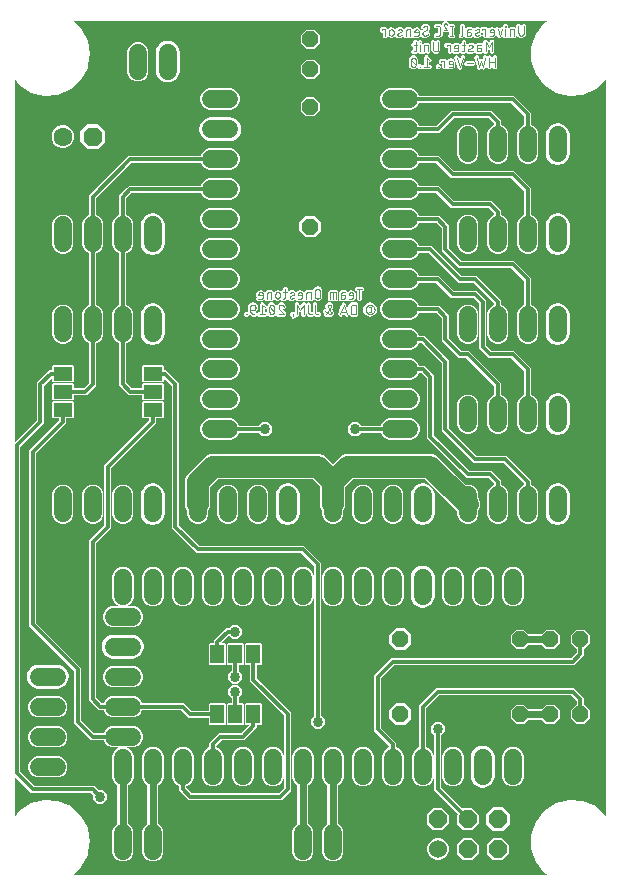
<source format=gbr>
G04 EAGLE Gerber RS-274X export*
G75*
%MOMM*%
%FSLAX34Y34*%
%LPD*%
%INBottom Copper*%
%IPPOS*%
%AMOC8*
5,1,8,0,0,1.08239X$1,22.5*%
G01*
%ADD10C,0.076200*%
%ADD11C,1.524000*%
%ADD12C,1.508000*%
%ADD13P,1.429621X8X202.500000*%
%ADD14P,1.429621X8X22.500000*%
%ADD15P,1.429621X8X112.500000*%
%ADD16P,1.732040X8X22.500000*%
%ADD17C,1.600200*%
%ADD18C,1.524000*%
%ADD19P,1.649562X8X22.500000*%
%ADD20P,1.429621X8X292.500000*%
%ADD21R,1.600200X1.168400*%
%ADD22R,1.168400X1.600200*%
%ADD23C,1.828800*%
%ADD24C,0.304800*%
%ADD25C,0.856400*%
%ADD26C,0.609600*%

G36*
X461238Y10157D02*
X461238Y10157D01*
X461240Y10157D01*
X461240Y10158D01*
X461241Y10160D01*
X461239Y10162D01*
X461239Y10164D01*
X458519Y11941D01*
X451330Y21178D01*
X447530Y32248D01*
X447530Y43952D01*
X451330Y55022D01*
X458519Y64259D01*
X468318Y70660D01*
X479664Y73534D01*
X491328Y72567D01*
X502047Y67866D01*
X510536Y60050D01*
X510538Y60050D01*
X510539Y60049D01*
X510541Y60050D01*
X510543Y60050D01*
X510543Y60052D01*
X510545Y60054D01*
X510545Y682896D01*
X510544Y682897D01*
X510544Y682899D01*
X510542Y682899D01*
X510540Y682901D01*
X510539Y682900D01*
X510536Y682900D01*
X502047Y675084D01*
X491328Y670383D01*
X479664Y669416D01*
X468318Y672290D01*
X458519Y678691D01*
X451330Y687928D01*
X447530Y698998D01*
X447530Y710702D01*
X451330Y721772D01*
X458519Y731009D01*
X461239Y732786D01*
X461240Y732788D01*
X461241Y732789D01*
X461240Y732790D01*
X461241Y732792D01*
X461238Y732793D01*
X461236Y732795D01*
X375310Y732795D01*
X375308Y732793D01*
X375305Y732792D01*
X375306Y732791D01*
X375305Y732790D01*
X375307Y732788D01*
X375308Y732785D01*
X376891Y732271D01*
X378134Y730560D01*
X378134Y730389D01*
X378135Y730388D01*
X378135Y730386D01*
X378137Y730386D01*
X378139Y730384D01*
X378140Y730385D01*
X378141Y730385D01*
X378141Y730386D01*
X378143Y730385D01*
X378257Y730499D01*
X381637Y730499D01*
X382750Y729386D01*
X382750Y727812D01*
X381848Y726910D01*
X381848Y726909D01*
X381848Y726908D01*
X381847Y726907D01*
X381847Y722163D01*
X381849Y722162D01*
X381848Y722160D01*
X382750Y721258D01*
X382750Y719684D01*
X381637Y718571D01*
X378257Y718571D01*
X377143Y719684D01*
X377143Y721258D01*
X378045Y722160D01*
X378045Y722161D01*
X378045Y722162D01*
X378047Y722163D01*
X378047Y724551D01*
X378045Y724553D01*
X378046Y724554D01*
X378044Y724554D01*
X378042Y724556D01*
X378040Y724555D01*
X378038Y724555D01*
X378036Y724553D01*
X378036Y724551D01*
X378035Y724550D01*
X378034Y724548D01*
X378034Y724543D01*
X378032Y724528D01*
X378029Y724508D01*
X378027Y724493D01*
X378027Y724488D01*
X378025Y724473D01*
X378022Y724453D01*
X378020Y724438D01*
X378019Y724434D01*
X378019Y724433D01*
X378017Y724419D01*
X378017Y724412D01*
X377491Y724007D01*
X377490Y724007D01*
X377021Y723538D01*
X376882Y723538D01*
X376881Y723537D01*
X376879Y723537D01*
X376769Y723452D01*
X376111Y723538D01*
X376110Y723538D01*
X372738Y723538D01*
X372403Y723873D01*
X372401Y723873D01*
X372400Y723874D01*
X372398Y723873D01*
X372396Y723873D01*
X372396Y723871D01*
X372394Y723870D01*
X372394Y721488D01*
X372394Y721284D01*
X371401Y719564D01*
X369681Y718571D01*
X366094Y718571D01*
X364981Y719684D01*
X364981Y721258D01*
X366094Y722371D01*
X368589Y722371D01*
X368594Y722376D01*
X368593Y722376D01*
X368594Y722376D01*
X368594Y723066D01*
X368594Y726694D01*
X368589Y726699D01*
X368589Y726698D01*
X368589Y726699D01*
X366094Y726699D01*
X364981Y727812D01*
X364981Y729386D01*
X366094Y730499D01*
X367899Y730499D01*
X368688Y730499D01*
X369414Y730499D01*
X369477Y730499D01*
X370223Y730499D01*
X371616Y729106D01*
X371618Y729106D01*
X371619Y729105D01*
X371620Y729106D01*
X371623Y729106D01*
X371623Y729108D01*
X371625Y729109D01*
X371625Y730560D01*
X372868Y732271D01*
X374451Y732785D01*
X374452Y732787D01*
X374454Y732789D01*
X374454Y732790D01*
X374454Y732791D01*
X374451Y732792D01*
X374449Y732795D01*
X59537Y732795D01*
X59536Y732794D01*
X59534Y732794D01*
X59534Y732792D01*
X59532Y732790D01*
X59534Y732789D01*
X59534Y732786D01*
X66158Y726688D01*
X71729Y716395D01*
X73655Y704850D01*
X73655Y704847D01*
X73653Y704837D01*
X73651Y704827D01*
X73650Y704817D01*
X73648Y704807D01*
X73645Y704792D01*
X73644Y704782D01*
X73642Y704772D01*
X73640Y704762D01*
X73639Y704752D01*
X73637Y704742D01*
X73636Y704732D01*
X73635Y704732D01*
X73633Y704718D01*
X73633Y704717D01*
X73631Y704708D01*
X73630Y704698D01*
X73628Y704688D01*
X73626Y704678D01*
X73625Y704668D01*
X73623Y704658D01*
X73621Y704648D01*
X73621Y704643D01*
X73619Y704633D01*
X73617Y704623D01*
X73616Y704613D01*
X73614Y704603D01*
X73612Y704593D01*
X73611Y704583D01*
X73609Y704573D01*
X73608Y704568D01*
X73606Y704559D01*
X73606Y704558D01*
X73605Y704549D01*
X73603Y704539D01*
X73602Y704529D01*
X73601Y704529D01*
X73602Y704529D01*
X73600Y704519D01*
X73598Y704509D01*
X73597Y704499D01*
X73594Y704484D01*
X73592Y704474D01*
X73591Y704464D01*
X73589Y704454D01*
X73587Y704444D01*
X73586Y704434D01*
X73584Y704424D01*
X73582Y704409D01*
X73580Y704400D01*
X73580Y704399D01*
X73578Y704390D01*
X73577Y704380D01*
X73575Y704370D01*
X73573Y704360D01*
X73572Y704350D01*
X73569Y704335D01*
X73568Y704325D01*
X73567Y704325D01*
X73568Y704325D01*
X73566Y704315D01*
X73564Y704305D01*
X73563Y704295D01*
X73561Y704285D01*
X73559Y704275D01*
X73558Y704265D01*
X73557Y704260D01*
X73555Y704250D01*
X73553Y704241D01*
X73553Y704240D01*
X73552Y704231D01*
X73550Y704221D01*
X73548Y704211D01*
X73547Y704201D01*
X73545Y704191D01*
X73544Y704186D01*
X73543Y704176D01*
X73541Y704166D01*
X73539Y704156D01*
X73538Y704146D01*
X73536Y704136D01*
X73534Y704126D01*
X73533Y704116D01*
X73530Y704101D01*
X73529Y704091D01*
X73527Y704082D01*
X73527Y704081D01*
X73525Y704072D01*
X73524Y704062D01*
X73522Y704052D01*
X73520Y704042D01*
X73518Y704027D01*
X73516Y704017D01*
X73514Y704007D01*
X73513Y703997D01*
X73511Y703987D01*
X73509Y703977D01*
X73508Y703967D01*
X73506Y703957D01*
X73505Y703952D01*
X73504Y703942D01*
X73502Y703932D01*
X73500Y703923D01*
X73500Y703922D01*
X73499Y703913D01*
X73497Y703903D01*
X73495Y703893D01*
X73494Y703883D01*
X73493Y703878D01*
X73491Y703868D01*
X73490Y703858D01*
X73488Y703848D01*
X73486Y703838D01*
X73485Y703828D01*
X73483Y703818D01*
X73481Y703808D01*
X73480Y703803D01*
X73479Y703793D01*
X73477Y703783D01*
X73475Y703773D01*
X73474Y703764D01*
X73474Y703763D01*
X73472Y703754D01*
X73471Y703744D01*
X73470Y703744D01*
X73471Y703744D01*
X73469Y703734D01*
X73466Y703719D01*
X73465Y703709D01*
X73463Y703699D01*
X73461Y703689D01*
X73460Y703679D01*
X73458Y703669D01*
X73456Y703659D01*
X73454Y703644D01*
X73452Y703634D01*
X73451Y703624D01*
X73449Y703614D01*
X73447Y703605D01*
X73447Y703604D01*
X73446Y703595D01*
X73444Y703585D01*
X73442Y703575D01*
X73441Y703570D01*
X73440Y703560D01*
X73438Y703550D01*
X73437Y703540D01*
X73436Y703540D01*
X73437Y703540D01*
X73435Y703530D01*
X73433Y703520D01*
X73432Y703510D01*
X73430Y703500D01*
X73429Y703495D01*
X73427Y703485D01*
X73426Y703475D01*
X73424Y703465D01*
X73422Y703455D01*
X73421Y703446D01*
X73421Y703445D01*
X73419Y703436D01*
X73417Y703426D01*
X73415Y703411D01*
X73413Y703401D01*
X73412Y703391D01*
X73410Y703381D01*
X73408Y703371D01*
X73407Y703361D01*
X73405Y703351D01*
X73403Y703336D01*
X73402Y703336D01*
X73403Y703336D01*
X73401Y703326D01*
X73399Y703316D01*
X73398Y703306D01*
X73396Y703296D01*
X73394Y703287D01*
X73394Y703286D01*
X73393Y703277D01*
X73390Y703262D01*
X73388Y703252D01*
X73387Y703242D01*
X73385Y703232D01*
X73383Y703222D01*
X73382Y703212D01*
X73380Y703202D01*
X73378Y703192D01*
X73378Y703187D01*
X73376Y703177D01*
X73374Y703167D01*
X73373Y703157D01*
X73371Y703147D01*
X73369Y703137D01*
X73368Y703128D01*
X73368Y703127D01*
X73366Y703118D01*
X73365Y703113D01*
X73364Y703103D01*
X73362Y703093D01*
X73360Y703083D01*
X73359Y703073D01*
X73357Y703063D01*
X73355Y703053D01*
X73354Y703043D01*
X73351Y703028D01*
X73349Y703018D01*
X73348Y703008D01*
X73346Y702998D01*
X73344Y702988D01*
X73343Y702978D01*
X73341Y702969D01*
X73341Y702968D01*
X73339Y702954D01*
X73337Y702944D01*
X73335Y702934D01*
X73334Y702924D01*
X73332Y702914D01*
X73330Y702904D01*
X73329Y702894D01*
X73327Y702884D01*
X73326Y702879D01*
X73325Y702869D01*
X73323Y702859D01*
X73321Y702849D01*
X73320Y702839D01*
X73318Y702829D01*
X73316Y702819D01*
X73315Y702810D01*
X73315Y702809D01*
X73314Y702805D01*
X73314Y702804D01*
X73312Y702795D01*
X73310Y702785D01*
X73309Y702775D01*
X73307Y702765D01*
X73306Y702755D01*
X73305Y702755D01*
X73306Y702755D01*
X73304Y702745D01*
X73302Y702735D01*
X73301Y702730D01*
X73300Y702720D01*
X73298Y702710D01*
X73296Y702700D01*
X73295Y702690D01*
X73293Y702680D01*
X73291Y702670D01*
X73290Y702660D01*
X73287Y702646D01*
X73287Y702645D01*
X73286Y702636D01*
X73284Y702626D01*
X73282Y702616D01*
X73281Y702606D01*
X73279Y702596D01*
X73277Y702586D01*
X73275Y702571D01*
X73273Y702561D01*
X73272Y702551D01*
X73271Y702551D01*
X73272Y702551D01*
X73270Y702541D01*
X73268Y702531D01*
X73267Y702521D01*
X73265Y702511D01*
X73263Y702501D01*
X73262Y702496D01*
X73261Y702487D01*
X73261Y702486D01*
X73259Y702477D01*
X73257Y702467D01*
X73256Y702457D01*
X73254Y702447D01*
X73252Y702437D01*
X73251Y702427D01*
X73250Y702422D01*
X73248Y702412D01*
X73247Y702402D01*
X73245Y702392D01*
X73243Y702382D01*
X73242Y702372D01*
X73240Y702362D01*
X73238Y702352D01*
X73236Y702337D01*
X73234Y702328D01*
X73234Y702327D01*
X73233Y702318D01*
X73231Y702308D01*
X73229Y702298D01*
X73228Y702288D01*
X73226Y702278D01*
X73223Y702263D01*
X73222Y702253D01*
X73220Y702243D01*
X73218Y702233D01*
X73217Y702223D01*
X73215Y702213D01*
X73213Y702203D01*
X73211Y702188D01*
X73209Y702178D01*
X73208Y702169D01*
X73208Y702168D01*
X73206Y702159D01*
X73204Y702149D01*
X73203Y702139D01*
X73201Y702129D01*
X73199Y702119D01*
X73199Y702114D01*
X73197Y702104D01*
X73195Y702094D01*
X73194Y702084D01*
X73192Y702074D01*
X73190Y702064D01*
X73189Y702054D01*
X73187Y702044D01*
X73186Y702039D01*
X73184Y702029D01*
X73183Y702019D01*
X73181Y702010D01*
X73181Y702009D01*
X73179Y702000D01*
X73178Y701990D01*
X73176Y701980D01*
X73175Y701970D01*
X73174Y701970D01*
X73172Y701955D01*
X73170Y701945D01*
X73169Y701935D01*
X73167Y701925D01*
X73165Y701915D01*
X73164Y701905D01*
X73162Y701895D01*
X73160Y701880D01*
X73158Y701870D01*
X73156Y701860D01*
X73155Y701851D01*
X73155Y701850D01*
X73153Y701841D01*
X73151Y701831D01*
X73150Y701821D01*
X73147Y701806D01*
X73145Y701796D01*
X73144Y701786D01*
X73142Y701776D01*
X73141Y701766D01*
X73140Y701766D01*
X73141Y701766D01*
X73139Y701756D01*
X73137Y701746D01*
X73136Y701736D01*
X73135Y701731D01*
X73133Y701721D01*
X73131Y701711D01*
X73130Y701701D01*
X73128Y701692D01*
X73128Y701691D01*
X73126Y701682D01*
X73125Y701672D01*
X73123Y701662D01*
X73122Y701657D01*
X73121Y701647D01*
X73119Y701637D01*
X73117Y701627D01*
X73116Y701617D01*
X73114Y701607D01*
X73112Y701597D01*
X73111Y701587D01*
X73108Y701572D01*
X73107Y701562D01*
X73106Y701562D01*
X73107Y701562D01*
X73105Y701552D01*
X73103Y701542D01*
X73102Y701533D01*
X73102Y701532D01*
X73100Y701523D01*
X73098Y701513D01*
X73096Y701498D01*
X73094Y701488D01*
X73092Y701478D01*
X73091Y701468D01*
X73089Y701458D01*
X73087Y701448D01*
X73086Y701438D01*
X73084Y701428D01*
X73083Y701423D01*
X73082Y701413D01*
X73080Y701403D01*
X73078Y701393D01*
X73077Y701383D01*
X73075Y701374D01*
X73075Y701373D01*
X73073Y701364D01*
X73072Y701354D01*
X73071Y701349D01*
X73069Y701339D01*
X73068Y701329D01*
X73066Y701319D01*
X73064Y701309D01*
X73063Y701299D01*
X73061Y701289D01*
X73059Y701279D01*
X73058Y701274D01*
X73057Y701264D01*
X73055Y701254D01*
X73053Y701244D01*
X73052Y701234D01*
X73050Y701224D01*
X73048Y701215D01*
X73048Y701214D01*
X73047Y701205D01*
X73044Y701190D01*
X73043Y701180D01*
X73041Y701170D01*
X73039Y701160D01*
X73038Y701150D01*
X73036Y701140D01*
X73034Y701130D01*
X73032Y701115D01*
X73030Y701105D01*
X73029Y701095D01*
X73027Y701085D01*
X73025Y701075D01*
X73024Y701065D01*
X73022Y701056D01*
X73022Y701055D01*
X73020Y701046D01*
X73019Y701041D01*
X73018Y701031D01*
X73016Y701021D01*
X73014Y701011D01*
X73013Y701001D01*
X73011Y700991D01*
X73010Y700981D01*
X73009Y700981D01*
X73008Y700971D01*
X73007Y700966D01*
X73005Y700956D01*
X73004Y700946D01*
X73002Y700936D01*
X73000Y700926D01*
X72999Y700916D01*
X72997Y700906D01*
X72995Y700897D01*
X72995Y700896D01*
X72993Y700882D01*
X72991Y700872D01*
X72990Y700862D01*
X72988Y700852D01*
X72986Y700842D01*
X72985Y700832D01*
X72983Y700822D01*
X72980Y700807D01*
X72979Y700797D01*
X72977Y700787D01*
X72976Y700777D01*
X72975Y700777D01*
X72976Y700777D01*
X72974Y700767D01*
X72972Y700757D01*
X72971Y700747D01*
X72968Y700733D01*
X72966Y700723D01*
X72965Y700713D01*
X72963Y700703D01*
X72961Y700693D01*
X72960Y700683D01*
X72958Y700673D01*
X72956Y700663D01*
X72956Y700658D01*
X72954Y700648D01*
X72952Y700638D01*
X72951Y700628D01*
X72949Y700618D01*
X72947Y700608D01*
X72946Y700598D01*
X72944Y700588D01*
X72943Y700584D01*
X72943Y700583D01*
X72942Y700574D01*
X72941Y700574D01*
X72942Y700574D01*
X72940Y700564D01*
X72938Y700554D01*
X72937Y700544D01*
X72935Y700534D01*
X72933Y700524D01*
X72932Y700514D01*
X72929Y700499D01*
X72927Y700489D01*
X72926Y700479D01*
X72924Y700469D01*
X72922Y700459D01*
X72921Y700449D01*
X72919Y700439D01*
X72917Y700425D01*
X72917Y700424D01*
X72915Y700415D01*
X72913Y700405D01*
X72912Y700395D01*
X72910Y700385D01*
X72908Y700375D01*
X72907Y700365D01*
X72905Y700355D01*
X72904Y700350D01*
X72903Y700340D01*
X72901Y700330D01*
X72899Y700320D01*
X72898Y700310D01*
X72896Y700300D01*
X72894Y700290D01*
X72893Y700280D01*
X72892Y700275D01*
X72890Y700266D01*
X72890Y700265D01*
X72888Y700256D01*
X72887Y700246D01*
X72885Y700236D01*
X72883Y700226D01*
X72882Y700216D01*
X72880Y700206D01*
X72879Y700201D01*
X72878Y700191D01*
X72876Y700181D01*
X72874Y700171D01*
X72873Y700161D01*
X72871Y700151D01*
X72869Y700141D01*
X72868Y700131D01*
X72865Y700116D01*
X72864Y700107D01*
X72864Y700106D01*
X72862Y700097D01*
X72860Y700087D01*
X72859Y700077D01*
X72857Y700067D01*
X72855Y700057D01*
X72853Y700042D01*
X72851Y700032D01*
X72849Y700022D01*
X72848Y700012D01*
X72846Y700002D01*
X72845Y699992D01*
X72844Y699992D01*
X72845Y699992D01*
X72843Y699982D01*
X72841Y699972D01*
X72840Y699967D01*
X72839Y699957D01*
X72837Y699948D01*
X72837Y699947D01*
X72835Y699938D01*
X72834Y699928D01*
X72832Y699918D01*
X72830Y699908D01*
X72829Y699898D01*
X72828Y699893D01*
X72826Y699883D01*
X72825Y699873D01*
X72823Y699863D01*
X72821Y699853D01*
X72820Y699843D01*
X72818Y699833D01*
X72816Y699823D01*
X72814Y699808D01*
X72812Y699798D01*
X72811Y699789D01*
X72810Y699788D01*
X72811Y699788D01*
X72809Y699779D01*
X72807Y699769D01*
X72806Y699759D01*
X72804Y699749D01*
X72801Y699734D01*
X72800Y699724D01*
X72798Y699714D01*
X72796Y699704D01*
X72795Y699694D01*
X72793Y699684D01*
X72791Y699674D01*
X72789Y699659D01*
X72787Y699649D01*
X72786Y699639D01*
X72784Y699630D01*
X72784Y699629D01*
X72782Y699620D01*
X72781Y699610D01*
X72779Y699600D01*
X72777Y699590D01*
X72777Y699585D01*
X72776Y699585D01*
X72777Y699585D01*
X72775Y699575D01*
X72773Y699565D01*
X72772Y699555D01*
X72770Y699545D01*
X72768Y699535D01*
X72767Y699525D01*
X72765Y699515D01*
X72764Y699510D01*
X72762Y699500D01*
X72761Y699490D01*
X72759Y699480D01*
X72757Y699471D01*
X72757Y699470D01*
X72756Y699461D01*
X72754Y699451D01*
X72752Y699441D01*
X72750Y699426D01*
X72748Y699416D01*
X72747Y699406D01*
X72745Y699396D01*
X72743Y699386D01*
X72742Y699376D01*
X72740Y699366D01*
X72738Y699351D01*
X72736Y699341D01*
X72734Y699331D01*
X72733Y699321D01*
X72731Y699312D01*
X72731Y699311D01*
X72729Y699302D01*
X72728Y699292D01*
X72725Y699277D01*
X72723Y699267D01*
X72722Y699257D01*
X72720Y699247D01*
X72718Y699237D01*
X72717Y699227D01*
X72715Y699217D01*
X72714Y699207D01*
X72713Y699207D01*
X72713Y699202D01*
X72711Y699192D01*
X72709Y699182D01*
X72708Y699172D01*
X72706Y699162D01*
X72704Y699153D01*
X72704Y699152D01*
X72703Y699143D01*
X72701Y699133D01*
X72700Y699128D01*
X72699Y699118D01*
X72697Y699108D01*
X72695Y699098D01*
X72694Y699088D01*
X72692Y699078D01*
X72690Y699068D01*
X72689Y699058D01*
X72686Y699043D01*
X72684Y699033D01*
X72683Y699023D01*
X72681Y699013D01*
X72680Y699003D01*
X72679Y699003D01*
X72680Y699003D01*
X72678Y698994D01*
X72678Y698993D01*
X72676Y698984D01*
X72674Y698969D01*
X72672Y698959D01*
X72670Y698949D01*
X72669Y698939D01*
X72667Y698929D01*
X72665Y698919D01*
X72664Y698909D01*
X72662Y698899D01*
X72661Y698894D01*
X72660Y698884D01*
X72658Y698874D01*
X72656Y698864D01*
X72655Y698854D01*
X72653Y698844D01*
X72651Y698835D01*
X72651Y698834D01*
X72650Y698825D01*
X72649Y698820D01*
X72647Y698810D01*
X72646Y698800D01*
X72645Y698800D01*
X72646Y698800D01*
X72644Y698790D01*
X72642Y698780D01*
X72641Y698770D01*
X72639Y698760D01*
X72637Y698750D01*
X72636Y698745D01*
X72635Y698735D01*
X72633Y698725D01*
X72631Y698715D01*
X72630Y698705D01*
X72628Y698695D01*
X72626Y698685D01*
X72625Y698676D01*
X72625Y698675D01*
X72622Y698661D01*
X72621Y698651D01*
X72619Y698641D01*
X72617Y698631D01*
X72616Y698621D01*
X72614Y698611D01*
X72612Y698601D01*
X72610Y698586D01*
X72608Y698576D01*
X72607Y698566D01*
X72605Y698556D01*
X72603Y698546D01*
X72602Y698536D01*
X72600Y698526D01*
X72598Y698517D01*
X72598Y698516D01*
X72597Y698512D01*
X72597Y698511D01*
X72596Y698502D01*
X72594Y698492D01*
X72592Y698482D01*
X72591Y698472D01*
X72589Y698462D01*
X72587Y698452D01*
X72586Y698442D01*
X72585Y698437D01*
X72583Y698427D01*
X72582Y698417D01*
X72580Y698407D01*
X72578Y698397D01*
X72577Y698387D01*
X72575Y698377D01*
X72573Y698367D01*
X72571Y698353D01*
X72571Y698352D01*
X72569Y698343D01*
X72568Y698333D01*
X72566Y698323D01*
X72564Y698313D01*
X72563Y698303D01*
X72561Y698293D01*
X72558Y698278D01*
X72557Y698268D01*
X72555Y698258D01*
X72553Y698248D01*
X72552Y698238D01*
X72550Y698228D01*
X72549Y698218D01*
X72548Y698218D01*
X72546Y698203D01*
X72544Y698194D01*
X72544Y698193D01*
X72543Y698184D01*
X72541Y698174D01*
X72539Y698164D01*
X72538Y698154D01*
X72536Y698144D01*
X72534Y698134D01*
X72534Y698129D01*
X72532Y698119D01*
X72530Y698109D01*
X72529Y698099D01*
X72527Y698089D01*
X72525Y698079D01*
X72524Y698069D01*
X72522Y698059D01*
X72521Y698054D01*
X72519Y698044D01*
X72518Y698035D01*
X72518Y698034D01*
X72516Y698025D01*
X72515Y698015D01*
X72514Y698015D01*
X72515Y698015D01*
X72513Y698005D01*
X72511Y697995D01*
X72510Y697985D01*
X72507Y697970D01*
X72505Y697960D01*
X72504Y697950D01*
X72502Y697940D01*
X72500Y697930D01*
X72499Y697920D01*
X72497Y697910D01*
X72495Y697895D01*
X72493Y697885D01*
X72491Y697876D01*
X72491Y697875D01*
X72490Y697866D01*
X72488Y697856D01*
X72486Y697846D01*
X72485Y697836D01*
X72482Y697821D01*
X72481Y697811D01*
X72480Y697811D01*
X72481Y697811D01*
X72479Y697801D01*
X72477Y697791D01*
X72476Y697781D01*
X72474Y697771D01*
X72472Y697761D01*
X72471Y697751D01*
X72470Y697746D01*
X72468Y697736D01*
X72466Y697726D01*
X72465Y697717D01*
X72465Y697716D01*
X72463Y697707D01*
X72461Y697697D01*
X72460Y697687D01*
X72458Y697677D01*
X72457Y697672D01*
X72456Y697662D01*
X72454Y697652D01*
X72452Y697642D01*
X72451Y697632D01*
X72449Y697622D01*
X72447Y697612D01*
X72446Y697602D01*
X72443Y697587D01*
X72442Y697577D01*
X72440Y697567D01*
X72438Y697558D01*
X72438Y697557D01*
X72437Y697548D01*
X72435Y697538D01*
X72433Y697528D01*
X72431Y697513D01*
X72429Y697503D01*
X72427Y697493D01*
X72426Y697483D01*
X72424Y697473D01*
X72422Y697463D01*
X72421Y697453D01*
X72419Y697443D01*
X72418Y697438D01*
X72417Y697428D01*
X72415Y697418D01*
X72413Y697408D01*
X72412Y697399D01*
X72412Y697398D01*
X72410Y697389D01*
X72408Y697379D01*
X72407Y697369D01*
X72406Y697364D01*
X72404Y697354D01*
X72403Y697344D01*
X72401Y697334D01*
X72399Y697324D01*
X72398Y697314D01*
X72396Y697304D01*
X72394Y697294D01*
X72393Y697289D01*
X72392Y697279D01*
X72390Y697269D01*
X72388Y697259D01*
X72387Y697249D01*
X72385Y697240D01*
X72385Y697239D01*
X72384Y697230D01*
X72383Y697230D01*
X72384Y697230D01*
X72382Y697220D01*
X72379Y697205D01*
X72378Y697195D01*
X72376Y697185D01*
X72374Y697175D01*
X72373Y697165D01*
X72371Y697155D01*
X72369Y697145D01*
X72367Y697130D01*
X72365Y697120D01*
X72364Y697110D01*
X72362Y697100D01*
X72360Y697090D01*
X72359Y697081D01*
X72359Y697080D01*
X72357Y697071D01*
X72355Y697061D01*
X72354Y697056D01*
X72353Y697046D01*
X72351Y697036D01*
X72350Y697026D01*
X72349Y697026D01*
X72350Y697026D01*
X72348Y697016D01*
X72346Y697006D01*
X72345Y696996D01*
X72343Y696986D01*
X72342Y696981D01*
X72340Y696971D01*
X72339Y696961D01*
X72337Y696951D01*
X72335Y696941D01*
X72334Y696931D01*
X72332Y696922D01*
X72332Y696921D01*
X72330Y696912D01*
X72328Y696897D01*
X72326Y696887D01*
X72325Y696877D01*
X72323Y696867D01*
X72321Y696857D01*
X72320Y696847D01*
X72318Y696837D01*
X72316Y696822D01*
X72315Y696822D01*
X72316Y696822D01*
X72314Y696812D01*
X72312Y696802D01*
X72311Y696792D01*
X72309Y696782D01*
X72307Y696772D01*
X72306Y696763D01*
X72306Y696762D01*
X72303Y696748D01*
X72301Y696738D01*
X72300Y696728D01*
X72298Y696718D01*
X72296Y696708D01*
X72295Y696698D01*
X72293Y696688D01*
X72291Y696678D01*
X72291Y696673D01*
X72289Y696663D01*
X72287Y696653D01*
X72286Y696643D01*
X72284Y696633D01*
X72282Y696623D01*
X72281Y696613D01*
X72279Y696604D01*
X72278Y696599D01*
X72277Y696589D01*
X72275Y696579D01*
X72273Y696569D01*
X72272Y696559D01*
X72270Y696549D01*
X72268Y696539D01*
X72267Y696529D01*
X72264Y696514D01*
X72262Y696504D01*
X72261Y696494D01*
X72259Y696484D01*
X72257Y696474D01*
X72256Y696464D01*
X72254Y696454D01*
X72252Y696440D01*
X72250Y696430D01*
X72248Y696420D01*
X72247Y696410D01*
X72245Y696400D01*
X72243Y696390D01*
X72242Y696380D01*
X72240Y696370D01*
X72239Y696365D01*
X72238Y696355D01*
X72236Y696345D01*
X72234Y696335D01*
X72233Y696325D01*
X72231Y696315D01*
X72229Y696305D01*
X72228Y696295D01*
X72227Y696291D01*
X72227Y696290D01*
X72225Y696281D01*
X72223Y696271D01*
X72222Y696261D01*
X72220Y696251D01*
X72219Y696241D01*
X72218Y696241D01*
X72219Y696241D01*
X72217Y696231D01*
X72215Y696221D01*
X72214Y696216D01*
X72213Y696206D01*
X72211Y696196D01*
X72209Y696186D01*
X72208Y696176D01*
X72206Y696166D01*
X72204Y696156D01*
X72203Y696146D01*
X72200Y696132D01*
X72200Y696131D01*
X72199Y696122D01*
X72197Y696112D01*
X72195Y696102D01*
X72194Y696092D01*
X72192Y696082D01*
X72190Y696072D01*
X72188Y696057D01*
X72186Y696047D01*
X72185Y696037D01*
X72184Y696037D01*
X72185Y696037D01*
X72183Y696027D01*
X72181Y696017D01*
X72180Y696007D01*
X72178Y695997D01*
X72176Y695987D01*
X72175Y695982D01*
X72174Y695973D01*
X72174Y695972D01*
X72172Y695963D01*
X72170Y695953D01*
X72169Y695943D01*
X72167Y695933D01*
X72165Y695923D01*
X72164Y695913D01*
X72163Y695908D01*
X72161Y695898D01*
X72160Y695888D01*
X72158Y695878D01*
X72156Y695868D01*
X72155Y695858D01*
X72153Y695848D01*
X72151Y695838D01*
X72149Y695823D01*
X72147Y695814D01*
X72147Y695813D01*
X72146Y695804D01*
X72144Y695794D01*
X72142Y695784D01*
X72141Y695774D01*
X72139Y695764D01*
X72136Y695749D01*
X72135Y695739D01*
X72133Y695729D01*
X72131Y695719D01*
X72130Y695709D01*
X72128Y695699D01*
X72126Y695689D01*
X72124Y695674D01*
X72122Y695664D01*
X72121Y695655D01*
X72121Y695654D01*
X72119Y695645D01*
X72117Y695635D01*
X72116Y695625D01*
X72114Y695615D01*
X72112Y695605D01*
X72112Y695600D01*
X72110Y695590D01*
X72108Y695580D01*
X72107Y695570D01*
X72105Y695560D01*
X72103Y695550D01*
X72102Y695540D01*
X72100Y695530D01*
X72099Y695525D01*
X72097Y695515D01*
X72096Y695505D01*
X72094Y695496D01*
X72094Y695495D01*
X72092Y695486D01*
X72091Y695476D01*
X72089Y695466D01*
X72088Y695456D01*
X72087Y695456D01*
X72085Y695441D01*
X72083Y695431D01*
X72082Y695421D01*
X72080Y695411D01*
X72078Y695401D01*
X72077Y695391D01*
X72075Y695381D01*
X72073Y695366D01*
X72071Y695356D01*
X72069Y695346D01*
X72068Y695337D01*
X72068Y695336D01*
X72066Y695327D01*
X72064Y695317D01*
X72063Y695307D01*
X72060Y695292D01*
X72058Y695282D01*
X72057Y695272D01*
X72055Y695262D01*
X72054Y695252D01*
X72053Y695252D01*
X72054Y695252D01*
X72052Y695242D01*
X72050Y695232D01*
X72049Y695222D01*
X72048Y695217D01*
X72046Y695207D01*
X72044Y695197D01*
X72043Y695187D01*
X72041Y695178D01*
X72041Y695177D01*
X72039Y695168D01*
X72038Y695158D01*
X72036Y695148D01*
X72035Y695143D01*
X72034Y695133D01*
X72032Y695123D01*
X72030Y695113D01*
X72029Y695103D01*
X72027Y695093D01*
X72025Y695083D01*
X72024Y695073D01*
X72021Y695058D01*
X72020Y695048D01*
X72019Y695048D01*
X72020Y695048D01*
X72018Y695038D01*
X72016Y695028D01*
X72015Y695019D01*
X72015Y695018D01*
X72013Y695009D01*
X72011Y694999D01*
X72009Y694984D01*
X72007Y694974D01*
X72005Y694964D01*
X72004Y694954D01*
X72002Y694944D01*
X72000Y694934D01*
X71999Y694924D01*
X71997Y694914D01*
X71996Y694909D01*
X71995Y694899D01*
X71993Y694889D01*
X71991Y694879D01*
X71990Y694869D01*
X71988Y694860D01*
X71988Y694859D01*
X71986Y694850D01*
X71985Y694840D01*
X71984Y694835D01*
X71982Y694825D01*
X71981Y694815D01*
X71979Y694805D01*
X71977Y694795D01*
X71976Y694785D01*
X71974Y694775D01*
X71972Y694765D01*
X71971Y694760D01*
X71970Y694750D01*
X71968Y694740D01*
X71966Y694730D01*
X71965Y694720D01*
X71963Y694710D01*
X71961Y694701D01*
X71961Y694700D01*
X71960Y694691D01*
X71957Y694676D01*
X71956Y694666D01*
X71954Y694656D01*
X71952Y694646D01*
X71951Y694636D01*
X71949Y694626D01*
X71947Y694616D01*
X71945Y694601D01*
X71943Y694591D01*
X71942Y694581D01*
X71940Y694571D01*
X71938Y694561D01*
X71937Y694551D01*
X71935Y694542D01*
X71935Y694541D01*
X71933Y694532D01*
X71932Y694527D01*
X71931Y694517D01*
X71929Y694507D01*
X71927Y694497D01*
X71926Y694487D01*
X71924Y694477D01*
X71923Y694467D01*
X71922Y694467D01*
X71921Y694457D01*
X71920Y694452D01*
X71918Y694442D01*
X71917Y694432D01*
X71915Y694422D01*
X71913Y694412D01*
X71912Y694402D01*
X71910Y694392D01*
X71908Y694383D01*
X71908Y694382D01*
X71906Y694368D01*
X71904Y694358D01*
X71903Y694348D01*
X71901Y694338D01*
X71899Y694328D01*
X71898Y694318D01*
X71896Y694308D01*
X71893Y694293D01*
X71892Y694283D01*
X71890Y694273D01*
X71889Y694263D01*
X71888Y694263D01*
X71889Y694263D01*
X71887Y694253D01*
X71885Y694243D01*
X71884Y694233D01*
X71881Y694219D01*
X71881Y694218D01*
X71879Y694209D01*
X71878Y694199D01*
X71876Y694189D01*
X71874Y694179D01*
X71873Y694169D01*
X71871Y694159D01*
X71869Y694149D01*
X71869Y694144D01*
X71867Y694134D01*
X71865Y694124D01*
X71864Y694114D01*
X71862Y694104D01*
X71860Y694094D01*
X71859Y694084D01*
X71857Y694074D01*
X71856Y694069D01*
X71855Y694060D01*
X71854Y694060D01*
X71855Y694059D01*
X71853Y694050D01*
X71851Y694040D01*
X71850Y694030D01*
X71848Y694020D01*
X71846Y694010D01*
X71845Y694000D01*
X71842Y693985D01*
X71840Y693975D01*
X71839Y693965D01*
X71837Y693955D01*
X71835Y693945D01*
X71834Y693935D01*
X71832Y693925D01*
X71830Y693910D01*
X71828Y693901D01*
X71828Y693900D01*
X71826Y693891D01*
X71825Y693881D01*
X71823Y693871D01*
X71821Y693861D01*
X71820Y693851D01*
X71817Y693836D01*
X71816Y693826D01*
X71814Y693816D01*
X71812Y693806D01*
X71811Y693796D01*
X71809Y693786D01*
X71807Y693776D01*
X71806Y693766D01*
X71805Y693761D01*
X71803Y693751D01*
X71801Y693742D01*
X71801Y693741D01*
X71800Y693732D01*
X71798Y693722D01*
X71796Y693712D01*
X71795Y693702D01*
X71793Y693692D01*
X71792Y693687D01*
X71791Y693677D01*
X71789Y693667D01*
X71787Y693657D01*
X71786Y693647D01*
X71784Y693637D01*
X71782Y693627D01*
X71781Y693617D01*
X71778Y693602D01*
X71777Y693592D01*
X71775Y693583D01*
X71775Y693582D01*
X71773Y693573D01*
X71772Y693563D01*
X71770Y693553D01*
X71768Y693543D01*
X71766Y693528D01*
X71764Y693518D01*
X71762Y693508D01*
X71761Y693498D01*
X71759Y693488D01*
X71758Y693478D01*
X71757Y693478D01*
X71758Y693478D01*
X71756Y693468D01*
X71754Y693458D01*
X71753Y693453D01*
X71752Y693443D01*
X71750Y693433D01*
X71748Y693424D01*
X71748Y693423D01*
X71747Y693414D01*
X71745Y693404D01*
X71743Y693394D01*
X71742Y693384D01*
X71741Y693379D01*
X71739Y693369D01*
X71738Y693359D01*
X71736Y693349D01*
X71734Y693339D01*
X71733Y693329D01*
X71731Y693319D01*
X71729Y693309D01*
X71729Y693305D01*
X66158Y683012D01*
X57547Y675084D01*
X46828Y670383D01*
X35164Y669416D01*
X23818Y672290D01*
X14019Y678691D01*
X10164Y683644D01*
X10162Y683645D01*
X10161Y683646D01*
X10160Y683645D01*
X10158Y683645D01*
X10157Y683643D01*
X10155Y683641D01*
X10155Y376421D01*
X10156Y376420D01*
X10156Y376418D01*
X10158Y376418D01*
X10160Y376416D01*
X10160Y376417D01*
X10161Y376417D01*
X10162Y376418D01*
X10164Y376417D01*
X10425Y376679D01*
X28705Y394959D01*
X28706Y394961D01*
X28707Y394963D01*
X28707Y426711D01*
X39379Y437383D01*
X41275Y437383D01*
X41280Y437388D01*
X41279Y437388D01*
X41280Y437388D01*
X41280Y440811D01*
X42170Y441701D01*
X59430Y441701D01*
X60320Y440811D01*
X60320Y427869D01*
X59430Y426979D01*
X42170Y426979D01*
X41280Y427869D01*
X41280Y430664D01*
X41279Y430665D01*
X41279Y430667D01*
X41277Y430667D01*
X41275Y430669D01*
X41274Y430667D01*
X41271Y430668D01*
X34795Y424191D01*
X34794Y424189D01*
X34793Y424187D01*
X34793Y392439D01*
X14729Y372375D01*
X14729Y372373D01*
X14728Y372373D01*
X14728Y372372D01*
X14727Y372371D01*
X14727Y97529D01*
X14729Y97527D01*
X14729Y97525D01*
X26659Y85595D01*
X26661Y85594D01*
X26663Y85593D01*
X77461Y85593D01*
X81051Y82003D01*
X81053Y82002D01*
X81055Y82001D01*
X84953Y82001D01*
X88351Y78603D01*
X88351Y73797D01*
X84953Y70399D01*
X80147Y70399D01*
X76749Y73797D01*
X76749Y77695D01*
X76747Y77697D01*
X76747Y77699D01*
X74941Y79505D01*
X74939Y79506D01*
X74937Y79507D01*
X24139Y79507D01*
X10425Y93221D01*
X10164Y93483D01*
X10162Y93483D01*
X10161Y93484D01*
X10159Y93483D01*
X10157Y93483D01*
X10157Y93481D01*
X10155Y93479D01*
X10155Y59309D01*
X10157Y59307D01*
X10157Y59305D01*
X10158Y59305D01*
X10160Y59304D01*
X10161Y59306D01*
X10164Y59306D01*
X14019Y64259D01*
X23818Y70660D01*
X35164Y73534D01*
X46828Y72567D01*
X57547Y67866D01*
X66158Y59938D01*
X71729Y49645D01*
X73655Y38100D01*
X73653Y38090D01*
X73652Y38080D01*
X73650Y38070D01*
X73649Y38060D01*
X73648Y38060D01*
X73647Y38050D01*
X73646Y38045D01*
X73644Y38035D01*
X73643Y38026D01*
X73643Y38025D01*
X73641Y38016D01*
X73639Y38006D01*
X73638Y37996D01*
X73636Y37986D01*
X73634Y37976D01*
X73634Y37971D01*
X73632Y37961D01*
X73630Y37951D01*
X73629Y37941D01*
X73627Y37931D01*
X73625Y37921D01*
X73624Y37911D01*
X73622Y37901D01*
X73619Y37886D01*
X73618Y37876D01*
X73616Y37867D01*
X73616Y37866D01*
X73615Y37857D01*
X73614Y37857D01*
X73615Y37857D01*
X73613Y37847D01*
X73611Y37837D01*
X73610Y37827D01*
X73607Y37812D01*
X73605Y37802D01*
X73604Y37792D01*
X73602Y37782D01*
X73600Y37772D01*
X73599Y37762D01*
X73597Y37752D01*
X73595Y37737D01*
X73593Y37727D01*
X73591Y37717D01*
X73590Y37708D01*
X73590Y37707D01*
X73588Y37698D01*
X73586Y37688D01*
X73585Y37678D01*
X73583Y37668D01*
X73582Y37663D01*
X73581Y37653D01*
X73580Y37653D01*
X73581Y37653D01*
X73579Y37643D01*
X73577Y37633D01*
X73576Y37623D01*
X73574Y37613D01*
X73572Y37603D01*
X73571Y37593D01*
X73570Y37588D01*
X73568Y37578D01*
X73566Y37568D01*
X73565Y37558D01*
X73563Y37549D01*
X73563Y37548D01*
X73561Y37539D01*
X73560Y37529D01*
X73558Y37519D01*
X73556Y37504D01*
X73554Y37494D01*
X73552Y37484D01*
X73551Y37474D01*
X73549Y37464D01*
X73547Y37454D01*
X73546Y37444D01*
X73543Y37429D01*
X73542Y37419D01*
X73540Y37409D01*
X73538Y37399D01*
X73537Y37390D01*
X73537Y37389D01*
X73535Y37380D01*
X73533Y37370D01*
X73531Y37355D01*
X73529Y37345D01*
X73527Y37335D01*
X73526Y37325D01*
X73524Y37315D01*
X73522Y37305D01*
X73521Y37295D01*
X73519Y37285D01*
X73518Y37280D01*
X73517Y37270D01*
X73515Y37260D01*
X73513Y37250D01*
X73512Y37240D01*
X73510Y37231D01*
X73510Y37230D01*
X73508Y37221D01*
X73507Y37211D01*
X73506Y37206D01*
X73504Y37196D01*
X73503Y37186D01*
X73501Y37176D01*
X73499Y37166D01*
X73498Y37156D01*
X73496Y37146D01*
X73494Y37136D01*
X73492Y37121D01*
X73490Y37111D01*
X73488Y37101D01*
X73487Y37091D01*
X73485Y37081D01*
X73484Y37072D01*
X73483Y37072D01*
X73484Y37071D01*
X73482Y37062D01*
X73479Y37047D01*
X73478Y37037D01*
X73476Y37027D01*
X73474Y37017D01*
X73473Y37007D01*
X73471Y36997D01*
X73469Y36987D01*
X73468Y36977D01*
X73467Y36972D01*
X73465Y36962D01*
X73464Y36952D01*
X73462Y36942D01*
X73460Y36932D01*
X73459Y36922D01*
X73457Y36913D01*
X73457Y36912D01*
X73455Y36903D01*
X73454Y36898D01*
X73453Y36888D01*
X73451Y36878D01*
X73450Y36868D01*
X73449Y36868D01*
X73450Y36868D01*
X73448Y36858D01*
X73446Y36848D01*
X73445Y36838D01*
X73443Y36828D01*
X73442Y36823D01*
X73440Y36813D01*
X73439Y36803D01*
X73437Y36793D01*
X73435Y36783D01*
X73434Y36773D01*
X73432Y36763D01*
X73430Y36754D01*
X73430Y36753D01*
X73428Y36739D01*
X73426Y36729D01*
X73425Y36719D01*
X73423Y36709D01*
X73421Y36699D01*
X73420Y36689D01*
X73418Y36679D01*
X73416Y36664D01*
X73415Y36664D01*
X73416Y36664D01*
X73414Y36654D01*
X73412Y36644D01*
X73411Y36634D01*
X73409Y36624D01*
X73407Y36614D01*
X73406Y36604D01*
X73404Y36595D01*
X73403Y36590D01*
X73401Y36580D01*
X73400Y36570D01*
X73398Y36560D01*
X73396Y36550D01*
X73395Y36540D01*
X73393Y36530D01*
X73391Y36520D01*
X73391Y36515D01*
X73389Y36505D01*
X73387Y36495D01*
X73386Y36485D01*
X73384Y36475D01*
X73382Y36465D01*
X73381Y36455D01*
X73379Y36445D01*
X73377Y36431D01*
X73375Y36421D01*
X73373Y36411D01*
X73372Y36401D01*
X73370Y36391D01*
X73368Y36381D01*
X73367Y36371D01*
X73364Y36356D01*
X73362Y36346D01*
X73361Y36336D01*
X73359Y36326D01*
X73357Y36316D01*
X73356Y36306D01*
X73354Y36296D01*
X73352Y36282D01*
X73352Y36281D01*
X73350Y36272D01*
X73348Y36262D01*
X73347Y36252D01*
X73345Y36242D01*
X73343Y36232D01*
X73342Y36222D01*
X73340Y36212D01*
X73339Y36207D01*
X73338Y36197D01*
X73336Y36187D01*
X73334Y36177D01*
X73333Y36167D01*
X73331Y36157D01*
X73329Y36147D01*
X73328Y36137D01*
X73327Y36132D01*
X73325Y36123D01*
X73325Y36122D01*
X73323Y36113D01*
X73322Y36103D01*
X73320Y36093D01*
X73319Y36083D01*
X73318Y36083D01*
X73319Y36083D01*
X73317Y36073D01*
X73315Y36063D01*
X73313Y36048D01*
X73311Y36038D01*
X73309Y36028D01*
X73308Y36018D01*
X73306Y36008D01*
X73304Y35998D01*
X73303Y35988D01*
X73300Y35973D01*
X73299Y35964D01*
X73299Y35963D01*
X73297Y35954D01*
X73295Y35944D01*
X73294Y35934D01*
X73292Y35924D01*
X73290Y35914D01*
X73288Y35899D01*
X73286Y35889D01*
X73285Y35879D01*
X73284Y35879D01*
X73285Y35879D01*
X73283Y35869D01*
X73281Y35859D01*
X73280Y35849D01*
X73278Y35839D01*
X73276Y35829D01*
X73275Y35824D01*
X73274Y35814D01*
X73272Y35805D01*
X73272Y35804D01*
X73270Y35795D01*
X73269Y35785D01*
X73267Y35775D01*
X73265Y35765D01*
X73264Y35755D01*
X73263Y35750D01*
X73261Y35740D01*
X73260Y35730D01*
X73258Y35720D01*
X73256Y35710D01*
X73255Y35700D01*
X73253Y35690D01*
X73251Y35680D01*
X73249Y35665D01*
X73247Y35655D01*
X73246Y35646D01*
X73246Y35645D01*
X73244Y35636D01*
X73242Y35626D01*
X73241Y35616D01*
X73239Y35606D01*
X73236Y35591D01*
X73235Y35581D01*
X73233Y35571D01*
X73231Y35561D01*
X73230Y35551D01*
X73228Y35541D01*
X73226Y35531D01*
X73225Y35521D01*
X73224Y35516D01*
X73222Y35506D01*
X73221Y35496D01*
X73219Y35487D01*
X73219Y35486D01*
X73217Y35477D01*
X73216Y35467D01*
X73214Y35457D01*
X73212Y35447D01*
X73212Y35442D01*
X73210Y35432D01*
X73208Y35422D01*
X73207Y35412D01*
X73205Y35402D01*
X73203Y35392D01*
X73202Y35382D01*
X73200Y35372D01*
X73199Y35367D01*
X73197Y35357D01*
X73196Y35347D01*
X73194Y35337D01*
X73192Y35328D01*
X73192Y35327D01*
X73191Y35318D01*
X73189Y35308D01*
X73188Y35298D01*
X73187Y35298D01*
X73185Y35283D01*
X73183Y35273D01*
X73182Y35263D01*
X73180Y35253D01*
X73178Y35243D01*
X73177Y35233D01*
X73175Y35223D01*
X73173Y35208D01*
X73171Y35198D01*
X73169Y35188D01*
X73168Y35178D01*
X73166Y35169D01*
X73166Y35168D01*
X73164Y35159D01*
X73163Y35149D01*
X73161Y35139D01*
X73160Y35134D01*
X73158Y35124D01*
X73157Y35114D01*
X73155Y35104D01*
X73154Y35094D01*
X73153Y35094D01*
X73154Y35094D01*
X73152Y35084D01*
X73150Y35074D01*
X73149Y35064D01*
X73148Y35059D01*
X73146Y35049D01*
X73144Y35039D01*
X73143Y35029D01*
X73141Y35019D01*
X73139Y35010D01*
X73139Y35009D01*
X73138Y35000D01*
X73136Y34990D01*
X73134Y34975D01*
X73132Y34965D01*
X73130Y34955D01*
X73129Y34945D01*
X73127Y34935D01*
X73125Y34925D01*
X73124Y34915D01*
X73121Y34900D01*
X73120Y34890D01*
X73119Y34890D01*
X73120Y34890D01*
X73118Y34880D01*
X73116Y34870D01*
X73115Y34860D01*
X73113Y34851D01*
X73113Y34850D01*
X73111Y34841D01*
X73109Y34826D01*
X73107Y34816D01*
X73105Y34806D01*
X73104Y34796D01*
X73102Y34786D01*
X73100Y34776D01*
X73099Y34766D01*
X73097Y34756D01*
X73096Y34751D01*
X73095Y34741D01*
X73093Y34731D01*
X73091Y34721D01*
X73090Y34711D01*
X73088Y34701D01*
X73086Y34692D01*
X73086Y34691D01*
X73085Y34682D01*
X73084Y34677D01*
X73082Y34667D01*
X73081Y34657D01*
X73079Y34647D01*
X73077Y34637D01*
X73076Y34627D01*
X73074Y34617D01*
X73072Y34607D01*
X73070Y34592D01*
X73068Y34582D01*
X73066Y34572D01*
X73065Y34562D01*
X73063Y34552D01*
X73061Y34542D01*
X73060Y34533D01*
X73060Y34532D01*
X73057Y34518D01*
X73056Y34508D01*
X73054Y34498D01*
X73052Y34488D01*
X73051Y34478D01*
X73049Y34468D01*
X73047Y34458D01*
X73046Y34448D01*
X73045Y34443D01*
X73043Y34433D01*
X73042Y34423D01*
X73040Y34413D01*
X73038Y34403D01*
X73037Y34393D01*
X73035Y34383D01*
X73033Y34374D01*
X73033Y34373D01*
X73032Y34369D01*
X73032Y34368D01*
X73031Y34359D01*
X73029Y34349D01*
X73027Y34339D01*
X73026Y34329D01*
X73024Y34319D01*
X73023Y34309D01*
X73022Y34309D01*
X73021Y34299D01*
X73020Y34294D01*
X73018Y34284D01*
X73017Y34274D01*
X73015Y34264D01*
X73013Y34254D01*
X73012Y34244D01*
X73010Y34234D01*
X73008Y34224D01*
X73006Y34210D01*
X73006Y34209D01*
X73004Y34200D01*
X73003Y34190D01*
X73001Y34180D01*
X72999Y34170D01*
X72998Y34160D01*
X72996Y34150D01*
X72993Y34135D01*
X72992Y34125D01*
X72990Y34115D01*
X72989Y34105D01*
X72988Y34105D01*
X72989Y34105D01*
X72987Y34095D01*
X72985Y34085D01*
X72984Y34075D01*
X72982Y34065D01*
X72981Y34060D01*
X72979Y34051D01*
X72979Y34050D01*
X72978Y34041D01*
X72976Y34031D01*
X72974Y34021D01*
X72973Y34011D01*
X72971Y34001D01*
X72969Y33991D01*
X72969Y33986D01*
X72967Y33976D01*
X72965Y33966D01*
X72964Y33956D01*
X72962Y33946D01*
X72960Y33936D01*
X72959Y33926D01*
X72957Y33916D01*
X72955Y33901D01*
X72954Y33901D01*
X72955Y33901D01*
X72953Y33892D01*
X72953Y33891D01*
X72951Y33882D01*
X72950Y33872D01*
X72948Y33862D01*
X72946Y33852D01*
X72945Y33842D01*
X72942Y33827D01*
X72940Y33817D01*
X72939Y33807D01*
X72937Y33797D01*
X72935Y33787D01*
X72934Y33777D01*
X72932Y33767D01*
X72930Y33752D01*
X72928Y33742D01*
X72926Y33733D01*
X72926Y33732D01*
X72925Y33723D01*
X72923Y33713D01*
X72921Y33703D01*
X72920Y33693D01*
X72918Y33683D01*
X72917Y33678D01*
X72916Y33668D01*
X72914Y33658D01*
X72912Y33648D01*
X72911Y33638D01*
X72909Y33628D01*
X72907Y33618D01*
X72906Y33608D01*
X72905Y33603D01*
X72903Y33593D01*
X72901Y33583D01*
X72900Y33574D01*
X72900Y33573D01*
X72898Y33564D01*
X72896Y33554D01*
X72895Y33544D01*
X72893Y33534D01*
X72891Y33519D01*
X72889Y33509D01*
X72887Y33499D01*
X72886Y33489D01*
X72884Y33479D01*
X72882Y33469D01*
X72881Y33459D01*
X72878Y33444D01*
X72877Y33434D01*
X72875Y33424D01*
X72873Y33415D01*
X72873Y33414D01*
X72872Y33405D01*
X72870Y33395D01*
X72868Y33385D01*
X72866Y33370D01*
X72864Y33360D01*
X72862Y33350D01*
X72861Y33340D01*
X72859Y33330D01*
X72858Y33320D01*
X72857Y33320D01*
X72858Y33320D01*
X72856Y33310D01*
X72854Y33300D01*
X72853Y33295D01*
X72852Y33285D01*
X72850Y33275D01*
X72848Y33265D01*
X72847Y33256D01*
X72847Y33255D01*
X72845Y33246D01*
X72843Y33236D01*
X72842Y33226D01*
X72841Y33221D01*
X72839Y33211D01*
X72838Y33201D01*
X72836Y33191D01*
X72834Y33181D01*
X72833Y33171D01*
X72831Y33161D01*
X72829Y33151D01*
X72827Y33136D01*
X72825Y33126D01*
X72824Y33116D01*
X72823Y33116D01*
X72824Y33116D01*
X72822Y33106D01*
X72820Y33097D01*
X72820Y33096D01*
X72819Y33087D01*
X72817Y33077D01*
X72814Y33062D01*
X72813Y33052D01*
X72811Y33042D01*
X72809Y33032D01*
X72808Y33022D01*
X72806Y33012D01*
X72804Y33002D01*
X72803Y32992D01*
X72802Y32987D01*
X72800Y32977D01*
X72799Y32967D01*
X72797Y32957D01*
X72795Y32947D01*
X72794Y32938D01*
X72794Y32937D01*
X72792Y32928D01*
X72790Y32918D01*
X72790Y32913D01*
X72789Y32913D01*
X72790Y32913D01*
X72788Y32903D01*
X72786Y32893D01*
X72785Y32883D01*
X72783Y32873D01*
X72781Y32863D01*
X72780Y32853D01*
X72778Y32843D01*
X72777Y32838D01*
X72775Y32828D01*
X72774Y32818D01*
X72772Y32808D01*
X72770Y32798D01*
X72769Y32788D01*
X72767Y32779D01*
X72767Y32778D01*
X72765Y32769D01*
X72763Y32754D01*
X72761Y32744D01*
X72760Y32734D01*
X72758Y32724D01*
X72756Y32714D01*
X72755Y32704D01*
X72753Y32694D01*
X72751Y32679D01*
X72749Y32669D01*
X72747Y32659D01*
X72746Y32649D01*
X72744Y32639D01*
X72742Y32629D01*
X72741Y32620D01*
X72741Y32619D01*
X72739Y32610D01*
X72738Y32605D01*
X72736Y32595D01*
X72735Y32585D01*
X72733Y32575D01*
X72731Y32565D01*
X72730Y32555D01*
X72728Y32545D01*
X72727Y32535D01*
X72726Y32535D01*
X72726Y32530D01*
X72724Y32520D01*
X72722Y32510D01*
X72721Y32500D01*
X72719Y32490D01*
X72717Y32480D01*
X72716Y32470D01*
X72714Y32461D01*
X72714Y32460D01*
X72712Y32446D01*
X72710Y32436D01*
X72708Y32426D01*
X72707Y32416D01*
X72705Y32406D01*
X72703Y32396D01*
X72702Y32386D01*
X72699Y32371D01*
X72697Y32361D01*
X72696Y32351D01*
X72694Y32341D01*
X72693Y32331D01*
X72692Y32331D01*
X72693Y32331D01*
X72691Y32321D01*
X72689Y32311D01*
X72687Y32297D01*
X72685Y32287D01*
X72683Y32277D01*
X72682Y32267D01*
X72680Y32257D01*
X72678Y32247D01*
X72677Y32237D01*
X72675Y32227D01*
X72674Y32222D01*
X72673Y32212D01*
X72671Y32202D01*
X72669Y32192D01*
X72668Y32182D01*
X72666Y32172D01*
X72664Y32162D01*
X72663Y32152D01*
X72662Y32148D01*
X72662Y32147D01*
X72660Y32138D01*
X72659Y32128D01*
X72658Y32128D01*
X72659Y32128D01*
X72657Y32118D01*
X72655Y32108D01*
X72654Y32098D01*
X72652Y32088D01*
X72650Y32078D01*
X72648Y32063D01*
X72646Y32053D01*
X72644Y32043D01*
X72643Y32033D01*
X72641Y32023D01*
X72639Y32013D01*
X72638Y32003D01*
X72635Y31989D01*
X72635Y31988D01*
X72634Y31979D01*
X72632Y31969D01*
X72630Y31959D01*
X72629Y31949D01*
X72627Y31939D01*
X72625Y31929D01*
X72624Y31919D01*
X72623Y31914D01*
X72621Y31904D01*
X72620Y31894D01*
X72618Y31884D01*
X72616Y31874D01*
X72615Y31864D01*
X72613Y31854D01*
X72611Y31844D01*
X72610Y31839D01*
X72609Y31830D01*
X72609Y31829D01*
X72607Y31820D01*
X72605Y31810D01*
X72604Y31800D01*
X72602Y31790D01*
X72600Y31780D01*
X72599Y31770D01*
X72598Y31765D01*
X72596Y31755D01*
X72595Y31745D01*
X72593Y31735D01*
X72591Y31725D01*
X72590Y31715D01*
X72588Y31705D01*
X72586Y31695D01*
X72584Y31680D01*
X72582Y31671D01*
X72582Y31670D01*
X72581Y31661D01*
X72579Y31651D01*
X72577Y31641D01*
X72576Y31631D01*
X72574Y31621D01*
X72571Y31606D01*
X72570Y31596D01*
X72568Y31586D01*
X72566Y31576D01*
X72565Y31566D01*
X72563Y31556D01*
X72562Y31546D01*
X72561Y31546D01*
X72560Y31536D01*
X72559Y31531D01*
X72557Y31521D01*
X72556Y31512D01*
X72556Y31511D01*
X72554Y31502D01*
X72552Y31492D01*
X72551Y31482D01*
X72549Y31472D01*
X72547Y31462D01*
X72547Y31457D01*
X72545Y31447D01*
X72543Y31437D01*
X72542Y31427D01*
X72540Y31417D01*
X72538Y31407D01*
X72537Y31397D01*
X72535Y31387D01*
X72532Y31372D01*
X72531Y31362D01*
X72529Y31353D01*
X72529Y31352D01*
X72528Y31343D01*
X72527Y31343D01*
X72528Y31343D01*
X72526Y31333D01*
X72524Y31323D01*
X72523Y31313D01*
X72520Y31298D01*
X72518Y31288D01*
X72517Y31278D01*
X72515Y31268D01*
X72513Y31258D01*
X72512Y31248D01*
X72510Y31238D01*
X72508Y31223D01*
X72506Y31213D01*
X72504Y31203D01*
X72503Y31194D01*
X72503Y31193D01*
X72501Y31184D01*
X72499Y31174D01*
X72498Y31164D01*
X72496Y31154D01*
X72495Y31149D01*
X72494Y31139D01*
X72493Y31139D01*
X72494Y31139D01*
X72492Y31129D01*
X72490Y31119D01*
X72489Y31109D01*
X72487Y31099D01*
X72485Y31089D01*
X72484Y31079D01*
X72483Y31074D01*
X72481Y31064D01*
X72479Y31054D01*
X72478Y31044D01*
X72476Y31035D01*
X72476Y31034D01*
X72474Y31025D01*
X72473Y31015D01*
X72471Y31005D01*
X72469Y30990D01*
X72467Y30980D01*
X72465Y30970D01*
X72464Y30960D01*
X72462Y30950D01*
X72460Y30940D01*
X72459Y30930D01*
X72456Y30915D01*
X72455Y30905D01*
X72453Y30895D01*
X72451Y30885D01*
X72450Y30876D01*
X72450Y30875D01*
X72448Y30866D01*
X72446Y30856D01*
X72444Y30841D01*
X72442Y30831D01*
X72440Y30821D01*
X72439Y30811D01*
X72437Y30801D01*
X72435Y30791D01*
X72434Y30781D01*
X72432Y30771D01*
X72431Y30766D01*
X72430Y30756D01*
X72428Y30746D01*
X72426Y30736D01*
X72425Y30726D01*
X72423Y30717D01*
X72423Y30716D01*
X72421Y30707D01*
X72420Y30697D01*
X72419Y30692D01*
X72417Y30682D01*
X72416Y30672D01*
X72414Y30662D01*
X72412Y30652D01*
X72411Y30642D01*
X72409Y30632D01*
X72407Y30622D01*
X72405Y30607D01*
X72403Y30597D01*
X72401Y30587D01*
X72400Y30577D01*
X72398Y30567D01*
X72397Y30558D01*
X72396Y30557D01*
X72397Y30557D01*
X72395Y30548D01*
X72392Y30533D01*
X72391Y30523D01*
X72389Y30513D01*
X72387Y30503D01*
X72386Y30493D01*
X72384Y30483D01*
X72382Y30473D01*
X72381Y30463D01*
X72380Y30458D01*
X72378Y30448D01*
X72377Y30438D01*
X72375Y30428D01*
X72373Y30418D01*
X72372Y30408D01*
X72370Y30399D01*
X72370Y30398D01*
X72368Y30389D01*
X72367Y30384D01*
X72366Y30374D01*
X72364Y30364D01*
X72363Y30354D01*
X72362Y30354D01*
X72363Y30354D01*
X72361Y30344D01*
X72359Y30334D01*
X72358Y30324D01*
X72356Y30314D01*
X72355Y30309D01*
X72353Y30299D01*
X72352Y30289D01*
X72350Y30279D01*
X72348Y30269D01*
X72347Y30259D01*
X72345Y30249D01*
X72343Y30240D01*
X72343Y30239D01*
X72341Y30225D01*
X72339Y30215D01*
X72338Y30205D01*
X72336Y30195D01*
X72334Y30185D01*
X72333Y30175D01*
X72331Y30165D01*
X72329Y30150D01*
X72328Y30150D01*
X72329Y30150D01*
X72327Y30140D01*
X72325Y30130D01*
X72324Y30120D01*
X72322Y30110D01*
X72320Y30100D01*
X72319Y30090D01*
X72317Y30081D01*
X72317Y30080D01*
X72316Y30076D01*
X72316Y30075D01*
X72314Y30066D01*
X72313Y30056D01*
X72311Y30046D01*
X72309Y30036D01*
X72308Y30026D01*
X72306Y30016D01*
X72304Y30006D01*
X72304Y30001D01*
X72302Y29991D01*
X72300Y29981D01*
X72299Y29971D01*
X72297Y29961D01*
X72295Y29951D01*
X72294Y29941D01*
X72292Y29931D01*
X72290Y29917D01*
X72290Y29916D01*
X72288Y29907D01*
X72286Y29897D01*
X72285Y29887D01*
X72283Y29877D01*
X72281Y29867D01*
X72280Y29857D01*
X72277Y29842D01*
X72275Y29832D01*
X72274Y29822D01*
X72272Y29812D01*
X72270Y29802D01*
X72269Y29792D01*
X72267Y29782D01*
X72265Y29767D01*
X72263Y29758D01*
X72263Y29757D01*
X72261Y29748D01*
X72260Y29738D01*
X72258Y29728D01*
X72256Y29718D01*
X72255Y29708D01*
X72253Y29698D01*
X72252Y29693D01*
X72251Y29683D01*
X72249Y29673D01*
X72247Y29663D01*
X72246Y29653D01*
X72244Y29643D01*
X72242Y29633D01*
X72241Y29623D01*
X72240Y29618D01*
X72238Y29608D01*
X72236Y29599D01*
X72236Y29598D01*
X72235Y29589D01*
X72233Y29579D01*
X72232Y29569D01*
X72231Y29569D01*
X72232Y29569D01*
X72230Y29559D01*
X72228Y29549D01*
X72226Y29534D01*
X72224Y29524D01*
X72222Y29514D01*
X72221Y29504D01*
X72219Y29494D01*
X72217Y29484D01*
X72216Y29474D01*
X72213Y29459D01*
X72212Y29449D01*
X72210Y29440D01*
X72210Y29439D01*
X72208Y29430D01*
X72207Y29420D01*
X72205Y29410D01*
X72203Y29400D01*
X72201Y29385D01*
X72199Y29375D01*
X72198Y29365D01*
X72197Y29365D01*
X72198Y29365D01*
X72196Y29355D01*
X72194Y29345D01*
X72193Y29335D01*
X72191Y29325D01*
X72189Y29315D01*
X72188Y29310D01*
X72187Y29300D01*
X72185Y29290D01*
X72183Y29281D01*
X72183Y29280D01*
X72182Y29271D01*
X72180Y29261D01*
X72178Y29251D01*
X72177Y29241D01*
X72176Y29236D01*
X72174Y29226D01*
X72173Y29216D01*
X72171Y29206D01*
X72169Y29196D01*
X72168Y29186D01*
X72166Y29176D01*
X72164Y29166D01*
X72162Y29151D01*
X72160Y29141D01*
X72159Y29131D01*
X72157Y29122D01*
X72157Y29121D01*
X72155Y29112D01*
X72154Y29102D01*
X72152Y29092D01*
X72149Y29077D01*
X72148Y29067D01*
X72146Y29057D01*
X72144Y29047D01*
X72143Y29037D01*
X72141Y29027D01*
X72139Y29017D01*
X72138Y29007D01*
X72137Y29002D01*
X72135Y28992D01*
X72134Y28982D01*
X72132Y28972D01*
X72130Y28963D01*
X72130Y28962D01*
X72129Y28953D01*
X72127Y28943D01*
X72125Y28933D01*
X72125Y28928D01*
X72123Y28918D01*
X72121Y28908D01*
X72120Y28898D01*
X72118Y28888D01*
X72116Y28878D01*
X72115Y28868D01*
X72113Y28858D01*
X72112Y28853D01*
X72110Y28843D01*
X72109Y28833D01*
X72107Y28823D01*
X72105Y28813D01*
X72104Y28804D01*
X72104Y28803D01*
X72102Y28794D01*
X72101Y28784D01*
X72100Y28784D01*
X72098Y28769D01*
X72096Y28759D01*
X72095Y28749D01*
X72093Y28739D01*
X72091Y28729D01*
X72090Y28719D01*
X72088Y28709D01*
X72086Y28694D01*
X72084Y28684D01*
X72082Y28674D01*
X72081Y28664D01*
X72079Y28654D01*
X72077Y28645D01*
X72077Y28644D01*
X72076Y28635D01*
X72074Y28625D01*
X72073Y28620D01*
X72071Y28610D01*
X72070Y28600D01*
X72068Y28590D01*
X72067Y28580D01*
X72066Y28580D01*
X72067Y28580D01*
X72065Y28570D01*
X72063Y28560D01*
X72062Y28550D01*
X72061Y28545D01*
X72059Y28535D01*
X72057Y28525D01*
X72056Y28515D01*
X72054Y28505D01*
X72052Y28495D01*
X72051Y28486D01*
X72051Y28485D01*
X72049Y28476D01*
X72047Y28461D01*
X72045Y28451D01*
X72043Y28441D01*
X72042Y28431D01*
X72040Y28421D01*
X72038Y28411D01*
X72037Y28401D01*
X72034Y28386D01*
X72033Y28376D01*
X72032Y28376D01*
X72033Y28376D01*
X72031Y28366D01*
X72029Y28356D01*
X72028Y28346D01*
X72026Y28336D01*
X72024Y28327D01*
X72024Y28326D01*
X72022Y28312D01*
X72020Y28302D01*
X72018Y28292D01*
X72017Y28282D01*
X72015Y28272D01*
X72013Y28262D01*
X72012Y28252D01*
X72010Y28242D01*
X72009Y28237D01*
X72008Y28227D01*
X72006Y28217D01*
X72004Y28207D01*
X72003Y28197D01*
X72001Y28187D01*
X71999Y28177D01*
X71998Y28168D01*
X71997Y28163D01*
X71995Y28153D01*
X71994Y28143D01*
X71992Y28133D01*
X71990Y28123D01*
X71989Y28113D01*
X71987Y28103D01*
X71985Y28093D01*
X71983Y28078D01*
X71981Y28068D01*
X71979Y28058D01*
X71978Y28048D01*
X71976Y28038D01*
X71974Y28028D01*
X71973Y28018D01*
X71970Y28004D01*
X71969Y27994D01*
X71967Y27984D01*
X71965Y27974D01*
X71964Y27964D01*
X71962Y27954D01*
X71960Y27944D01*
X71959Y27934D01*
X71958Y27929D01*
X71956Y27919D01*
X71955Y27909D01*
X71953Y27899D01*
X71951Y27889D01*
X71950Y27879D01*
X71948Y27869D01*
X71946Y27859D01*
X71945Y27855D01*
X71945Y27854D01*
X71944Y27845D01*
X71942Y27835D01*
X71940Y27825D01*
X71939Y27815D01*
X71937Y27805D01*
X71936Y27795D01*
X71935Y27795D01*
X71934Y27785D01*
X71933Y27780D01*
X71931Y27770D01*
X71930Y27760D01*
X71928Y27750D01*
X71926Y27740D01*
X71925Y27730D01*
X71923Y27720D01*
X71921Y27710D01*
X71919Y27696D01*
X71919Y27695D01*
X71917Y27686D01*
X71916Y27676D01*
X71914Y27666D01*
X71912Y27656D01*
X71911Y27646D01*
X71909Y27636D01*
X71906Y27621D01*
X71905Y27611D01*
X71903Y27601D01*
X71902Y27591D01*
X71901Y27591D01*
X71902Y27591D01*
X71900Y27581D01*
X71898Y27571D01*
X71897Y27561D01*
X71895Y27551D01*
X71894Y27546D01*
X71892Y27537D01*
X71892Y27536D01*
X71891Y27527D01*
X71889Y27517D01*
X71887Y27507D01*
X71886Y27497D01*
X71884Y27487D01*
X71882Y27477D01*
X71882Y27472D01*
X71880Y27462D01*
X71878Y27452D01*
X71877Y27442D01*
X71875Y27432D01*
X71873Y27422D01*
X71872Y27412D01*
X71870Y27402D01*
X71868Y27387D01*
X71867Y27387D01*
X71868Y27387D01*
X71866Y27378D01*
X71866Y27377D01*
X71864Y27368D01*
X71863Y27358D01*
X71861Y27348D01*
X71859Y27338D01*
X71858Y27328D01*
X71855Y27313D01*
X71853Y27303D01*
X71852Y27293D01*
X71850Y27283D01*
X71848Y27273D01*
X71847Y27263D01*
X71845Y27253D01*
X71843Y27238D01*
X71841Y27228D01*
X71839Y27219D01*
X71839Y27218D01*
X71838Y27209D01*
X71836Y27199D01*
X71834Y27189D01*
X71833Y27179D01*
X71831Y27169D01*
X71830Y27164D01*
X71829Y27154D01*
X71827Y27144D01*
X71825Y27134D01*
X71824Y27124D01*
X71822Y27114D01*
X71820Y27104D01*
X71819Y27094D01*
X71818Y27089D01*
X71816Y27079D01*
X71814Y27069D01*
X71813Y27060D01*
X71813Y27059D01*
X71811Y27050D01*
X71809Y27040D01*
X71808Y27030D01*
X71806Y27020D01*
X71804Y27005D01*
X71802Y26995D01*
X71800Y26985D01*
X71799Y26975D01*
X71797Y26965D01*
X71795Y26955D01*
X71794Y26945D01*
X71791Y26930D01*
X71790Y26920D01*
X71788Y26910D01*
X71786Y26901D01*
X71786Y26900D01*
X71785Y26891D01*
X71783Y26881D01*
X71781Y26871D01*
X71779Y26856D01*
X71777Y26846D01*
X71775Y26836D01*
X71774Y26826D01*
X71772Y26816D01*
X71771Y26806D01*
X71770Y26806D01*
X71771Y26806D01*
X71769Y26796D01*
X71767Y26786D01*
X71766Y26781D01*
X71765Y26771D01*
X71763Y26761D01*
X71761Y26751D01*
X71760Y26742D01*
X71760Y26741D01*
X71758Y26732D01*
X71756Y26722D01*
X71755Y26712D01*
X71754Y26707D01*
X71752Y26697D01*
X71751Y26687D01*
X71749Y26677D01*
X71747Y26667D01*
X71746Y26657D01*
X71744Y26647D01*
X71742Y26637D01*
X71740Y26622D01*
X71738Y26612D01*
X71737Y26602D01*
X71736Y26602D01*
X71737Y26602D01*
X71735Y26592D01*
X71733Y26583D01*
X71733Y26582D01*
X71732Y26573D01*
X71730Y26563D01*
X71729Y26555D01*
X66158Y16262D01*
X59534Y10164D01*
X59534Y10162D01*
X59532Y10161D01*
X59534Y10160D01*
X59533Y10157D01*
X59536Y10157D01*
X59537Y10155D01*
X461236Y10155D01*
X461238Y10157D01*
G37*
%LPC*%
G36*
X163298Y307251D02*
X163298Y307251D01*
X159968Y308630D01*
X157420Y311178D01*
X156041Y314508D01*
X156041Y317856D01*
X156040Y317857D01*
X154437Y321729D01*
X154437Y345021D01*
X156060Y348940D01*
X171760Y364640D01*
X175679Y366263D01*
X268821Y366263D01*
X272740Y364640D01*
X279396Y357984D01*
X279399Y357983D01*
X279400Y357983D01*
X279401Y357983D01*
X279403Y357983D01*
X279403Y357984D01*
X279404Y357984D01*
X286060Y364640D01*
X289979Y366263D01*
X364071Y366263D01*
X367990Y364640D01*
X392179Y340451D01*
X392182Y340450D01*
X392183Y340449D01*
X395502Y340449D01*
X398832Y339070D01*
X401380Y336522D01*
X402759Y333192D01*
X402759Y329844D01*
X402760Y329843D01*
X404363Y325971D01*
X404363Y321729D01*
X402760Y317857D01*
X402760Y317856D01*
X402759Y317856D01*
X402759Y314508D01*
X401380Y311178D01*
X398832Y308630D01*
X395502Y307251D01*
X391898Y307251D01*
X388568Y308630D01*
X386020Y311178D01*
X384641Y314508D01*
X384641Y317827D01*
X384639Y317829D01*
X384639Y317831D01*
X357535Y344935D01*
X357532Y344936D01*
X357531Y344937D01*
X296519Y344937D01*
X296517Y344935D01*
X296515Y344935D01*
X290065Y338485D01*
X290064Y338482D01*
X290063Y338481D01*
X290063Y321729D01*
X288460Y317857D01*
X288460Y317856D01*
X288459Y317856D01*
X288459Y314508D01*
X287080Y311178D01*
X284532Y308630D01*
X281202Y307251D01*
X277598Y307251D01*
X274268Y308630D01*
X271720Y311178D01*
X270341Y314508D01*
X270341Y317856D01*
X270340Y317857D01*
X268737Y321729D01*
X268737Y338481D01*
X268735Y338483D01*
X268735Y338485D01*
X262285Y344935D01*
X262282Y344936D01*
X262281Y344937D01*
X182219Y344937D01*
X182217Y344935D01*
X182215Y344935D01*
X175765Y338485D01*
X175764Y338482D01*
X175763Y338481D01*
X175763Y321729D01*
X174160Y317857D01*
X174160Y317856D01*
X174159Y317856D01*
X174159Y314508D01*
X172780Y311178D01*
X170232Y308630D01*
X166902Y307251D01*
X163298Y307251D01*
G37*
%LPD*%
%LPC*%
G36*
X99798Y21501D02*
X99798Y21501D01*
X96468Y22880D01*
X93920Y25428D01*
X92541Y28758D01*
X92541Y47442D01*
X93920Y50772D01*
X96468Y53320D01*
X97030Y53553D01*
X97031Y53555D01*
X97033Y53557D01*
X97033Y85976D01*
X97030Y85979D01*
X97030Y85981D01*
X96423Y86232D01*
X93852Y88803D01*
X92461Y92162D01*
X92461Y111038D01*
X93852Y114397D01*
X96423Y116968D01*
X98556Y117851D01*
X98557Y117854D01*
X98559Y117855D01*
X98558Y117856D01*
X98559Y117857D01*
X98556Y117858D01*
X98554Y117861D01*
X92162Y117861D01*
X88803Y119252D01*
X86232Y121823D01*
X85350Y123954D01*
X85346Y123955D01*
X85345Y123957D01*
X74939Y123957D01*
X60457Y138439D01*
X60457Y182887D01*
X60455Y182889D01*
X60455Y182891D01*
X22357Y220989D01*
X22357Y369561D01*
X47755Y394959D01*
X47756Y394961D01*
X47757Y394963D01*
X47757Y396494D01*
X47752Y396499D01*
X47752Y396498D01*
X47752Y396499D01*
X42170Y396499D01*
X41280Y397389D01*
X41280Y410331D01*
X42170Y411221D01*
X59430Y411221D01*
X60320Y410331D01*
X60320Y397389D01*
X59430Y396499D01*
X53848Y396499D01*
X53843Y396494D01*
X53844Y396494D01*
X53843Y396494D01*
X53843Y392439D01*
X28445Y367041D01*
X28444Y367039D01*
X28443Y367037D01*
X28443Y223513D01*
X28445Y223511D01*
X28445Y223509D01*
X66543Y185411D01*
X66543Y140963D01*
X66545Y140961D01*
X66545Y140959D01*
X77459Y130045D01*
X77461Y130044D01*
X77463Y130043D01*
X85345Y130043D01*
X85348Y130046D01*
X85350Y130046D01*
X86232Y132177D01*
X88803Y134748D01*
X92162Y136139D01*
X111038Y136139D01*
X114397Y134748D01*
X116968Y132177D01*
X118359Y128818D01*
X118359Y125182D01*
X116968Y121823D01*
X114397Y119252D01*
X111038Y117861D01*
X104646Y117861D01*
X104644Y117859D01*
X104642Y117858D01*
X104642Y117857D01*
X104641Y117856D01*
X104643Y117854D01*
X104644Y117851D01*
X106777Y116968D01*
X109348Y114397D01*
X110739Y111038D01*
X110739Y92162D01*
X109348Y88803D01*
X106777Y86232D01*
X106170Y85981D01*
X106169Y85978D01*
X106167Y85976D01*
X106167Y53557D01*
X106170Y53554D01*
X106170Y53553D01*
X106732Y53320D01*
X109280Y50772D01*
X110659Y47442D01*
X110659Y28758D01*
X109280Y25428D01*
X106732Y22880D01*
X103402Y21501D01*
X99798Y21501D01*
G37*
%LPD*%
%LPC*%
G36*
X42170Y411739D02*
X42170Y411739D01*
X41280Y412629D01*
X41280Y425571D01*
X42170Y426461D01*
X59430Y426461D01*
X60320Y425571D01*
X60320Y422148D01*
X60325Y422143D01*
X60325Y422144D01*
X60325Y422143D01*
X68587Y422143D01*
X68589Y422145D01*
X68591Y422145D01*
X73155Y426709D01*
X73156Y426711D01*
X73157Y426713D01*
X73157Y460162D01*
X73154Y460164D01*
X73154Y460166D01*
X71068Y461030D01*
X68520Y463578D01*
X67141Y466908D01*
X67141Y485592D01*
X68520Y488922D01*
X71068Y491470D01*
X73154Y492334D01*
X73155Y492337D01*
X73157Y492338D01*
X73157Y536362D01*
X73154Y536364D01*
X73154Y536366D01*
X71068Y537230D01*
X68520Y539778D01*
X67141Y543108D01*
X67141Y561792D01*
X68520Y565122D01*
X71068Y567670D01*
X73154Y568534D01*
X73155Y568536D01*
X73157Y568538D01*
X73156Y568538D01*
X73157Y568538D01*
X73157Y585461D01*
X106689Y618993D01*
X167895Y618993D01*
X167898Y618996D01*
X167900Y618996D01*
X168782Y621127D01*
X171353Y623698D01*
X174712Y625089D01*
X193588Y625089D01*
X196947Y623698D01*
X199518Y621127D01*
X200909Y617768D01*
X200909Y614132D01*
X199518Y610773D01*
X196947Y608202D01*
X193588Y606811D01*
X174712Y606811D01*
X171353Y608202D01*
X168782Y610773D01*
X167900Y612904D01*
X167896Y612905D01*
X167895Y612907D01*
X109213Y612907D01*
X109211Y612905D01*
X109209Y612905D01*
X79245Y582941D01*
X79245Y582939D01*
X79244Y582938D01*
X79243Y582937D01*
X79243Y568538D01*
X79246Y568536D01*
X79246Y568534D01*
X81332Y567670D01*
X83880Y565122D01*
X85259Y561792D01*
X85259Y543108D01*
X83880Y539778D01*
X81332Y537230D01*
X79246Y536366D01*
X79245Y536363D01*
X79243Y536362D01*
X79243Y492338D01*
X79246Y492336D01*
X79246Y492334D01*
X81332Y491470D01*
X83880Y488922D01*
X85259Y485592D01*
X85259Y466908D01*
X83880Y463578D01*
X81332Y461030D01*
X79246Y460166D01*
X79245Y460163D01*
X79243Y460162D01*
X79243Y424189D01*
X71111Y416057D01*
X60325Y416057D01*
X60320Y416052D01*
X60321Y416052D01*
X60320Y416052D01*
X60320Y412629D01*
X59430Y411739D01*
X42170Y411739D01*
G37*
%LPD*%
%LPC*%
G36*
X175139Y136530D02*
X175139Y136530D01*
X174249Y137420D01*
X174249Y143002D01*
X174244Y143007D01*
X174244Y143006D01*
X174244Y143007D01*
X157489Y143007D01*
X151141Y149355D01*
X151139Y149356D01*
X151137Y149357D01*
X117855Y149357D01*
X117852Y149354D01*
X117850Y149354D01*
X116968Y147223D01*
X114397Y144652D01*
X111038Y143261D01*
X92162Y143261D01*
X88803Y144652D01*
X86232Y147223D01*
X85350Y149354D01*
X85346Y149355D01*
X85345Y149357D01*
X81289Y149357D01*
X73157Y157489D01*
X73157Y293361D01*
X74941Y295145D01*
X85855Y306059D01*
X85856Y306061D01*
X85857Y306063D01*
X85857Y356861D01*
X87641Y358645D01*
X123955Y394959D01*
X123956Y394961D01*
X123957Y394963D01*
X123957Y396494D01*
X123952Y396499D01*
X123952Y396498D01*
X123952Y396499D01*
X118370Y396499D01*
X117480Y397389D01*
X117480Y410331D01*
X118370Y411221D01*
X135630Y411221D01*
X136520Y410331D01*
X136520Y397389D01*
X135630Y396499D01*
X130048Y396499D01*
X130043Y396494D01*
X130044Y396494D01*
X130043Y396494D01*
X130043Y392439D01*
X128259Y390655D01*
X91945Y354341D01*
X91944Y354339D01*
X91943Y354337D01*
X91943Y303539D01*
X90159Y301755D01*
X79245Y290841D01*
X79244Y290839D01*
X79243Y290837D01*
X79243Y160013D01*
X79245Y160011D01*
X79245Y160009D01*
X83809Y155445D01*
X83811Y155444D01*
X83813Y155443D01*
X85345Y155443D01*
X85348Y155446D01*
X85350Y155446D01*
X86232Y157577D01*
X88803Y160148D01*
X92162Y161539D01*
X111038Y161539D01*
X114397Y160148D01*
X116968Y157577D01*
X117850Y155446D01*
X117854Y155445D01*
X117855Y155443D01*
X153661Y155443D01*
X160009Y149095D01*
X160011Y149094D01*
X160013Y149093D01*
X174244Y149093D01*
X174249Y149098D01*
X174248Y149098D01*
X174249Y149098D01*
X174249Y154680D01*
X175139Y155570D01*
X188081Y155570D01*
X188971Y154680D01*
X188971Y137420D01*
X188081Y136530D01*
X175139Y136530D01*
G37*
%LPD*%
%LPC*%
G36*
X118370Y411739D02*
X118370Y411739D01*
X117480Y412629D01*
X117480Y416052D01*
X117475Y416057D01*
X117475Y416056D01*
X117475Y416057D01*
X106689Y416057D01*
X98557Y424189D01*
X98557Y460162D01*
X98554Y460164D01*
X98554Y460166D01*
X96468Y461030D01*
X93920Y463578D01*
X92541Y466908D01*
X92541Y485592D01*
X93920Y488922D01*
X96468Y491470D01*
X98554Y492334D01*
X98555Y492337D01*
X98557Y492338D01*
X98557Y536362D01*
X98554Y536364D01*
X98554Y536366D01*
X96468Y537230D01*
X93920Y539778D01*
X92541Y543108D01*
X92541Y561792D01*
X93920Y565122D01*
X96468Y567670D01*
X98554Y568534D01*
X98555Y568536D01*
X98557Y568538D01*
X98556Y568538D01*
X98557Y568538D01*
X98557Y585461D01*
X104905Y591809D01*
X106689Y593593D01*
X167895Y593593D01*
X167898Y593596D01*
X167900Y593596D01*
X168782Y595727D01*
X171353Y598298D01*
X174712Y599689D01*
X193588Y599689D01*
X196947Y598298D01*
X199518Y595727D01*
X200909Y592368D01*
X200909Y588732D01*
X199518Y585373D01*
X196947Y582802D01*
X193588Y581411D01*
X174712Y581411D01*
X171353Y582802D01*
X168782Y585373D01*
X167900Y587504D01*
X167896Y587505D01*
X167895Y587507D01*
X109213Y587507D01*
X109211Y587505D01*
X109209Y587505D01*
X104645Y582941D01*
X104645Y582939D01*
X104644Y582938D01*
X104643Y582937D01*
X104643Y568538D01*
X104646Y568536D01*
X104646Y568534D01*
X106732Y567670D01*
X109280Y565122D01*
X110659Y561792D01*
X110659Y543108D01*
X109280Y539778D01*
X106732Y537230D01*
X104646Y536366D01*
X104645Y536363D01*
X104643Y536362D01*
X104643Y492338D01*
X104646Y492336D01*
X104646Y492334D01*
X106732Y491470D01*
X109280Y488922D01*
X110659Y485592D01*
X110659Y466908D01*
X109280Y463578D01*
X106732Y461030D01*
X104646Y460166D01*
X104645Y460163D01*
X104643Y460162D01*
X104643Y426713D01*
X104645Y426711D01*
X104645Y426709D01*
X109209Y422145D01*
X109211Y422144D01*
X109212Y422144D01*
X109213Y422143D01*
X117475Y422143D01*
X117480Y422148D01*
X117479Y422148D01*
X117480Y422148D01*
X117480Y425571D01*
X118370Y426461D01*
X135630Y426461D01*
X136520Y425571D01*
X136520Y412629D01*
X135630Y411739D01*
X118370Y411739D01*
G37*
%LPD*%
%LPC*%
G36*
X264297Y133899D02*
X264297Y133899D01*
X260899Y137297D01*
X260899Y142103D01*
X263655Y144859D01*
X263655Y144861D01*
X263657Y144862D01*
X263656Y144863D01*
X263657Y144863D01*
X263657Y271787D01*
X263655Y271789D01*
X263655Y271791D01*
X252741Y282705D01*
X252739Y282705D01*
X252738Y282706D01*
X252737Y282707D01*
X163839Y282707D01*
X143007Y303539D01*
X143007Y424187D01*
X143005Y424189D01*
X143005Y424191D01*
X136529Y430668D01*
X136527Y430668D01*
X136526Y430669D01*
X136524Y430668D01*
X136522Y430668D01*
X136522Y430666D01*
X136520Y430664D01*
X136520Y427869D01*
X135630Y426979D01*
X118370Y426979D01*
X117480Y427869D01*
X117480Y440811D01*
X118370Y441701D01*
X135630Y441701D01*
X136520Y440811D01*
X136520Y437388D01*
X136525Y437383D01*
X136525Y437384D01*
X136525Y437383D01*
X138421Y437383D01*
X149093Y426711D01*
X149093Y306063D01*
X149095Y306061D01*
X149095Y306059D01*
X166359Y288795D01*
X166361Y288794D01*
X166363Y288793D01*
X255261Y288793D01*
X269743Y274311D01*
X269743Y144863D01*
X269745Y144861D01*
X269745Y144859D01*
X272501Y142103D01*
X272501Y137297D01*
X269103Y133899D01*
X264297Y133899D01*
G37*
%LPD*%
%LPC*%
G36*
X328382Y84841D02*
X328382Y84841D01*
X325023Y86232D01*
X322452Y88803D01*
X321061Y92162D01*
X321061Y111038D01*
X322452Y114397D01*
X325023Y116968D01*
X327154Y117850D01*
X327155Y117854D01*
X327157Y117855D01*
X327157Y119387D01*
X327155Y119389D01*
X327155Y119391D01*
X314457Y132089D01*
X314457Y179061D01*
X328939Y193543D01*
X481337Y193543D01*
X481339Y193545D01*
X481341Y193545D01*
X485905Y198109D01*
X485905Y198111D01*
X485907Y198112D01*
X485907Y198113D01*
X485907Y201422D01*
X485902Y201427D01*
X485902Y201426D01*
X485902Y201427D01*
X485585Y201427D01*
X480827Y206185D01*
X480827Y212915D01*
X485585Y217673D01*
X492315Y217673D01*
X497073Y212915D01*
X497073Y206185D01*
X492315Y201427D01*
X491998Y201427D01*
X491993Y201422D01*
X491994Y201422D01*
X491993Y201422D01*
X491993Y195589D01*
X483861Y187457D01*
X331463Y187457D01*
X331461Y187455D01*
X331459Y187455D01*
X320545Y176541D01*
X320544Y176539D01*
X320543Y176537D01*
X320543Y134613D01*
X320545Y134611D01*
X320545Y134609D01*
X333243Y121911D01*
X333243Y117855D01*
X333246Y117852D01*
X333246Y117850D01*
X335377Y116968D01*
X337948Y114397D01*
X339339Y111038D01*
X339339Y92162D01*
X337948Y88803D01*
X335377Y86232D01*
X332018Y84841D01*
X328382Y84841D01*
G37*
%LPD*%
%LPC*%
G36*
X442698Y307251D02*
X442698Y307251D01*
X439368Y308630D01*
X436820Y311178D01*
X435441Y314508D01*
X435441Y333192D01*
X436820Y336522D01*
X439368Y339070D01*
X441454Y339934D01*
X441455Y339937D01*
X441457Y339938D01*
X441457Y341637D01*
X441455Y341639D01*
X441455Y341641D01*
X424191Y358905D01*
X424189Y358906D01*
X424187Y358907D01*
X398789Y358907D01*
X371607Y386089D01*
X371607Y443237D01*
X371605Y443239D01*
X371605Y443241D01*
X354341Y460505D01*
X354339Y460506D01*
X354337Y460507D01*
X352805Y460507D01*
X352802Y460504D01*
X352800Y460504D01*
X351918Y458373D01*
X349347Y455802D01*
X345988Y454411D01*
X327112Y454411D01*
X323753Y455802D01*
X321182Y458373D01*
X319791Y461732D01*
X319791Y465368D01*
X321182Y468727D01*
X323753Y471298D01*
X327112Y472689D01*
X345988Y472689D01*
X349347Y471298D01*
X351918Y468727D01*
X352800Y466596D01*
X352804Y466595D01*
X352805Y466593D01*
X356861Y466593D01*
X377693Y445761D01*
X377693Y388613D01*
X377695Y388611D01*
X377695Y388609D01*
X401309Y364995D01*
X401311Y364994D01*
X401312Y364993D01*
X401313Y364993D01*
X426711Y364993D01*
X447543Y344161D01*
X447543Y339938D01*
X447546Y339936D01*
X447546Y339934D01*
X449632Y339070D01*
X452180Y336522D01*
X453559Y333192D01*
X453559Y314508D01*
X452180Y311178D01*
X449632Y308630D01*
X446302Y307251D01*
X442698Y307251D01*
G37*
%LPD*%
%LPC*%
G36*
X157489Y73157D02*
X157489Y73157D01*
X149357Y81289D01*
X149357Y85345D01*
X149354Y85348D01*
X149354Y85350D01*
X147223Y86232D01*
X144652Y88803D01*
X143261Y92162D01*
X143261Y111038D01*
X144652Y114397D01*
X147223Y116968D01*
X150582Y118359D01*
X154218Y118359D01*
X157577Y116968D01*
X160148Y114397D01*
X161539Y111038D01*
X161539Y92162D01*
X160148Y88803D01*
X157577Y86232D01*
X155446Y85350D01*
X155445Y85346D01*
X155443Y85345D01*
X155443Y83813D01*
X155445Y83811D01*
X155445Y83809D01*
X160009Y79245D01*
X160011Y79244D01*
X160013Y79243D01*
X233687Y79243D01*
X233689Y79245D01*
X233691Y79245D01*
X238255Y83809D01*
X238255Y83811D01*
X238256Y83811D01*
X238256Y83812D01*
X238257Y83813D01*
X238257Y144787D01*
X238255Y144789D01*
X238255Y144791D01*
X209047Y173999D01*
X209047Y187325D01*
X209042Y187330D01*
X209042Y187329D01*
X209042Y187330D01*
X205619Y187330D01*
X204729Y188220D01*
X204729Y205480D01*
X205619Y206370D01*
X218561Y206370D01*
X219451Y205480D01*
X219451Y188220D01*
X218561Y187330D01*
X215138Y187330D01*
X215133Y187325D01*
X215134Y187325D01*
X215133Y187325D01*
X215133Y176523D01*
X215135Y176521D01*
X215135Y176519D01*
X244343Y147311D01*
X244343Y81289D01*
X242559Y79505D01*
X237995Y74941D01*
X236211Y73157D01*
X157489Y73157D01*
G37*
%LPD*%
%LPC*%
G36*
X442698Y383451D02*
X442698Y383451D01*
X439368Y384830D01*
X436820Y387378D01*
X435441Y390708D01*
X435441Y409392D01*
X436820Y412722D01*
X439368Y415270D01*
X441454Y416134D01*
X441455Y416137D01*
X441457Y416138D01*
X441457Y436887D01*
X441455Y436889D01*
X441455Y436891D01*
X430541Y447805D01*
X430539Y447806D01*
X430537Y447807D01*
X411489Y447807D01*
X403357Y455939D01*
X403357Y494037D01*
X403355Y494039D01*
X403355Y494041D01*
X398791Y498605D01*
X398789Y498606D01*
X398787Y498607D01*
X379739Y498607D01*
X367041Y511305D01*
X367039Y511306D01*
X367037Y511307D01*
X352805Y511307D01*
X352802Y511304D01*
X352800Y511304D01*
X351918Y509173D01*
X349347Y506602D01*
X345988Y505211D01*
X327112Y505211D01*
X323753Y506602D01*
X321182Y509173D01*
X319791Y512532D01*
X319791Y516168D01*
X321182Y519527D01*
X323753Y522098D01*
X327112Y523489D01*
X345988Y523489D01*
X349347Y522098D01*
X351918Y519527D01*
X352800Y517396D01*
X352804Y517395D01*
X352805Y517393D01*
X369561Y517393D01*
X382259Y504695D01*
X382261Y504694D01*
X382263Y504693D01*
X401311Y504693D01*
X409443Y496561D01*
X409443Y458463D01*
X409445Y458461D01*
X409445Y458459D01*
X414009Y453895D01*
X414011Y453895D01*
X414011Y453894D01*
X414012Y453894D01*
X414013Y453893D01*
X433061Y453893D01*
X447543Y439411D01*
X447543Y416138D01*
X447546Y416136D01*
X447546Y416134D01*
X449632Y415270D01*
X452180Y412722D01*
X453559Y409392D01*
X453559Y390708D01*
X452180Y387378D01*
X449632Y384830D01*
X446302Y383451D01*
X442698Y383451D01*
G37*
%LPD*%
%LPC*%
G36*
X442698Y459651D02*
X442698Y459651D01*
X439368Y461030D01*
X436820Y463578D01*
X435441Y466908D01*
X435441Y485592D01*
X436820Y488922D01*
X439368Y491470D01*
X441454Y492334D01*
X441455Y492337D01*
X441457Y492338D01*
X441457Y513087D01*
X441455Y513089D01*
X441455Y513091D01*
X430541Y524005D01*
X430539Y524006D01*
X430537Y524007D01*
X386089Y524007D01*
X371607Y538489D01*
X371607Y557537D01*
X371605Y557539D01*
X371605Y557541D01*
X367041Y562105D01*
X367039Y562106D01*
X367037Y562107D01*
X352805Y562107D01*
X352802Y562104D01*
X352800Y562104D01*
X351918Y559973D01*
X349347Y557402D01*
X345988Y556011D01*
X327112Y556011D01*
X323753Y557402D01*
X321182Y559973D01*
X319791Y563332D01*
X319791Y566968D01*
X321182Y570327D01*
X323753Y572898D01*
X327112Y574289D01*
X345988Y574289D01*
X349347Y572898D01*
X351918Y570327D01*
X352800Y568196D01*
X352804Y568195D01*
X352805Y568193D01*
X369561Y568193D01*
X377693Y560061D01*
X377693Y541013D01*
X377695Y541011D01*
X377695Y541009D01*
X388609Y530095D01*
X388611Y530094D01*
X388613Y530093D01*
X433061Y530093D01*
X447543Y515611D01*
X447543Y492338D01*
X447546Y492336D01*
X447546Y492334D01*
X449632Y491470D01*
X452180Y488922D01*
X453559Y485592D01*
X453559Y466908D01*
X452180Y463578D01*
X449632Y461030D01*
X446302Y459651D01*
X442698Y459651D01*
G37*
%LPD*%
%LPC*%
G36*
X417298Y307251D02*
X417298Y307251D01*
X413968Y308630D01*
X411420Y311178D01*
X410041Y314508D01*
X410041Y333192D01*
X411420Y336522D01*
X413968Y339070D01*
X416054Y339934D01*
X416055Y339937D01*
X416057Y339938D01*
X416057Y341637D01*
X416055Y341639D01*
X416055Y341641D01*
X411491Y346205D01*
X411489Y346206D01*
X411488Y346207D01*
X411487Y346207D01*
X392439Y346207D01*
X358907Y379739D01*
X358907Y430537D01*
X358905Y430539D01*
X358905Y430541D01*
X354341Y435105D01*
X354339Y435106D01*
X354337Y435107D01*
X352805Y435107D01*
X352802Y435104D01*
X352800Y435104D01*
X351918Y432973D01*
X349347Y430402D01*
X345988Y429011D01*
X327112Y429011D01*
X323753Y430402D01*
X321182Y432973D01*
X319791Y436332D01*
X319791Y439968D01*
X321182Y443327D01*
X323753Y445898D01*
X327112Y447289D01*
X345988Y447289D01*
X349347Y445898D01*
X351918Y443327D01*
X352800Y441196D01*
X352804Y441195D01*
X352805Y441193D01*
X356861Y441193D01*
X364993Y433061D01*
X364993Y382263D01*
X364995Y382261D01*
X364995Y382259D01*
X394959Y352295D01*
X394961Y352294D01*
X394962Y352293D01*
X394963Y352293D01*
X414011Y352293D01*
X422143Y344161D01*
X422143Y339938D01*
X422146Y339936D01*
X422146Y339934D01*
X424232Y339070D01*
X426780Y336522D01*
X428159Y333192D01*
X428159Y314508D01*
X426780Y311178D01*
X424232Y308630D01*
X420902Y307251D01*
X417298Y307251D01*
G37*
%LPD*%
%LPC*%
G36*
X353782Y84841D02*
X353782Y84841D01*
X350423Y86232D01*
X347852Y88803D01*
X346461Y92162D01*
X346461Y111038D01*
X347852Y114397D01*
X350423Y116968D01*
X352554Y117850D01*
X352555Y117854D01*
X352557Y117855D01*
X352557Y153661D01*
X367039Y168143D01*
X483861Y168143D01*
X491993Y160011D01*
X491993Y154178D01*
X491998Y154173D01*
X491998Y154174D01*
X491998Y154173D01*
X492315Y154173D01*
X497073Y149415D01*
X497073Y142685D01*
X492315Y137927D01*
X485585Y137927D01*
X480827Y142685D01*
X480827Y149415D01*
X485585Y154173D01*
X485902Y154173D01*
X485907Y154178D01*
X485906Y154178D01*
X485907Y154178D01*
X485907Y157487D01*
X485905Y157489D01*
X485905Y157491D01*
X481341Y162055D01*
X481339Y162056D01*
X481337Y162057D01*
X369563Y162057D01*
X369561Y162055D01*
X369559Y162055D01*
X358645Y151141D01*
X358645Y151139D01*
X358644Y151139D01*
X358645Y151139D01*
X358644Y151139D01*
X358643Y151137D01*
X358643Y117855D01*
X358646Y117852D01*
X358646Y117850D01*
X360777Y116968D01*
X363348Y114397D01*
X364739Y111038D01*
X364739Y92162D01*
X363348Y88803D01*
X360777Y86232D01*
X357418Y84841D01*
X353782Y84841D01*
G37*
%LPD*%
%LPC*%
G36*
X442698Y535851D02*
X442698Y535851D01*
X439368Y537230D01*
X436820Y539778D01*
X435441Y543108D01*
X435441Y561792D01*
X436820Y565122D01*
X439368Y567670D01*
X441454Y568534D01*
X441455Y568536D01*
X441457Y568538D01*
X441456Y568538D01*
X441457Y568538D01*
X441457Y589287D01*
X441455Y589289D01*
X441455Y589291D01*
X430541Y600205D01*
X430539Y600206D01*
X430537Y600207D01*
X379739Y600207D01*
X377955Y601991D01*
X367041Y612905D01*
X367039Y612906D01*
X367037Y612907D01*
X352805Y612907D01*
X352802Y612904D01*
X352800Y612904D01*
X351918Y610773D01*
X349347Y608202D01*
X345988Y606811D01*
X327112Y606811D01*
X323753Y608202D01*
X321182Y610773D01*
X319791Y614132D01*
X319791Y617768D01*
X321182Y621127D01*
X323753Y623698D01*
X327112Y625089D01*
X345988Y625089D01*
X349347Y623698D01*
X351918Y621127D01*
X352800Y618996D01*
X352804Y618995D01*
X352805Y618993D01*
X369561Y618993D01*
X371345Y617209D01*
X382259Y606295D01*
X382261Y606294D01*
X382263Y606293D01*
X433061Y606293D01*
X447543Y591811D01*
X447543Y568538D01*
X447546Y568536D01*
X447546Y568534D01*
X449632Y567670D01*
X452180Y565122D01*
X453559Y561792D01*
X453559Y543108D01*
X452180Y539778D01*
X449632Y537230D01*
X446302Y535851D01*
X442698Y535851D01*
G37*
%LPD*%
%LPC*%
G36*
X417298Y383451D02*
X417298Y383451D01*
X413968Y384830D01*
X411420Y387378D01*
X410041Y390708D01*
X410041Y409392D01*
X411420Y412722D01*
X413968Y415270D01*
X416054Y416134D01*
X416055Y416137D01*
X416057Y416138D01*
X416057Y424187D01*
X416055Y424189D01*
X416055Y424191D01*
X392441Y447805D01*
X392439Y447806D01*
X392437Y447807D01*
X386089Y447807D01*
X371607Y462289D01*
X371607Y481337D01*
X371605Y481339D01*
X371605Y481341D01*
X367041Y485905D01*
X367039Y485906D01*
X367037Y485907D01*
X352805Y485907D01*
X352802Y485904D01*
X352800Y485904D01*
X351918Y483773D01*
X349347Y481202D01*
X345988Y479811D01*
X327112Y479811D01*
X323753Y481202D01*
X321182Y483773D01*
X319791Y487132D01*
X319791Y490768D01*
X321182Y494127D01*
X323753Y496698D01*
X327112Y498089D01*
X345988Y498089D01*
X349347Y496698D01*
X351918Y494127D01*
X352800Y491996D01*
X352804Y491995D01*
X352805Y491993D01*
X369561Y491993D01*
X377693Y483861D01*
X377693Y464813D01*
X377695Y464811D01*
X377695Y464809D01*
X388609Y453895D01*
X388611Y453895D01*
X388611Y453894D01*
X388612Y453894D01*
X388613Y453893D01*
X394961Y453893D01*
X420359Y428495D01*
X422143Y426711D01*
X422143Y416138D01*
X422146Y416136D01*
X422146Y416134D01*
X424232Y415270D01*
X426780Y412722D01*
X428159Y409392D01*
X428159Y390708D01*
X426780Y387378D01*
X424232Y384830D01*
X420902Y383451D01*
X417298Y383451D01*
G37*
%LPD*%
%LPC*%
G36*
X442698Y612051D02*
X442698Y612051D01*
X439368Y613430D01*
X436820Y615978D01*
X435441Y619308D01*
X435441Y637992D01*
X436820Y641322D01*
X439368Y643870D01*
X441454Y644734D01*
X441455Y644737D01*
X441457Y644738D01*
X441457Y652787D01*
X441455Y652789D01*
X441455Y652791D01*
X430541Y663705D01*
X430539Y663706D01*
X430537Y663707D01*
X352805Y663707D01*
X352802Y663704D01*
X352800Y663704D01*
X351918Y661573D01*
X349347Y659002D01*
X345988Y657611D01*
X327112Y657611D01*
X323753Y659002D01*
X321182Y661573D01*
X319791Y664932D01*
X319791Y668568D01*
X321182Y671927D01*
X323753Y674498D01*
X327112Y675889D01*
X345988Y675889D01*
X349347Y674498D01*
X351918Y671927D01*
X352800Y669796D01*
X352804Y669795D01*
X352805Y669793D01*
X433061Y669793D01*
X447543Y655311D01*
X447543Y644738D01*
X447546Y644736D01*
X447546Y644734D01*
X449632Y643870D01*
X452180Y641322D01*
X453559Y637992D01*
X453559Y619308D01*
X452180Y615978D01*
X449632Y613430D01*
X446302Y612051D01*
X442698Y612051D01*
G37*
%LPD*%
%LPC*%
G36*
X417298Y459651D02*
X417298Y459651D01*
X413968Y461030D01*
X411420Y463578D01*
X410041Y466908D01*
X410041Y485592D01*
X411420Y488922D01*
X413968Y491470D01*
X416054Y492334D01*
X416055Y492337D01*
X416057Y492338D01*
X416057Y494037D01*
X416055Y494039D01*
X416055Y494041D01*
X398791Y511305D01*
X398789Y511306D01*
X398787Y511307D01*
X386089Y511307D01*
X360691Y536705D01*
X360689Y536706D01*
X360687Y536707D01*
X352805Y536707D01*
X352802Y536704D01*
X352800Y536704D01*
X351918Y534573D01*
X349347Y532002D01*
X345988Y530611D01*
X327112Y530611D01*
X323753Y532002D01*
X321182Y534573D01*
X319791Y537932D01*
X319791Y541568D01*
X321182Y544927D01*
X323753Y547498D01*
X327112Y548889D01*
X345988Y548889D01*
X349347Y547498D01*
X351918Y544927D01*
X352800Y542796D01*
X352804Y542795D01*
X352805Y542793D01*
X363211Y542793D01*
X388609Y517395D01*
X388611Y517394D01*
X388613Y517393D01*
X401311Y517393D01*
X422143Y496561D01*
X422143Y492338D01*
X422146Y492336D01*
X422146Y492334D01*
X424232Y491470D01*
X426780Y488922D01*
X428159Y485592D01*
X428159Y466908D01*
X426780Y463578D01*
X424232Y461030D01*
X420902Y459651D01*
X417298Y459651D01*
G37*
%LPD*%
%LPC*%
G36*
X417298Y535851D02*
X417298Y535851D01*
X413968Y537230D01*
X411420Y539778D01*
X410041Y543108D01*
X410041Y561792D01*
X411420Y565122D01*
X413968Y567670D01*
X416054Y568534D01*
X416055Y568536D01*
X416057Y568538D01*
X416056Y568538D01*
X416057Y568538D01*
X416057Y570237D01*
X416055Y570239D01*
X416055Y570241D01*
X411491Y574805D01*
X411489Y574806D01*
X411487Y574807D01*
X379739Y574807D01*
X367041Y587505D01*
X367039Y587506D01*
X367037Y587507D01*
X352805Y587507D01*
X352802Y587504D01*
X352800Y587504D01*
X351918Y585373D01*
X349347Y582802D01*
X345988Y581411D01*
X327112Y581411D01*
X323753Y582802D01*
X321182Y585373D01*
X319791Y588732D01*
X319791Y592368D01*
X321182Y595727D01*
X323753Y598298D01*
X327112Y599689D01*
X345988Y599689D01*
X349347Y598298D01*
X351918Y595727D01*
X352800Y593596D01*
X352804Y593595D01*
X352805Y593593D01*
X369561Y593593D01*
X382259Y580895D01*
X382261Y580894D01*
X382263Y580893D01*
X414011Y580893D01*
X422143Y572761D01*
X422143Y568538D01*
X422146Y568536D01*
X422146Y568534D01*
X424232Y567670D01*
X426780Y565122D01*
X428159Y561792D01*
X428159Y543108D01*
X426780Y539778D01*
X424232Y537230D01*
X420902Y535851D01*
X417298Y535851D01*
G37*
%LPD*%
%LPC*%
G36*
X417298Y612051D02*
X417298Y612051D01*
X413968Y613430D01*
X411420Y615978D01*
X410041Y619308D01*
X410041Y637992D01*
X411420Y641322D01*
X413968Y643870D01*
X416054Y644734D01*
X416055Y644737D01*
X416057Y644738D01*
X416057Y646437D01*
X416055Y646439D01*
X416055Y646441D01*
X411491Y651005D01*
X411489Y651006D01*
X411487Y651007D01*
X382263Y651007D01*
X382261Y651005D01*
X382259Y651005D01*
X371345Y640091D01*
X369561Y638307D01*
X352805Y638307D01*
X352802Y638304D01*
X352800Y638304D01*
X351918Y636173D01*
X349347Y633602D01*
X345988Y632211D01*
X327112Y632211D01*
X323753Y633602D01*
X321182Y636173D01*
X319791Y639532D01*
X319791Y643168D01*
X321182Y646527D01*
X323753Y649098D01*
X327112Y650489D01*
X345988Y650489D01*
X349347Y649098D01*
X351918Y646527D01*
X352800Y644396D01*
X352804Y644395D01*
X352805Y644393D01*
X367037Y644393D01*
X367039Y644395D01*
X367041Y644395D01*
X377955Y655309D01*
X379739Y657093D01*
X414011Y657093D01*
X422143Y648961D01*
X422143Y644738D01*
X422146Y644736D01*
X422146Y644734D01*
X424232Y643870D01*
X426780Y641322D01*
X428159Y637992D01*
X428159Y619308D01*
X426780Y615978D01*
X424232Y613430D01*
X420902Y612051D01*
X417298Y612051D01*
G37*
%LPD*%
%LPC*%
G36*
X252198Y21501D02*
X252198Y21501D01*
X248868Y22880D01*
X246320Y25428D01*
X244941Y28758D01*
X244941Y47442D01*
X246320Y50772D01*
X248868Y53320D01*
X249430Y53553D01*
X249431Y53555D01*
X249433Y53557D01*
X249433Y85976D01*
X249430Y85979D01*
X249430Y85981D01*
X248823Y86232D01*
X246252Y88803D01*
X244861Y92162D01*
X244861Y111038D01*
X246252Y114397D01*
X248823Y116968D01*
X252182Y118359D01*
X255818Y118359D01*
X259177Y116968D01*
X261748Y114397D01*
X263139Y111038D01*
X263139Y92162D01*
X261748Y88803D01*
X259177Y86232D01*
X258570Y85981D01*
X258569Y85978D01*
X258567Y85976D01*
X258567Y53557D01*
X258570Y53554D01*
X258570Y53553D01*
X259132Y53320D01*
X261680Y50772D01*
X263059Y47442D01*
X263059Y28758D01*
X261680Y25428D01*
X259132Y22880D01*
X255802Y21501D01*
X252198Y21501D01*
G37*
%LPD*%
%LPC*%
G36*
X277598Y21501D02*
X277598Y21501D01*
X274268Y22880D01*
X271720Y25428D01*
X270341Y28758D01*
X270341Y47442D01*
X271720Y50772D01*
X274268Y53320D01*
X274830Y53553D01*
X274831Y53555D01*
X274833Y53557D01*
X274833Y85976D01*
X274830Y85979D01*
X274830Y85981D01*
X274223Y86232D01*
X271652Y88803D01*
X270261Y92162D01*
X270261Y111038D01*
X271652Y114397D01*
X274223Y116968D01*
X277582Y118359D01*
X281218Y118359D01*
X284577Y116968D01*
X287148Y114397D01*
X288539Y111038D01*
X288539Y92162D01*
X287148Y88803D01*
X284577Y86232D01*
X283970Y85981D01*
X283969Y85978D01*
X283967Y85976D01*
X283967Y53557D01*
X283970Y53554D01*
X283970Y53553D01*
X284532Y53320D01*
X287080Y50772D01*
X288459Y47442D01*
X288459Y28758D01*
X287080Y25428D01*
X284532Y22880D01*
X281202Y21501D01*
X277598Y21501D01*
G37*
%LPD*%
%LPC*%
G36*
X125198Y21501D02*
X125198Y21501D01*
X121868Y22880D01*
X119320Y25428D01*
X117941Y28758D01*
X117941Y47442D01*
X119320Y50772D01*
X121868Y53320D01*
X122430Y53553D01*
X122431Y53555D01*
X122433Y53557D01*
X122433Y85976D01*
X122430Y85979D01*
X122430Y85981D01*
X121823Y86232D01*
X119252Y88803D01*
X117861Y92162D01*
X117861Y111038D01*
X119252Y114397D01*
X121823Y116968D01*
X125182Y118359D01*
X128818Y118359D01*
X132177Y116968D01*
X134748Y114397D01*
X136139Y111038D01*
X136139Y92162D01*
X134748Y88803D01*
X132177Y86232D01*
X131570Y85981D01*
X131569Y85978D01*
X131567Y85976D01*
X131567Y53557D01*
X131570Y53554D01*
X131570Y53553D01*
X132132Y53320D01*
X134680Y50772D01*
X136059Y47442D01*
X136059Y28758D01*
X134680Y25428D01*
X132132Y22880D01*
X128802Y21501D01*
X125198Y21501D01*
G37*
%LPD*%
%LPC*%
G36*
X175982Y84841D02*
X175982Y84841D01*
X172623Y86232D01*
X170052Y88803D01*
X168661Y92162D01*
X168661Y111038D01*
X170052Y114397D01*
X172623Y116968D01*
X174754Y117850D01*
X174755Y117854D01*
X174757Y117855D01*
X174757Y121911D01*
X182889Y130043D01*
X201937Y130043D01*
X201939Y130045D01*
X201941Y130045D01*
X208418Y136521D01*
X208418Y136523D01*
X208419Y136524D01*
X208418Y136526D01*
X208418Y136528D01*
X208416Y136528D01*
X208414Y136530D01*
X205619Y136530D01*
X204729Y137420D01*
X204729Y154680D01*
X205619Y155570D01*
X218561Y155570D01*
X219451Y154680D01*
X219451Y137420D01*
X218561Y136530D01*
X215138Y136530D01*
X215133Y136525D01*
X215134Y136525D01*
X215133Y136525D01*
X215133Y134629D01*
X204461Y123957D01*
X185413Y123957D01*
X185411Y123955D01*
X185409Y123955D01*
X180845Y119391D01*
X180845Y119389D01*
X180844Y119389D01*
X180844Y119388D01*
X180843Y119387D01*
X180843Y117855D01*
X180846Y117852D01*
X180846Y117850D01*
X182977Y116968D01*
X185548Y114397D01*
X186939Y111038D01*
X186939Y92162D01*
X185548Y88803D01*
X182977Y86232D01*
X179618Y84841D01*
X175982Y84841D01*
G37*
%LPD*%
%LPC*%
G36*
X92162Y219461D02*
X92162Y219461D01*
X88803Y220852D01*
X86232Y223423D01*
X84841Y226782D01*
X84841Y230418D01*
X86232Y233777D01*
X88803Y236348D01*
X92162Y237739D01*
X98554Y237739D01*
X98556Y237741D01*
X98558Y237742D01*
X98558Y237743D01*
X98559Y237744D01*
X98557Y237746D01*
X98556Y237749D01*
X96423Y238632D01*
X93852Y241203D01*
X92461Y244562D01*
X92461Y263438D01*
X93852Y266797D01*
X96423Y269368D01*
X99782Y270759D01*
X103418Y270759D01*
X106777Y269368D01*
X109348Y266797D01*
X110739Y263438D01*
X110739Y244562D01*
X109348Y241203D01*
X106777Y238632D01*
X104644Y237749D01*
X104643Y237746D01*
X104641Y237745D01*
X104642Y237744D01*
X104641Y237743D01*
X104644Y237741D01*
X104646Y237739D01*
X111038Y237739D01*
X114397Y236348D01*
X116968Y233777D01*
X118359Y230418D01*
X118359Y226782D01*
X116968Y223423D01*
X114397Y220852D01*
X111038Y219461D01*
X92162Y219461D01*
G37*
%LPD*%
%LPC*%
G36*
X389914Y48011D02*
X389914Y48011D01*
X384561Y53364D01*
X384561Y60936D01*
X385082Y61457D01*
X385083Y61464D01*
X385082Y61464D01*
X365257Y81289D01*
X365257Y128187D01*
X365255Y128189D01*
X365255Y128191D01*
X362499Y130947D01*
X362499Y135753D01*
X365897Y139151D01*
X370703Y139151D01*
X374101Y135753D01*
X374101Y130947D01*
X371345Y128191D01*
X371345Y128189D01*
X371344Y128188D01*
X371343Y128187D01*
X371343Y83813D01*
X371345Y83811D01*
X371345Y83809D01*
X389386Y65768D01*
X389393Y65767D01*
X389393Y65768D01*
X389914Y66289D01*
X397486Y66289D01*
X402839Y60936D01*
X402839Y53364D01*
X397486Y48011D01*
X389914Y48011D01*
G37*
%LPD*%
%LPC*%
G36*
X174712Y378211D02*
X174712Y378211D01*
X171353Y379602D01*
X168782Y382173D01*
X167391Y385532D01*
X167391Y389168D01*
X168782Y392527D01*
X171353Y395098D01*
X174712Y396489D01*
X193588Y396489D01*
X196947Y395098D01*
X199518Y392527D01*
X200400Y390396D01*
X200404Y390395D01*
X200405Y390393D01*
X217087Y390393D01*
X217089Y390395D01*
X217091Y390395D01*
X219847Y393151D01*
X224653Y393151D01*
X228051Y389753D01*
X228051Y384947D01*
X224653Y381549D01*
X219847Y381549D01*
X217091Y384305D01*
X217088Y384306D01*
X217087Y384307D01*
X200405Y384307D01*
X200402Y384304D01*
X200400Y384304D01*
X199518Y382173D01*
X196947Y379602D01*
X193588Y378211D01*
X174712Y378211D01*
G37*
%LPD*%
%LPC*%
G36*
X327112Y378211D02*
X327112Y378211D01*
X323753Y379602D01*
X321182Y382173D01*
X320300Y384304D01*
X320296Y384305D01*
X320295Y384307D01*
X303613Y384307D01*
X303611Y384305D01*
X303609Y384305D01*
X300853Y381549D01*
X296047Y381549D01*
X292649Y384947D01*
X292649Y389753D01*
X296047Y393151D01*
X300853Y393151D01*
X303609Y390395D01*
X303612Y390394D01*
X303613Y390394D01*
X303613Y390393D01*
X320295Y390393D01*
X320298Y390396D01*
X320300Y390396D01*
X321182Y392527D01*
X323753Y395098D01*
X327112Y396489D01*
X345988Y396489D01*
X349347Y395098D01*
X351918Y392527D01*
X353309Y389168D01*
X353309Y385532D01*
X351918Y382173D01*
X349347Y379602D01*
X345988Y378211D01*
X327112Y378211D01*
G37*
%LPD*%
%LPC*%
G36*
X174712Y657611D02*
X174712Y657611D01*
X171353Y659002D01*
X168782Y661573D01*
X167391Y664932D01*
X167391Y668568D01*
X168782Y671927D01*
X171353Y674498D01*
X174712Y675889D01*
X193588Y675889D01*
X196947Y674498D01*
X199518Y671927D01*
X200909Y668568D01*
X200909Y664932D01*
X199518Y661573D01*
X196947Y659002D01*
X193588Y657611D01*
X174712Y657611D01*
G37*
%LPD*%
%LPC*%
G36*
X379182Y84841D02*
X379182Y84841D01*
X375823Y86232D01*
X373252Y88803D01*
X371861Y92162D01*
X371861Y111038D01*
X373252Y114397D01*
X375823Y116968D01*
X379182Y118359D01*
X382818Y118359D01*
X386177Y116968D01*
X388748Y114397D01*
X390139Y111038D01*
X390139Y92162D01*
X388748Y88803D01*
X386177Y86232D01*
X382818Y84841D01*
X379182Y84841D01*
G37*
%LPD*%
%LPC*%
G36*
X201382Y84841D02*
X201382Y84841D01*
X198023Y86232D01*
X195452Y88803D01*
X194061Y92162D01*
X194061Y111038D01*
X195452Y114397D01*
X198023Y116968D01*
X201382Y118359D01*
X205018Y118359D01*
X208377Y116968D01*
X210948Y114397D01*
X212339Y111038D01*
X212339Y92162D01*
X210948Y88803D01*
X208377Y86232D01*
X205018Y84841D01*
X201382Y84841D01*
G37*
%LPD*%
%LPC*%
G36*
X302982Y84841D02*
X302982Y84841D01*
X299623Y86232D01*
X297052Y88803D01*
X295661Y92162D01*
X295661Y111038D01*
X297052Y114397D01*
X299623Y116968D01*
X302982Y118359D01*
X306618Y118359D01*
X309977Y116968D01*
X312548Y114397D01*
X313939Y111038D01*
X313939Y92162D01*
X312548Y88803D01*
X309977Y86232D01*
X306618Y84841D01*
X302982Y84841D01*
G37*
%LPD*%
%LPC*%
G36*
X92162Y168661D02*
X92162Y168661D01*
X88803Y170052D01*
X86232Y172623D01*
X84841Y175982D01*
X84841Y179618D01*
X86232Y182977D01*
X88803Y185548D01*
X92162Y186939D01*
X111038Y186939D01*
X114397Y185548D01*
X116968Y182977D01*
X118359Y179618D01*
X118359Y175982D01*
X116968Y172623D01*
X114397Y170052D01*
X111038Y168661D01*
X92162Y168661D01*
G37*
%LPD*%
%LPC*%
G36*
X429982Y237241D02*
X429982Y237241D01*
X426623Y238632D01*
X424052Y241203D01*
X422661Y244562D01*
X422661Y263438D01*
X424052Y266797D01*
X426623Y269368D01*
X429982Y270759D01*
X433618Y270759D01*
X436977Y269368D01*
X439548Y266797D01*
X440939Y263438D01*
X440939Y244562D01*
X439548Y241203D01*
X436977Y238632D01*
X433618Y237241D01*
X429982Y237241D01*
G37*
%LPD*%
%LPC*%
G36*
X328382Y237241D02*
X328382Y237241D01*
X325023Y238632D01*
X322452Y241203D01*
X321061Y244562D01*
X321061Y263438D01*
X322452Y266797D01*
X325023Y269368D01*
X328382Y270759D01*
X332018Y270759D01*
X335377Y269368D01*
X337948Y266797D01*
X339339Y263438D01*
X339339Y244562D01*
X337948Y241203D01*
X335377Y238632D01*
X332018Y237241D01*
X328382Y237241D01*
G37*
%LPD*%
%LPC*%
G36*
X379182Y237241D02*
X379182Y237241D01*
X375823Y238632D01*
X373252Y241203D01*
X371861Y244562D01*
X371861Y263438D01*
X373252Y266797D01*
X375823Y269368D01*
X379182Y270759D01*
X382818Y270759D01*
X386177Y269368D01*
X388748Y266797D01*
X390139Y263438D01*
X390139Y244562D01*
X388748Y241203D01*
X386177Y238632D01*
X382818Y237241D01*
X379182Y237241D01*
G37*
%LPD*%
%LPC*%
G36*
X404582Y237241D02*
X404582Y237241D01*
X401223Y238632D01*
X398652Y241203D01*
X397261Y244562D01*
X397261Y263438D01*
X398652Y266797D01*
X401223Y269368D01*
X404582Y270759D01*
X408218Y270759D01*
X411577Y269368D01*
X414148Y266797D01*
X415539Y263438D01*
X415539Y244562D01*
X414148Y241203D01*
X411577Y238632D01*
X408218Y237241D01*
X404582Y237241D01*
G37*
%LPD*%
%LPC*%
G36*
X150582Y237241D02*
X150582Y237241D01*
X147223Y238632D01*
X144652Y241203D01*
X143261Y244562D01*
X143261Y263438D01*
X144652Y266797D01*
X147223Y269368D01*
X150582Y270759D01*
X154218Y270759D01*
X157577Y269368D01*
X160148Y266797D01*
X161539Y263438D01*
X161539Y244562D01*
X160148Y241203D01*
X157577Y238632D01*
X154218Y237241D01*
X150582Y237241D01*
G37*
%LPD*%
%LPC*%
G36*
X174712Y556011D02*
X174712Y556011D01*
X171353Y557402D01*
X168782Y559973D01*
X167391Y563332D01*
X167391Y566968D01*
X168782Y570327D01*
X171353Y572898D01*
X174712Y574289D01*
X193588Y574289D01*
X196947Y572898D01*
X199518Y570327D01*
X200909Y566968D01*
X200909Y563332D01*
X199518Y559973D01*
X196947Y557402D01*
X193588Y556011D01*
X174712Y556011D01*
G37*
%LPD*%
%LPC*%
G36*
X125182Y237241D02*
X125182Y237241D01*
X121823Y238632D01*
X119252Y241203D01*
X117861Y244562D01*
X117861Y263438D01*
X119252Y266797D01*
X121823Y269368D01*
X125182Y270759D01*
X128818Y270759D01*
X132177Y269368D01*
X134748Y266797D01*
X136139Y263438D01*
X136139Y244562D01*
X134748Y241203D01*
X132177Y238632D01*
X128818Y237241D01*
X125182Y237241D01*
G37*
%LPD*%
%LPC*%
G36*
X175982Y237241D02*
X175982Y237241D01*
X172623Y238632D01*
X170052Y241203D01*
X168661Y244562D01*
X168661Y263438D01*
X170052Y266797D01*
X172623Y269368D01*
X175982Y270759D01*
X179618Y270759D01*
X182977Y269368D01*
X185548Y266797D01*
X186939Y263438D01*
X186939Y244562D01*
X185548Y241203D01*
X182977Y238632D01*
X179618Y237241D01*
X175982Y237241D01*
G37*
%LPD*%
%LPC*%
G36*
X201382Y237241D02*
X201382Y237241D01*
X198023Y238632D01*
X195452Y241203D01*
X194061Y244562D01*
X194061Y263438D01*
X195452Y266797D01*
X198023Y269368D01*
X201382Y270759D01*
X205018Y270759D01*
X208377Y269368D01*
X210948Y266797D01*
X212339Y263438D01*
X212339Y244562D01*
X210948Y241203D01*
X208377Y238632D01*
X205018Y237241D01*
X201382Y237241D01*
G37*
%LPD*%
%LPC*%
G36*
X226782Y237241D02*
X226782Y237241D01*
X223423Y238632D01*
X220852Y241203D01*
X219461Y244562D01*
X219461Y263438D01*
X220852Y266797D01*
X223423Y269368D01*
X226782Y270759D01*
X230418Y270759D01*
X233777Y269368D01*
X236348Y266797D01*
X237739Y263438D01*
X237739Y244562D01*
X236348Y241203D01*
X233777Y238632D01*
X230418Y237241D01*
X226782Y237241D01*
G37*
%LPD*%
%LPC*%
G36*
X252182Y237241D02*
X252182Y237241D01*
X248823Y238632D01*
X246252Y241203D01*
X244861Y244562D01*
X244861Y263438D01*
X246252Y266797D01*
X248823Y269368D01*
X252182Y270759D01*
X255818Y270759D01*
X259177Y269368D01*
X261748Y266797D01*
X263139Y263438D01*
X263139Y244562D01*
X261748Y241203D01*
X259177Y238632D01*
X255818Y237241D01*
X252182Y237241D01*
G37*
%LPD*%
%LPC*%
G36*
X277582Y237241D02*
X277582Y237241D01*
X274223Y238632D01*
X271652Y241203D01*
X270261Y244562D01*
X270261Y263438D01*
X271652Y266797D01*
X274223Y269368D01*
X277582Y270759D01*
X281218Y270759D01*
X284577Y269368D01*
X287148Y266797D01*
X288539Y263438D01*
X288539Y244562D01*
X287148Y241203D01*
X284577Y238632D01*
X281218Y237241D01*
X277582Y237241D01*
G37*
%LPD*%
%LPC*%
G36*
X302982Y237241D02*
X302982Y237241D01*
X299623Y238632D01*
X297052Y241203D01*
X295661Y244562D01*
X295661Y263438D01*
X297052Y266797D01*
X299623Y269368D01*
X302982Y270759D01*
X306618Y270759D01*
X309977Y269368D01*
X312548Y266797D01*
X313939Y263438D01*
X313939Y244562D01*
X312548Y241203D01*
X309977Y238632D01*
X306618Y237241D01*
X302982Y237241D01*
G37*
%LPD*%
%LPC*%
G36*
X174712Y403611D02*
X174712Y403611D01*
X171353Y405002D01*
X168782Y407573D01*
X167391Y410932D01*
X167391Y414568D01*
X168782Y417927D01*
X171353Y420498D01*
X174712Y421889D01*
X193588Y421889D01*
X196947Y420498D01*
X199518Y417927D01*
X200909Y414568D01*
X200909Y410932D01*
X199518Y407573D01*
X196947Y405002D01*
X193588Y403611D01*
X174712Y403611D01*
G37*
%LPD*%
%LPC*%
G36*
X327112Y403611D02*
X327112Y403611D01*
X323753Y405002D01*
X321182Y407573D01*
X319791Y410932D01*
X319791Y414568D01*
X321182Y417927D01*
X323753Y420498D01*
X327112Y421889D01*
X345988Y421889D01*
X349347Y420498D01*
X351918Y417927D01*
X353309Y414568D01*
X353309Y410932D01*
X351918Y407573D01*
X349347Y405002D01*
X345988Y403611D01*
X327112Y403611D01*
G37*
%LPD*%
%LPC*%
G36*
X174712Y530611D02*
X174712Y530611D01*
X171353Y532002D01*
X168782Y534573D01*
X167391Y537932D01*
X167391Y541568D01*
X168782Y544927D01*
X171353Y547498D01*
X174712Y548889D01*
X193588Y548889D01*
X196947Y547498D01*
X199518Y544927D01*
X200909Y541568D01*
X200909Y537932D01*
X199518Y534573D01*
X196947Y532002D01*
X193588Y530611D01*
X174712Y530611D01*
G37*
%LPD*%
%LPC*%
G36*
X174712Y505211D02*
X174712Y505211D01*
X171353Y506602D01*
X168782Y509173D01*
X167391Y512532D01*
X167391Y516168D01*
X168782Y519527D01*
X171353Y522098D01*
X174712Y523489D01*
X193588Y523489D01*
X196947Y522098D01*
X199518Y519527D01*
X200909Y516168D01*
X200909Y512532D01*
X199518Y509173D01*
X196947Y506602D01*
X193588Y505211D01*
X174712Y505211D01*
G37*
%LPD*%
%LPC*%
G36*
X174712Y429011D02*
X174712Y429011D01*
X171353Y430402D01*
X168782Y432973D01*
X167391Y436332D01*
X167391Y439968D01*
X168782Y443327D01*
X171353Y445898D01*
X174712Y447289D01*
X193588Y447289D01*
X196947Y445898D01*
X199518Y443327D01*
X200909Y439968D01*
X200909Y436332D01*
X199518Y432973D01*
X196947Y430402D01*
X193588Y429011D01*
X174712Y429011D01*
G37*
%LPD*%
%LPC*%
G36*
X174712Y454411D02*
X174712Y454411D01*
X171353Y455802D01*
X168782Y458373D01*
X167391Y461732D01*
X167391Y465368D01*
X168782Y468727D01*
X171353Y471298D01*
X174712Y472689D01*
X193588Y472689D01*
X196947Y471298D01*
X199518Y468727D01*
X200909Y465368D01*
X200909Y461732D01*
X199518Y458373D01*
X196947Y455802D01*
X193588Y454411D01*
X174712Y454411D01*
G37*
%LPD*%
%LPC*%
G36*
X174712Y479811D02*
X174712Y479811D01*
X171353Y481202D01*
X168782Y483773D01*
X167391Y487132D01*
X167391Y490768D01*
X168782Y494127D01*
X171353Y496698D01*
X174712Y498089D01*
X193588Y498089D01*
X196947Y496698D01*
X199518Y494127D01*
X200909Y490768D01*
X200909Y487132D01*
X199518Y483773D01*
X196947Y481202D01*
X193588Y479811D01*
X174712Y479811D01*
G37*
%LPD*%
%LPC*%
G36*
X226782Y84841D02*
X226782Y84841D01*
X223423Y86232D01*
X220852Y88803D01*
X219461Y92162D01*
X219461Y111038D01*
X220852Y114397D01*
X223423Y116968D01*
X226782Y118359D01*
X230418Y118359D01*
X233777Y116968D01*
X236348Y114397D01*
X237739Y111038D01*
X237739Y92162D01*
X236348Y88803D01*
X233777Y86232D01*
X230418Y84841D01*
X226782Y84841D01*
G37*
%LPD*%
%LPC*%
G36*
X429982Y84841D02*
X429982Y84841D01*
X426623Y86232D01*
X424052Y88803D01*
X422661Y92162D01*
X422661Y111038D01*
X424052Y114397D01*
X426623Y116968D01*
X429982Y118359D01*
X433618Y118359D01*
X436977Y116968D01*
X439548Y114397D01*
X440939Y111038D01*
X440939Y92162D01*
X439548Y88803D01*
X436977Y86232D01*
X433618Y84841D01*
X429982Y84841D01*
G37*
%LPD*%
%LPC*%
G36*
X302998Y307251D02*
X302998Y307251D01*
X299668Y308630D01*
X297120Y311178D01*
X295741Y314508D01*
X295741Y333192D01*
X297120Y336522D01*
X299668Y339070D01*
X302998Y340449D01*
X306602Y340449D01*
X309932Y339070D01*
X312480Y336522D01*
X313859Y333192D01*
X313859Y314508D01*
X312480Y311178D01*
X309932Y308630D01*
X306602Y307251D01*
X302998Y307251D01*
G37*
%LPD*%
%LPC*%
G36*
X48998Y535851D02*
X48998Y535851D01*
X45668Y537230D01*
X43120Y539778D01*
X41741Y543108D01*
X41741Y561792D01*
X43120Y565122D01*
X45668Y567670D01*
X48998Y569049D01*
X52602Y569049D01*
X55932Y567670D01*
X58480Y565122D01*
X59859Y561792D01*
X59859Y543108D01*
X58480Y539778D01*
X55932Y537230D01*
X52602Y535851D01*
X48998Y535851D01*
G37*
%LPD*%
%LPC*%
G36*
X214098Y307251D02*
X214098Y307251D01*
X210768Y308630D01*
X208220Y311178D01*
X206841Y314508D01*
X206841Y333192D01*
X208220Y336522D01*
X210768Y339070D01*
X214098Y340449D01*
X217702Y340449D01*
X221032Y339070D01*
X223580Y336522D01*
X224959Y333192D01*
X224959Y314508D01*
X223580Y311178D01*
X221032Y308630D01*
X217702Y307251D01*
X214098Y307251D01*
G37*
%LPD*%
%LPC*%
G36*
X391898Y612051D02*
X391898Y612051D01*
X388568Y613430D01*
X386020Y615978D01*
X384641Y619308D01*
X384641Y637992D01*
X386020Y641322D01*
X388568Y643870D01*
X391898Y645249D01*
X395502Y645249D01*
X398832Y643870D01*
X401380Y641322D01*
X402759Y637992D01*
X402759Y619308D01*
X401380Y615978D01*
X398832Y613430D01*
X395502Y612051D01*
X391898Y612051D01*
G37*
%LPD*%
%LPC*%
G36*
X188698Y307251D02*
X188698Y307251D01*
X185368Y308630D01*
X182820Y311178D01*
X181441Y314508D01*
X181441Y333192D01*
X182820Y336522D01*
X185368Y339070D01*
X188698Y340449D01*
X192302Y340449D01*
X195632Y339070D01*
X198180Y336522D01*
X199559Y333192D01*
X199559Y314508D01*
X198180Y311178D01*
X195632Y308630D01*
X192302Y307251D01*
X188698Y307251D01*
G37*
%LPD*%
%LPC*%
G36*
X391898Y535851D02*
X391898Y535851D01*
X388568Y537230D01*
X386020Y539778D01*
X384641Y543108D01*
X384641Y561792D01*
X386020Y565122D01*
X388568Y567670D01*
X391898Y569049D01*
X395502Y569049D01*
X398832Y567670D01*
X401380Y565122D01*
X402759Y561792D01*
X402759Y543108D01*
X401380Y539778D01*
X398832Y537230D01*
X395502Y535851D01*
X391898Y535851D01*
G37*
%LPD*%
%LPC*%
G36*
X328398Y307251D02*
X328398Y307251D01*
X325068Y308630D01*
X322520Y311178D01*
X321141Y314508D01*
X321141Y333192D01*
X322520Y336522D01*
X325068Y339070D01*
X328398Y340449D01*
X332002Y340449D01*
X335332Y339070D01*
X337880Y336522D01*
X339259Y333192D01*
X339259Y314508D01*
X337880Y311178D01*
X335332Y308630D01*
X332002Y307251D01*
X328398Y307251D01*
G37*
%LPD*%
%LPC*%
G36*
X28758Y143341D02*
X28758Y143341D01*
X25428Y144720D01*
X22880Y147268D01*
X21501Y150598D01*
X21501Y154202D01*
X22880Y157532D01*
X25428Y160080D01*
X28758Y161459D01*
X47442Y161459D01*
X50772Y160080D01*
X53320Y157532D01*
X54699Y154202D01*
X54699Y150598D01*
X53320Y147268D01*
X50772Y144720D01*
X47442Y143341D01*
X28758Y143341D01*
G37*
%LPD*%
%LPC*%
G36*
X74398Y307251D02*
X74398Y307251D01*
X71068Y308630D01*
X68520Y311178D01*
X67141Y314508D01*
X67141Y333192D01*
X68520Y336522D01*
X71068Y339070D01*
X74398Y340449D01*
X78002Y340449D01*
X81332Y339070D01*
X83880Y336522D01*
X85259Y333192D01*
X85259Y314508D01*
X83880Y311178D01*
X81332Y308630D01*
X78002Y307251D01*
X74398Y307251D01*
G37*
%LPD*%
%LPC*%
G36*
X99798Y307251D02*
X99798Y307251D01*
X96468Y308630D01*
X93920Y311178D01*
X92541Y314508D01*
X92541Y333192D01*
X93920Y336522D01*
X96468Y339070D01*
X99798Y340449D01*
X103402Y340449D01*
X106732Y339070D01*
X109280Y336522D01*
X110659Y333192D01*
X110659Y314508D01*
X109280Y311178D01*
X106732Y308630D01*
X103402Y307251D01*
X99798Y307251D01*
G37*
%LPD*%
%LPC*%
G36*
X28758Y117941D02*
X28758Y117941D01*
X25428Y119320D01*
X22880Y121868D01*
X21501Y125198D01*
X21501Y128802D01*
X22880Y132132D01*
X25428Y134680D01*
X28758Y136059D01*
X47442Y136059D01*
X50772Y134680D01*
X53320Y132132D01*
X54699Y128802D01*
X54699Y125198D01*
X53320Y121868D01*
X50772Y119320D01*
X47442Y117941D01*
X28758Y117941D01*
G37*
%LPD*%
%LPC*%
G36*
X112498Y681901D02*
X112498Y681901D01*
X109168Y683280D01*
X106620Y685828D01*
X105241Y689158D01*
X105241Y707842D01*
X106620Y711172D01*
X109168Y713720D01*
X112498Y715099D01*
X116102Y715099D01*
X119432Y713720D01*
X121980Y711172D01*
X123359Y707842D01*
X123359Y689158D01*
X121980Y685828D01*
X119432Y683280D01*
X116102Y681901D01*
X112498Y681901D01*
G37*
%LPD*%
%LPC*%
G36*
X28758Y92541D02*
X28758Y92541D01*
X25428Y93920D01*
X22880Y96468D01*
X21501Y99798D01*
X21501Y103402D01*
X22880Y106732D01*
X25428Y109280D01*
X28758Y110659D01*
X47442Y110659D01*
X50772Y109280D01*
X53320Y106732D01*
X54699Y103402D01*
X54699Y99798D01*
X53320Y96468D01*
X50772Y93920D01*
X47442Y92541D01*
X28758Y92541D01*
G37*
%LPD*%
%LPC*%
G36*
X391898Y459651D02*
X391898Y459651D01*
X388568Y461030D01*
X386020Y463578D01*
X384641Y466908D01*
X384641Y485592D01*
X386020Y488922D01*
X388568Y491470D01*
X391898Y492849D01*
X395502Y492849D01*
X398832Y491470D01*
X401380Y488922D01*
X402759Y485592D01*
X402759Y466908D01*
X401380Y463578D01*
X398832Y461030D01*
X395502Y459651D01*
X391898Y459651D01*
G37*
%LPD*%
%LPC*%
G36*
X48998Y307251D02*
X48998Y307251D01*
X45668Y308630D01*
X43120Y311178D01*
X41741Y314508D01*
X41741Y333192D01*
X43120Y336522D01*
X45668Y339070D01*
X48998Y340449D01*
X52602Y340449D01*
X55932Y339070D01*
X58480Y336522D01*
X59859Y333192D01*
X59859Y314508D01*
X58480Y311178D01*
X55932Y308630D01*
X52602Y307251D01*
X48998Y307251D01*
G37*
%LPD*%
%LPC*%
G36*
X391898Y383451D02*
X391898Y383451D01*
X388568Y384830D01*
X386020Y387378D01*
X384641Y390708D01*
X384641Y409392D01*
X386020Y412722D01*
X388568Y415270D01*
X391898Y416649D01*
X395502Y416649D01*
X398832Y415270D01*
X401380Y412722D01*
X402759Y409392D01*
X402759Y390708D01*
X401380Y387378D01*
X398832Y384830D01*
X395502Y383451D01*
X391898Y383451D01*
G37*
%LPD*%
%LPC*%
G36*
X48998Y459651D02*
X48998Y459651D01*
X45668Y461030D01*
X43120Y463578D01*
X41741Y466908D01*
X41741Y485592D01*
X43120Y488922D01*
X45668Y491470D01*
X48998Y492849D01*
X52602Y492849D01*
X55932Y491470D01*
X58480Y488922D01*
X59859Y485592D01*
X59859Y466908D01*
X58480Y463578D01*
X55932Y461030D01*
X52602Y459651D01*
X48998Y459651D01*
G37*
%LPD*%
%LPC*%
G36*
X434785Y137927D02*
X434785Y137927D01*
X430027Y142685D01*
X430027Y149415D01*
X434785Y154173D01*
X441515Y154173D01*
X445069Y150619D01*
X445072Y150618D01*
X445073Y150617D01*
X456627Y150617D01*
X456629Y150619D01*
X456631Y150619D01*
X460185Y154173D01*
X466915Y154173D01*
X471673Y149415D01*
X471673Y142685D01*
X466915Y137927D01*
X460185Y137927D01*
X456631Y141481D01*
X456628Y141482D01*
X456627Y141483D01*
X445073Y141483D01*
X445071Y141481D01*
X445069Y141481D01*
X441515Y137927D01*
X434785Y137927D01*
G37*
%LPD*%
%LPC*%
G36*
X434785Y201427D02*
X434785Y201427D01*
X430027Y206185D01*
X430027Y212915D01*
X434785Y217673D01*
X441515Y217673D01*
X445069Y214119D01*
X445072Y214118D01*
X445073Y214117D01*
X456627Y214117D01*
X456629Y214119D01*
X456631Y214119D01*
X460185Y217673D01*
X466915Y217673D01*
X471673Y212915D01*
X471673Y206185D01*
X466915Y201427D01*
X460185Y201427D01*
X456631Y204981D01*
X456628Y204982D01*
X456627Y204983D01*
X445073Y204983D01*
X445071Y204981D01*
X445069Y204981D01*
X441515Y201427D01*
X434785Y201427D01*
G37*
%LPD*%
%LPC*%
G36*
X263955Y496624D02*
X263955Y496624D01*
X262506Y498619D01*
X262504Y498619D01*
X262503Y498621D01*
X262502Y498620D01*
X262500Y498620D01*
X262499Y498618D01*
X262497Y498616D01*
X262497Y497116D01*
X261384Y496003D01*
X259810Y496003D01*
X258794Y497019D01*
X258788Y497019D01*
X258787Y497019D01*
X257772Y496003D01*
X256197Y496003D01*
X255084Y497116D01*
X255084Y498000D01*
X255083Y498002D01*
X255082Y498004D01*
X255081Y498004D01*
X255080Y498005D01*
X255078Y498003D01*
X255075Y498003D01*
X254424Y496875D01*
X252914Y496003D01*
X248997Y496003D01*
X247953Y497046D01*
X247953Y497047D01*
X247951Y497047D01*
X247947Y497047D01*
X247947Y497045D01*
X247945Y497045D01*
X247846Y496834D01*
X247105Y496567D01*
X245602Y496026D01*
X245472Y496024D01*
X245470Y496024D01*
X245124Y496019D01*
X245122Y496019D01*
X244776Y496014D01*
X244774Y496014D01*
X244428Y496010D01*
X244426Y496010D01*
X244426Y496009D01*
X244080Y496005D01*
X244078Y496005D01*
X244006Y496003D01*
X243973Y496003D01*
X243731Y496000D01*
X243728Y496000D01*
X243383Y495995D01*
X243381Y495995D01*
X243036Y495990D01*
X243033Y495990D01*
X242895Y495988D01*
X241168Y497383D01*
X241089Y497781D01*
X241088Y497781D01*
X241088Y497783D01*
X241086Y497783D01*
X241083Y497785D01*
X241082Y497783D01*
X241080Y497783D01*
X239300Y496003D01*
X237952Y496003D01*
X237163Y496003D01*
X236714Y496003D01*
X235600Y497116D01*
X235600Y497444D01*
X235599Y497445D01*
X235599Y497447D01*
X235597Y497447D01*
X235596Y497449D01*
X235594Y497447D01*
X235591Y497447D01*
X234945Y496557D01*
X232654Y495813D01*
X230364Y496557D01*
X229169Y498201D01*
X229167Y498202D01*
X229165Y498203D01*
X229164Y498202D01*
X229162Y498203D01*
X229162Y498200D01*
X229160Y498198D01*
X229160Y497116D01*
X228047Y496003D01*
X226472Y496003D01*
X225457Y497019D01*
X225450Y497019D01*
X224434Y496003D01*
X222860Y496003D01*
X221747Y497116D01*
X221747Y498000D01*
X221745Y498002D01*
X221745Y498004D01*
X221744Y498004D01*
X221743Y498005D01*
X221740Y498003D01*
X221738Y498003D01*
X221087Y496875D01*
X219576Y496003D01*
X215659Y496003D01*
X214546Y497116D01*
X214546Y498691D01*
X215110Y499255D01*
X215110Y499258D01*
X215111Y499258D01*
X215110Y499259D01*
X215111Y499261D01*
X215110Y499261D01*
X215110Y499262D01*
X214546Y499826D01*
X214546Y502720D01*
X215962Y504669D01*
X218253Y505413D01*
X220543Y504669D01*
X221738Y503024D01*
X221740Y503024D01*
X221741Y503022D01*
X221743Y503023D01*
X221744Y503023D01*
X221745Y503025D01*
X221747Y503027D01*
X221747Y503316D01*
X223654Y505222D01*
X228047Y505222D01*
X229160Y504109D01*
X229160Y503027D01*
X229161Y503026D01*
X229161Y503024D01*
X229163Y503024D01*
X229164Y503022D01*
X229166Y503024D01*
X229169Y503024D01*
X230364Y504669D01*
X232654Y505413D01*
X234945Y504669D01*
X235591Y503779D01*
X235593Y503778D01*
X235595Y503777D01*
X235596Y503778D01*
X235598Y503778D01*
X235598Y503780D01*
X235600Y503782D01*
X235600Y504109D01*
X236714Y505222D01*
X237402Y505222D01*
X237407Y505227D01*
X237406Y505227D01*
X237407Y505227D01*
X237407Y506819D01*
X238520Y507932D01*
X240094Y507932D01*
X241207Y506819D01*
X241207Y505014D01*
X241209Y505013D01*
X241208Y505011D01*
X241895Y504325D01*
X241898Y504325D01*
X241900Y504324D01*
X242521Y504603D01*
X243849Y505201D01*
X245306Y505222D01*
X246095Y505233D01*
X246416Y505238D01*
X248143Y503842D01*
X248261Y503254D01*
X248262Y503253D01*
X248263Y503251D01*
X248264Y503252D01*
X248266Y503250D01*
X248268Y503252D01*
X248270Y503252D01*
X249299Y504669D01*
X251590Y505413D01*
X253881Y504669D01*
X255075Y503024D01*
X255077Y503024D01*
X255079Y503022D01*
X255080Y503023D01*
X255082Y503023D01*
X255082Y503025D01*
X255084Y503027D01*
X255084Y503316D01*
X256991Y505222D01*
X261384Y505222D01*
X262359Y504248D01*
X262360Y504248D01*
X262361Y504246D01*
X262363Y504248D01*
X262365Y504247D01*
X262365Y504250D01*
X262367Y504251D01*
X262367Y505125D01*
X263955Y507311D01*
X266525Y508146D01*
X269095Y507311D01*
X270683Y505125D01*
X270683Y499372D01*
X270683Y498810D01*
X269095Y496624D01*
X266525Y495789D01*
X263955Y496624D01*
G37*
%LPD*%
%LPC*%
G36*
X175139Y187330D02*
X175139Y187330D01*
X174249Y188220D01*
X174249Y205480D01*
X175139Y206370D01*
X178562Y206370D01*
X178567Y206375D01*
X178566Y206375D01*
X178567Y206375D01*
X178567Y208271D01*
X189239Y218943D01*
X191687Y218943D01*
X191689Y218945D01*
X191691Y218945D01*
X194447Y221701D01*
X199253Y221701D01*
X202651Y218303D01*
X202651Y213497D01*
X199253Y210099D01*
X194447Y210099D01*
X191728Y212818D01*
X191722Y212818D01*
X191721Y212818D01*
X185282Y206379D01*
X185282Y206377D01*
X185281Y206376D01*
X185282Y206374D01*
X185282Y206372D01*
X185284Y206372D01*
X185286Y206370D01*
X188081Y206370D01*
X188971Y205480D01*
X188971Y188220D01*
X188081Y187330D01*
X175139Y187330D01*
G37*
%LPD*%
%LPC*%
G36*
X420753Y718468D02*
X420753Y718468D01*
X420751Y718467D01*
X420750Y718468D01*
X420606Y718419D01*
X420023Y718711D01*
X420022Y718711D01*
X419404Y718917D01*
X419336Y719053D01*
X419334Y719054D01*
X419334Y719055D01*
X419198Y719123D01*
X418992Y719742D01*
X418991Y719742D01*
X418992Y719742D01*
X418700Y720325D01*
X418748Y720469D01*
X418747Y720471D01*
X418748Y720473D01*
X417800Y723316D01*
X417798Y723317D01*
X417796Y723320D01*
X417796Y723319D01*
X417795Y723319D01*
X417793Y723317D01*
X417791Y723315D01*
X417791Y720954D01*
X416918Y719443D01*
X415408Y718571D01*
X411491Y718571D01*
X410463Y719599D01*
X410457Y719599D01*
X410457Y719598D01*
X410456Y719599D01*
X409428Y718571D01*
X407854Y718571D01*
X406741Y719684D01*
X406741Y723096D01*
X406740Y723098D01*
X406740Y723099D01*
X406738Y723100D01*
X406737Y723101D01*
X406736Y723101D01*
X406734Y723100D01*
X406733Y723100D01*
X406719Y723086D01*
X405145Y723086D01*
X404959Y723272D01*
X404957Y723272D01*
X404953Y723272D01*
X404953Y723271D01*
X404952Y723271D01*
X404523Y722479D01*
X404524Y722473D01*
X404525Y722473D01*
X404525Y722472D01*
X404877Y722307D01*
X405410Y720825D01*
X404740Y719401D01*
X403999Y719135D01*
X402496Y718594D01*
X402206Y718590D01*
X402204Y718590D01*
X401858Y718585D01*
X401856Y718585D01*
X401510Y718580D01*
X401508Y718580D01*
X401162Y718575D01*
X401160Y718575D01*
X400899Y718571D01*
X400841Y718570D01*
X400812Y718570D01*
X400810Y718570D01*
X400465Y718565D01*
X400463Y718565D01*
X400117Y718560D01*
X400115Y718560D01*
X399789Y718555D01*
X398062Y719951D01*
X397989Y720315D01*
X397987Y720316D01*
X397986Y720318D01*
X397985Y720318D01*
X397984Y720319D01*
X397982Y720316D01*
X397979Y720315D01*
X397844Y719900D01*
X396015Y718571D01*
X392065Y718571D01*
X390951Y719684D01*
X390951Y720395D01*
X390950Y720396D01*
X390950Y720398D01*
X390949Y720398D01*
X390947Y720400D01*
X390945Y720398D01*
X390943Y720399D01*
X389115Y718571D01*
X387767Y718571D01*
X386980Y718571D01*
X385867Y719684D01*
X385867Y721258D01*
X386980Y722371D01*
X387216Y722371D01*
X387221Y722375D01*
X387221Y722376D01*
X387221Y729386D01*
X388335Y730499D01*
X389909Y730499D01*
X391022Y729386D01*
X391022Y725548D01*
X391023Y725546D01*
X391024Y725544D01*
X391025Y725544D01*
X391026Y725543D01*
X391028Y725544D01*
X391031Y725545D01*
X391824Y726918D01*
X393334Y727790D01*
X394146Y727790D01*
X396800Y727790D01*
X397913Y726677D01*
X397913Y725103D01*
X397367Y724557D01*
X397367Y724556D01*
X397366Y724550D01*
X397367Y724550D01*
X397367Y724549D01*
X397844Y724203D01*
X398180Y723169D01*
X398182Y723168D01*
X398182Y723166D01*
X398184Y723167D01*
X398185Y723166D01*
X398186Y723165D01*
X398187Y723167D01*
X398189Y723168D01*
X398684Y724081D01*
X398711Y724092D01*
X398714Y724098D01*
X398139Y725376D01*
X398697Y726848D01*
X399415Y727171D01*
X400743Y727769D01*
X402200Y727790D01*
X402989Y727801D01*
X403310Y727805D01*
X404330Y726981D01*
X404337Y726981D01*
X404337Y726982D01*
X405145Y727790D01*
X409428Y727790D01*
X410542Y726677D01*
X410542Y725528D01*
X410543Y725527D01*
X410543Y725525D01*
X410545Y725525D01*
X410546Y725524D01*
X410548Y725525D01*
X410551Y725526D01*
X411793Y727236D01*
X414084Y727981D01*
X416375Y727236D01*
X417033Y726330D01*
X417034Y726330D01*
X417034Y726329D01*
X417036Y726330D01*
X417040Y726329D01*
X417040Y726331D01*
X417042Y726331D01*
X417598Y727443D01*
X419091Y727941D01*
X420499Y727237D01*
X420747Y726494D01*
X420749Y726493D01*
X420750Y726491D01*
X420751Y726492D01*
X420753Y726491D01*
X420754Y726493D01*
X420756Y726494D01*
X421004Y727237D01*
X422412Y727941D01*
X423420Y727605D01*
X423420Y727606D01*
X423421Y727605D01*
X423422Y727606D01*
X423426Y727608D01*
X423425Y727609D01*
X423426Y727610D01*
X423426Y729386D01*
X424539Y730499D01*
X426565Y730499D01*
X427678Y729386D01*
X427678Y727360D01*
X427227Y726909D01*
X427227Y726903D01*
X427227Y726902D01*
X427452Y726677D01*
X427452Y726168D01*
X427454Y726167D01*
X427453Y726165D01*
X427455Y726165D01*
X427457Y726163D01*
X427459Y726165D01*
X427461Y726164D01*
X429086Y727790D01*
X433479Y727790D01*
X434593Y726677D01*
X434593Y719684D01*
X433479Y718571D01*
X431905Y718571D01*
X430890Y719586D01*
X430883Y719587D01*
X430883Y719586D01*
X429867Y718571D01*
X428293Y718571D01*
X427320Y719544D01*
X427313Y719544D01*
X426339Y718571D01*
X424765Y718571D01*
X423652Y719684D01*
X423652Y723133D01*
X423650Y723135D01*
X423649Y723137D01*
X423648Y723137D01*
X423645Y723135D01*
X423642Y723134D01*
X422755Y720473D01*
X422756Y720471D01*
X422755Y720469D01*
X422803Y720325D01*
X422512Y719742D01*
X422305Y719123D01*
X422169Y719055D01*
X422169Y719054D01*
X422167Y719053D01*
X422099Y718917D01*
X421481Y718711D01*
X421480Y718711D01*
X420897Y718419D01*
X420753Y718468D01*
G37*
%LPD*%
%LPC*%
G36*
X194447Y171999D02*
X194447Y171999D01*
X191049Y175397D01*
X191049Y180203D01*
X193805Y182959D01*
X193805Y182962D01*
X193807Y182963D01*
X193807Y187325D01*
X193802Y187330D01*
X193802Y187329D01*
X193802Y187330D01*
X190379Y187330D01*
X189489Y188220D01*
X189489Y205480D01*
X190379Y206370D01*
X203321Y206370D01*
X204211Y205480D01*
X204211Y188220D01*
X203321Y187330D01*
X199898Y187330D01*
X199893Y187325D01*
X199894Y187325D01*
X199893Y187325D01*
X199893Y182963D01*
X199895Y182961D01*
X199895Y182959D01*
X202651Y180203D01*
X202651Y175397D01*
X199253Y171999D01*
X194447Y171999D01*
G37*
%LPD*%
%LPC*%
G36*
X190379Y136530D02*
X190379Y136530D01*
X189489Y137420D01*
X189489Y154680D01*
X190379Y155570D01*
X193802Y155570D01*
X193807Y155575D01*
X193807Y159937D01*
X193805Y159939D01*
X193805Y159941D01*
X191049Y162697D01*
X191049Y167503D01*
X194447Y170901D01*
X199253Y170901D01*
X202651Y167503D01*
X202651Y162697D01*
X199895Y159941D01*
X199895Y159939D01*
X199894Y159939D01*
X199895Y159939D01*
X199894Y159938D01*
X199893Y159937D01*
X199893Y155575D01*
X199898Y155570D01*
X199898Y155571D01*
X199898Y155570D01*
X203321Y155570D01*
X204211Y154680D01*
X204211Y137420D01*
X203321Y136530D01*
X190379Y136530D01*
G37*
%LPD*%
%LPC*%
G36*
X392537Y706616D02*
X392537Y706616D01*
X392457Y707013D01*
X392456Y707014D01*
X392456Y707015D01*
X392454Y707015D01*
X392452Y707017D01*
X392451Y707015D01*
X392449Y707016D01*
X390669Y705236D01*
X389321Y705236D01*
X388532Y705236D01*
X388082Y705236D01*
X386991Y706327D01*
X386990Y706328D01*
X386989Y706327D01*
X386984Y706327D01*
X386984Y706326D01*
X386983Y706326D01*
X386857Y706108D01*
X385347Y705236D01*
X381430Y705236D01*
X380402Y706264D01*
X380395Y706264D01*
X380395Y706263D01*
X380395Y706264D01*
X379367Y705236D01*
X377793Y705236D01*
X376680Y706349D01*
X376680Y709761D01*
X376679Y709763D01*
X376679Y709764D01*
X376677Y709765D01*
X376676Y709766D01*
X376674Y709765D01*
X376673Y709765D01*
X376671Y709765D01*
X376658Y709751D01*
X375084Y709751D01*
X373971Y710864D01*
X373971Y713342D01*
X375084Y714455D01*
X379367Y714455D01*
X380480Y713342D01*
X380480Y712193D01*
X380482Y712192D01*
X380482Y712190D01*
X380483Y712190D01*
X380485Y712189D01*
X380486Y712190D01*
X380487Y712190D01*
X380489Y712191D01*
X381732Y713901D01*
X384023Y714646D01*
X386314Y713901D01*
X386960Y713011D01*
X386962Y713011D01*
X386964Y713009D01*
X386964Y713010D01*
X386965Y713010D01*
X386967Y713010D01*
X386967Y713012D01*
X386969Y713014D01*
X386969Y713342D01*
X388082Y714455D01*
X388770Y714455D01*
X388775Y714459D01*
X388775Y714460D01*
X388775Y716051D01*
X389888Y717164D01*
X391463Y717164D01*
X392576Y716051D01*
X392576Y714247D01*
X392577Y714245D01*
X392577Y714243D01*
X393263Y713557D01*
X393266Y713557D01*
X393266Y713556D01*
X393268Y713556D01*
X393268Y713557D01*
X393269Y713556D01*
X393890Y713836D01*
X395218Y714434D01*
X396675Y714455D01*
X397464Y714466D01*
X397785Y714470D01*
X399512Y713075D01*
X399671Y712279D01*
X399673Y712278D01*
X399673Y712276D01*
X399675Y712277D01*
X399676Y712275D01*
X399678Y712277D01*
X399680Y712278D01*
X400434Y713583D01*
X401944Y714455D01*
X402719Y714455D01*
X405410Y714455D01*
X406523Y713342D01*
X406523Y711768D01*
X405977Y711222D01*
X405977Y711221D01*
X405977Y711215D01*
X405978Y711214D01*
X406455Y710868D01*
X406874Y709578D01*
X406876Y709576D01*
X406878Y709574D01*
X406878Y709575D01*
X406879Y709574D01*
X406881Y709577D01*
X406883Y709579D01*
X406883Y714736D01*
X406882Y714738D01*
X406883Y714739D01*
X406749Y714961D01*
X406883Y715497D01*
X406883Y715498D01*
X406883Y715499D01*
X406883Y716051D01*
X407067Y716235D01*
X407067Y716236D01*
X407068Y716237D01*
X407131Y716488D01*
X407605Y716773D01*
X407606Y716773D01*
X407997Y717164D01*
X408256Y717164D01*
X408257Y717165D01*
X408258Y717165D01*
X408481Y717298D01*
X409017Y717164D01*
X409018Y717165D01*
X409018Y717164D01*
X409571Y717164D01*
X409754Y716981D01*
X409756Y716981D01*
X409756Y716979D01*
X410008Y716917D01*
X410292Y716443D01*
X410293Y716443D01*
X410293Y716442D01*
X410684Y716051D01*
X410684Y715792D01*
X410685Y715790D01*
X410684Y715789D01*
X411489Y714449D01*
X411490Y714449D01*
X411490Y714447D01*
X411492Y714448D01*
X411495Y714447D01*
X411495Y714449D01*
X411497Y714449D01*
X412301Y715789D01*
X412301Y715791D01*
X412302Y715792D01*
X412302Y716051D01*
X412693Y716442D01*
X412693Y716443D01*
X412694Y716443D01*
X412978Y716917D01*
X413229Y716979D01*
X413230Y716981D01*
X413232Y716981D01*
X413415Y717164D01*
X413968Y717164D01*
X413968Y717165D01*
X413969Y717164D01*
X414505Y717298D01*
X414727Y717165D01*
X414729Y717165D01*
X414730Y717164D01*
X414989Y717164D01*
X415380Y716773D01*
X415381Y716773D01*
X415855Y716488D01*
X415918Y716237D01*
X415919Y716236D01*
X415919Y716235D01*
X416102Y716051D01*
X416102Y715499D01*
X416103Y715498D01*
X416103Y715497D01*
X416237Y714961D01*
X416103Y714739D01*
X416103Y714737D01*
X416102Y714736D01*
X416102Y706349D01*
X414989Y705236D01*
X413415Y705236D01*
X412302Y706349D01*
X412302Y708986D01*
X412301Y708987D01*
X412298Y708991D01*
X412297Y708990D01*
X412296Y708991D01*
X412229Y708974D01*
X412228Y708973D01*
X412227Y708973D01*
X411796Y708714D01*
X411494Y708789D01*
X411493Y708789D01*
X411492Y708789D01*
X411190Y708714D01*
X410758Y708973D01*
X410757Y708973D01*
X410757Y708974D01*
X410690Y708991D01*
X410690Y708990D01*
X410689Y708991D01*
X410688Y708990D01*
X410684Y708988D01*
X410685Y708986D01*
X410684Y708986D01*
X410684Y706349D01*
X409571Y705236D01*
X407996Y705236D01*
X406883Y706349D01*
X406883Y707854D01*
X406882Y707856D01*
X406881Y707858D01*
X406880Y707858D01*
X406879Y707859D01*
X406877Y707857D01*
X406874Y707855D01*
X406455Y706565D01*
X404625Y705236D01*
X400675Y705236D01*
X399562Y706349D01*
X399562Y706781D01*
X399560Y706783D01*
X399559Y706785D01*
X399558Y706785D01*
X399557Y706786D01*
X399555Y706784D01*
X399552Y706783D01*
X399215Y706066D01*
X398474Y705800D01*
X396971Y705259D01*
X396950Y705258D01*
X396948Y705258D01*
X396602Y705254D01*
X396600Y705254D01*
X396600Y705253D01*
X396254Y705249D01*
X396252Y705249D01*
X395906Y705244D01*
X395904Y705244D01*
X395558Y705239D01*
X395556Y705239D01*
X395374Y705236D01*
X395334Y705235D01*
X395209Y705234D01*
X395207Y705234D01*
X394862Y705229D01*
X394859Y705229D01*
X394514Y705224D01*
X394512Y705224D01*
X394264Y705220D01*
X392537Y706616D01*
G37*
%LPD*%
%LPC*%
G36*
X326717Y719124D02*
X326717Y719124D01*
X325474Y720835D01*
X325472Y720836D01*
X325470Y720837D01*
X325469Y720836D01*
X325467Y720837D01*
X325467Y720834D01*
X325465Y720832D01*
X325465Y719684D01*
X324352Y718571D01*
X322777Y718571D01*
X321664Y719684D01*
X321664Y723096D01*
X321663Y723098D01*
X321663Y723099D01*
X321661Y723100D01*
X321660Y723101D01*
X321659Y723101D01*
X321658Y723100D01*
X321656Y723100D01*
X321642Y723086D01*
X320068Y723086D01*
X318955Y724199D01*
X318955Y726677D01*
X320068Y727790D01*
X324352Y727790D01*
X325465Y726677D01*
X325465Y725528D01*
X325466Y725527D01*
X325466Y725525D01*
X325468Y725525D01*
X325469Y725524D01*
X325471Y725525D01*
X325474Y725526D01*
X326717Y727236D01*
X329007Y727981D01*
X331298Y727236D01*
X332566Y725491D01*
X332568Y725490D01*
X332568Y725489D01*
X332570Y725490D01*
X332573Y725489D01*
X332573Y725491D01*
X332575Y725492D01*
X333089Y726848D01*
X333807Y727171D01*
X335135Y727769D01*
X336592Y727790D01*
X337381Y727801D01*
X337702Y727805D01*
X339429Y726410D01*
X339516Y725974D01*
X339517Y725974D01*
X339517Y725972D01*
X339519Y725972D01*
X339521Y725970D01*
X339523Y725972D01*
X339525Y725972D01*
X341343Y727790D01*
X345736Y727790D01*
X346849Y726677D01*
X346849Y725595D01*
X346850Y725593D01*
X346850Y725591D01*
X346852Y725591D01*
X346853Y725590D01*
X346854Y725591D01*
X346855Y725592D01*
X346858Y725592D01*
X348053Y727236D01*
X350343Y727981D01*
X352634Y727236D01*
X354050Y725288D01*
X354050Y724449D01*
X354051Y724447D01*
X354052Y724445D01*
X354053Y724445D01*
X354054Y724444D01*
X354056Y724446D01*
X354059Y724446D01*
X354370Y724991D01*
X354577Y725113D01*
X354577Y725115D01*
X354579Y725116D01*
X354589Y725149D01*
X355252Y725511D01*
X355903Y725894D01*
X355936Y725886D01*
X355938Y725887D01*
X355940Y725886D01*
X356054Y725948D01*
X356054Y725950D01*
X356056Y725951D01*
X356055Y725952D01*
X356056Y725954D01*
X356053Y725955D01*
X356052Y725957D01*
X354690Y726152D01*
X353745Y727411D01*
X353776Y727627D01*
X353781Y727662D01*
X353786Y727697D01*
X353791Y727731D01*
X353791Y727732D01*
X353796Y727766D01*
X353833Y728025D01*
X353838Y728059D01*
X353843Y728094D01*
X353848Y728129D01*
X353853Y728164D01*
X353885Y728387D01*
X353890Y728422D01*
X353895Y728457D01*
X353900Y728492D01*
X353905Y728526D01*
X353905Y728527D01*
X353910Y728561D01*
X353942Y728785D01*
X353947Y728820D01*
X353952Y728854D01*
X353957Y728889D01*
X353962Y728924D01*
X353967Y728959D01*
X353968Y728970D01*
X354598Y729442D01*
X356008Y730499D01*
X358763Y730499D01*
X360483Y729506D01*
X361476Y727786D01*
X361476Y725801D01*
X360492Y724079D01*
X360286Y723957D01*
X360285Y723955D01*
X360284Y723954D01*
X360274Y723921D01*
X359610Y723559D01*
X359524Y723508D01*
X359523Y723506D01*
X359522Y723504D01*
X359522Y723503D01*
X359522Y723502D01*
X359525Y723501D01*
X359526Y723499D01*
X360581Y723503D01*
X361699Y722395D01*
X361705Y720821D01*
X361151Y720262D01*
X360346Y719450D01*
X358236Y718571D01*
X356099Y718571D01*
X354379Y719564D01*
X353818Y720537D01*
X353817Y720537D01*
X353816Y720538D01*
X353814Y720538D01*
X353811Y720539D01*
X353811Y720537D01*
X353809Y720537D01*
X353177Y719443D01*
X351667Y718571D01*
X347750Y718571D01*
X346746Y719574D01*
X346740Y719575D01*
X346740Y719574D01*
X346739Y719574D01*
X345736Y718571D01*
X344161Y718571D01*
X343146Y719586D01*
X343139Y719587D01*
X343139Y719586D01*
X342123Y718571D01*
X340549Y718571D01*
X339436Y719684D01*
X339436Y720025D01*
X339434Y720027D01*
X339434Y720029D01*
X339433Y720029D01*
X339432Y720030D01*
X339429Y720028D01*
X339426Y720027D01*
X339132Y719401D01*
X338391Y719135D01*
X336888Y718594D01*
X336598Y718590D01*
X336596Y718590D01*
X336250Y718585D01*
X336248Y718585D01*
X335902Y718580D01*
X335900Y718580D01*
X335554Y718575D01*
X335552Y718575D01*
X335291Y718571D01*
X335244Y718570D01*
X335204Y718570D01*
X335202Y718570D01*
X334857Y718565D01*
X334855Y718565D01*
X334509Y718560D01*
X334507Y718560D01*
X334181Y718555D01*
X332454Y719951D01*
X332336Y720539D01*
X332335Y720540D01*
X332335Y720542D01*
X332333Y720542D01*
X332331Y720543D01*
X332330Y720541D01*
X332329Y720541D01*
X332327Y720541D01*
X331298Y719124D01*
X329007Y718380D01*
X326717Y719124D01*
G37*
%LPD*%
%LPC*%
G36*
X48906Y625480D02*
X48906Y625480D01*
X45407Y626929D01*
X42729Y629607D01*
X41280Y633106D01*
X41280Y636894D01*
X42729Y640393D01*
X45407Y643071D01*
X48906Y644520D01*
X52694Y644520D01*
X56193Y643071D01*
X58871Y640393D01*
X60320Y636894D01*
X60320Y633106D01*
X58871Y629607D01*
X56193Y626929D01*
X52694Y625480D01*
X48906Y625480D01*
G37*
%LPD*%
%LPC*%
G36*
X415314Y22611D02*
X415314Y22611D01*
X409961Y27964D01*
X409961Y35536D01*
X415314Y40889D01*
X422886Y40889D01*
X428239Y35536D01*
X428239Y27964D01*
X422886Y22611D01*
X415314Y22611D01*
G37*
%LPD*%
%LPC*%
G36*
X364514Y48011D02*
X364514Y48011D01*
X359161Y53364D01*
X359161Y60936D01*
X364514Y66289D01*
X372086Y66289D01*
X377439Y60936D01*
X377439Y53364D01*
X372086Y48011D01*
X364514Y48011D01*
G37*
%LPD*%
%LPC*%
G36*
X389914Y22611D02*
X389914Y22611D01*
X384561Y27964D01*
X384561Y35536D01*
X389914Y40889D01*
X397486Y40889D01*
X402839Y35536D01*
X402839Y27964D01*
X397486Y22611D01*
X389914Y22611D01*
G37*
%LPD*%
%LPC*%
G36*
X366482Y22611D02*
X366482Y22611D01*
X363123Y24002D01*
X360552Y26573D01*
X359161Y29932D01*
X359161Y33568D01*
X360552Y36927D01*
X363123Y39498D01*
X366482Y40889D01*
X370118Y40889D01*
X373477Y39498D01*
X376048Y36927D01*
X377439Y33568D01*
X377439Y29932D01*
X376048Y26573D01*
X373477Y24002D01*
X370118Y22611D01*
X366482Y22611D01*
G37*
%LPD*%
%LPC*%
G36*
X237922Y482668D02*
X237922Y482668D01*
X232696Y482668D01*
X231583Y483781D01*
X231583Y485356D01*
X232696Y486469D01*
X233879Y486469D01*
X233880Y486470D01*
X233882Y486470D01*
X233882Y486471D01*
X233884Y486473D01*
X233883Y486475D01*
X233883Y486477D01*
X232778Y487777D01*
X232243Y488286D01*
X231908Y489069D01*
X231905Y489070D01*
X231904Y489072D01*
X231903Y489072D01*
X231902Y489072D01*
X231900Y489069D01*
X231898Y489067D01*
X231898Y486648D01*
X231368Y485561D01*
X231368Y485560D01*
X231348Y485383D01*
X231239Y485296D01*
X231239Y485294D01*
X231238Y485294D01*
X231080Y484970D01*
X230747Y483999D01*
X228884Y482668D01*
X226596Y482668D01*
X224733Y483999D01*
X224400Y484970D01*
X224400Y484971D01*
X223582Y486648D01*
X223582Y489816D01*
X223581Y489817D01*
X223581Y489819D01*
X223579Y489819D01*
X223578Y489821D01*
X223576Y489819D01*
X223573Y489819D01*
X222989Y489089D01*
X221644Y488939D01*
X221641Y488936D01*
X221639Y488935D01*
X221640Y488934D01*
X221639Y488934D01*
X221639Y486474D01*
X221644Y486469D01*
X222784Y486469D01*
X223897Y485356D01*
X223897Y483781D01*
X222784Y482668D01*
X216694Y482668D01*
X215581Y483781D01*
X215581Y485356D01*
X216694Y486469D01*
X217834Y486469D01*
X217839Y486473D01*
X217839Y486474D01*
X217839Y492591D01*
X217764Y493269D01*
X217838Y493362D01*
X217838Y493364D01*
X217839Y493365D01*
X217839Y493484D01*
X218321Y493966D01*
X218747Y494498D01*
X218865Y494511D01*
X218866Y494513D01*
X218868Y494513D01*
X218952Y494597D01*
X219634Y494597D01*
X220312Y494672D01*
X220404Y494598D01*
X220406Y494598D01*
X220407Y494597D01*
X220526Y494597D01*
X221008Y494115D01*
X221009Y494115D01*
X221009Y494114D01*
X223799Y491882D01*
X223871Y491230D01*
X223873Y491229D01*
X223873Y491227D01*
X223875Y491227D01*
X223876Y491226D01*
X223878Y491228D01*
X223880Y491229D01*
X224112Y491704D01*
X224112Y491705D01*
X224113Y491705D01*
X224132Y491882D01*
X224241Y491969D01*
X224241Y491971D01*
X224242Y491971D01*
X224400Y492294D01*
X224400Y492295D01*
X224733Y493266D01*
X226596Y494597D01*
X228884Y494597D01*
X230747Y493266D01*
X231080Y492295D01*
X231080Y492294D01*
X231574Y491282D01*
X231576Y491281D01*
X231577Y491279D01*
X231578Y491280D01*
X231580Y491280D01*
X231581Y491282D01*
X231583Y491284D01*
X231583Y491718D01*
X232637Y493543D01*
X234462Y494597D01*
X236982Y494597D01*
X239355Y492871D01*
X239807Y491476D01*
X240049Y490727D01*
X239333Y489325D01*
X237835Y488840D01*
X236434Y489556D01*
X236191Y490305D01*
X236191Y490306D01*
X236091Y490502D01*
X236089Y490503D01*
X236089Y490504D01*
X235736Y490761D01*
X235735Y490761D01*
X235734Y490762D01*
X235516Y490796D01*
X235515Y490796D01*
X235482Y490792D01*
X235481Y490791D01*
X235480Y490791D01*
X235423Y490758D01*
X235423Y490757D01*
X235421Y490757D01*
X235388Y490700D01*
X235389Y490699D01*
X235388Y490699D01*
X235388Y490698D01*
X235386Y490684D01*
X235385Y490679D01*
X235385Y490674D01*
X235384Y490669D01*
X235384Y490665D01*
X235383Y490664D01*
X235389Y490608D01*
X235390Y490608D01*
X235390Y490607D01*
X235419Y490538D01*
X235420Y490537D01*
X235420Y490536D01*
X235543Y490391D01*
X235544Y490391D01*
X236041Y489917D01*
X236044Y489804D01*
X236045Y489803D01*
X236045Y489801D01*
X239397Y485858D01*
X239899Y485356D01*
X239899Y485269D01*
X239900Y485267D01*
X239900Y485266D01*
X239956Y485199D01*
X239940Y484999D01*
X239937Y484955D01*
X239933Y484910D01*
X239929Y484865D01*
X239926Y484820D01*
X239922Y484776D01*
X239918Y484731D01*
X239900Y484503D01*
X239900Y484502D01*
X239899Y484492D01*
X239899Y484491D01*
X239899Y483781D01*
X239838Y483720D01*
X239838Y483718D01*
X239836Y483717D01*
X239837Y483717D01*
X239836Y483717D01*
X239833Y483678D01*
X239829Y483630D01*
X239288Y483171D01*
X239288Y483170D01*
X238786Y482668D01*
X238699Y482668D01*
X238697Y482667D01*
X238696Y482667D01*
X238630Y482611D01*
X237922Y482668D01*
G37*
%LPD*%
%LPC*%
G36*
X256985Y709427D02*
X256985Y709427D01*
X252227Y714185D01*
X252227Y720915D01*
X256985Y725673D01*
X263715Y725673D01*
X268473Y720915D01*
X268473Y714185D01*
X263715Y709427D01*
X256985Y709427D01*
G37*
%LPD*%
%LPC*%
G36*
X256985Y684027D02*
X256985Y684027D01*
X252227Y688785D01*
X252227Y695515D01*
X256985Y700273D01*
X263715Y700273D01*
X268473Y695515D01*
X268473Y688785D01*
X263715Y684027D01*
X256985Y684027D01*
G37*
%LPD*%
%LPC*%
G36*
X256985Y652277D02*
X256985Y652277D01*
X252227Y657035D01*
X252227Y663765D01*
X256985Y668523D01*
X263715Y668523D01*
X268473Y663765D01*
X268473Y657035D01*
X263715Y652277D01*
X256985Y652277D01*
G37*
%LPD*%
%LPC*%
G36*
X406169Y691997D02*
X406169Y691997D01*
X406168Y691996D01*
X406168Y691997D01*
X405629Y692117D01*
X405489Y692336D01*
X405488Y692336D01*
X405487Y692337D01*
X405255Y692453D01*
X405081Y692978D01*
X405080Y692978D01*
X405080Y692979D01*
X405007Y693093D01*
X405006Y693094D01*
X405006Y693095D01*
X405004Y693094D01*
X405003Y693095D01*
X405002Y693095D01*
X405001Y693095D01*
X405000Y693094D01*
X404999Y693093D01*
X404926Y692979D01*
X404926Y692978D01*
X404925Y692978D01*
X404750Y692453D01*
X404518Y692337D01*
X404518Y692336D01*
X404516Y692336D01*
X404377Y692117D01*
X403838Y691997D01*
X403837Y691996D01*
X403837Y691997D01*
X403342Y691749D01*
X403096Y691831D01*
X403095Y691831D01*
X403094Y691832D01*
X402841Y691775D01*
X402374Y692072D01*
X402373Y692072D01*
X401849Y692247D01*
X401733Y692479D01*
X401732Y692480D01*
X401731Y692481D01*
X401513Y692620D01*
X401393Y693160D01*
X401392Y693160D01*
X401392Y693161D01*
X401145Y693655D01*
X401227Y693901D01*
X401226Y693903D01*
X401227Y693904D01*
X399365Y702285D01*
X400210Y703613D01*
X401747Y703955D01*
X403075Y703110D01*
X403610Y700702D01*
X403611Y700701D01*
X403612Y700699D01*
X403613Y700699D01*
X403615Y700698D01*
X403617Y700700D01*
X403619Y700701D01*
X403655Y700773D01*
X404274Y700980D01*
X404857Y701271D01*
X405001Y701223D01*
X405003Y701224D01*
X405004Y701223D01*
X405149Y701271D01*
X405732Y700980D01*
X406350Y700773D01*
X406387Y700701D01*
X406389Y700700D01*
X406390Y700698D01*
X406391Y700699D01*
X406393Y700698D01*
X406394Y700701D01*
X406396Y700702D01*
X406931Y703110D01*
X408259Y703955D01*
X409796Y703613D01*
X410291Y702836D01*
X410291Y702835D01*
X410292Y702835D01*
X410294Y702835D01*
X410295Y702834D01*
X410296Y702834D01*
X410297Y702834D01*
X410297Y702835D01*
X410298Y702835D01*
X411293Y703829D01*
X412867Y703829D01*
X413980Y702716D01*
X413980Y700222D01*
X413984Y700217D01*
X413985Y700217D01*
X414690Y700217D01*
X414695Y700221D01*
X414695Y700222D01*
X414695Y702716D01*
X415808Y703829D01*
X417382Y703829D01*
X418495Y702716D01*
X418495Y693014D01*
X417382Y691901D01*
X415808Y691901D01*
X414695Y693014D01*
X414695Y696411D01*
X414691Y696416D01*
X414690Y696416D01*
X413985Y696416D01*
X413980Y696412D01*
X413980Y696411D01*
X413980Y693014D01*
X412867Y691901D01*
X411292Y691901D01*
X410179Y693014D01*
X410179Y700163D01*
X410177Y700165D01*
X410176Y700167D01*
X410175Y700168D01*
X410173Y700165D01*
X410170Y700164D01*
X408779Y693904D01*
X408779Y693902D01*
X408779Y693901D01*
X408861Y693655D01*
X408614Y693161D01*
X408614Y693160D01*
X408613Y693160D01*
X408614Y693160D01*
X408613Y693160D01*
X408493Y692620D01*
X408274Y692481D01*
X408274Y692480D01*
X408273Y692479D01*
X408157Y692247D01*
X407632Y692072D01*
X407631Y692072D01*
X407165Y691775D01*
X406912Y691832D01*
X406911Y691831D01*
X406909Y691831D01*
X406663Y691749D01*
X406169Y691997D01*
G37*
%LPD*%
%LPC*%
G36*
X289703Y483221D02*
X289703Y483221D01*
X289211Y484697D01*
X289207Y484699D01*
X289206Y484700D01*
X287889Y484700D01*
X287885Y484698D01*
X287884Y484697D01*
X287392Y483221D01*
X285984Y482517D01*
X284490Y483015D01*
X283786Y484423D01*
X284615Y486908D01*
X284615Y486909D01*
X284615Y486910D01*
X284615Y487388D01*
X284854Y487626D01*
X284854Y487628D01*
X284855Y487628D01*
X286544Y492695D01*
X286543Y492697D01*
X286544Y492698D01*
X286496Y492842D01*
X286787Y493425D01*
X286787Y493426D01*
X286788Y493426D01*
X286994Y494044D01*
X287130Y494112D01*
X287130Y494114D01*
X287132Y494114D01*
X287200Y494250D01*
X287818Y494456D01*
X287818Y494457D01*
X287819Y494457D01*
X288402Y494748D01*
X288546Y494700D01*
X288548Y494701D01*
X288549Y494700D01*
X288693Y494748D01*
X289276Y494457D01*
X289277Y494457D01*
X289277Y494456D01*
X289895Y494250D01*
X289963Y494114D01*
X289965Y494114D01*
X289965Y494112D01*
X290101Y494044D01*
X290307Y493426D01*
X290308Y493426D01*
X290307Y493425D01*
X290599Y492842D01*
X290551Y492698D01*
X290552Y492696D01*
X290551Y492696D01*
X290551Y492695D01*
X292240Y487628D01*
X292241Y487627D01*
X292241Y487626D01*
X292480Y487388D01*
X292480Y486910D01*
X292480Y486909D01*
X292480Y486908D01*
X292647Y486405D01*
X292650Y486404D01*
X292651Y486402D01*
X292652Y486403D01*
X292653Y486402D01*
X292655Y486405D01*
X292657Y486407D01*
X292657Y489650D01*
X292657Y490439D01*
X292657Y492161D01*
X295093Y494597D01*
X299860Y494597D01*
X300973Y493484D01*
X300973Y483781D01*
X299860Y482668D01*
X295701Y482668D01*
X293771Y483782D01*
X293205Y484762D01*
X293203Y484763D01*
X293200Y484765D01*
X293200Y484764D01*
X293199Y484764D01*
X293198Y484761D01*
X293196Y484758D01*
X293308Y484423D01*
X292604Y483015D01*
X291111Y482517D01*
X289703Y483221D01*
G37*
%LPD*%
%LPC*%
G36*
X346518Y691901D02*
X346518Y691901D01*
X344656Y693231D01*
X344323Y694202D01*
X344323Y694203D01*
X343505Y695881D01*
X343505Y699849D01*
X344035Y700936D01*
X344034Y700937D01*
X344035Y700938D01*
X344055Y701115D01*
X344164Y701202D01*
X344164Y701203D01*
X344165Y701204D01*
X344323Y701527D01*
X344322Y701527D01*
X344323Y701527D01*
X344656Y702499D01*
X346518Y703829D01*
X348807Y703829D01*
X350669Y702499D01*
X351003Y701528D01*
X351003Y701527D01*
X351821Y699849D01*
X351821Y695881D01*
X351683Y695599D01*
X351684Y695597D01*
X351684Y695594D01*
X351685Y695594D01*
X351685Y695593D01*
X351688Y695594D01*
X351691Y695594D01*
X352251Y696153D01*
X354276Y696153D01*
X355270Y695159D01*
X355277Y695159D01*
X355819Y695701D01*
X356959Y695701D01*
X356964Y695706D01*
X356964Y701823D01*
X356964Y701824D01*
X356889Y702501D01*
X356963Y702594D01*
X356963Y702596D01*
X356964Y702597D01*
X356964Y702716D01*
X357446Y703198D01*
X357872Y703731D01*
X357990Y703744D01*
X357991Y703745D01*
X357993Y703745D01*
X358077Y703829D01*
X358758Y703829D01*
X358759Y703829D01*
X359436Y703904D01*
X359529Y703830D01*
X359531Y703830D01*
X359532Y703829D01*
X359651Y703829D01*
X360133Y703347D01*
X360134Y703347D01*
X362923Y701115D01*
X363097Y699550D01*
X362114Y698321D01*
X360769Y698172D01*
X360764Y698167D01*
X360764Y695706D01*
X360769Y695701D01*
X360769Y695702D01*
X360769Y695701D01*
X361909Y695701D01*
X363022Y694588D01*
X363022Y693014D01*
X361909Y691901D01*
X355819Y691901D01*
X355051Y692669D01*
X355045Y692669D01*
X355044Y692669D01*
X354276Y691901D01*
X352250Y691901D01*
X351137Y693014D01*
X351137Y694458D01*
X351136Y694460D01*
X351135Y694462D01*
X351134Y694462D01*
X351133Y694463D01*
X351131Y694461D01*
X351128Y694460D01*
X351003Y694203D01*
X351002Y694202D01*
X350669Y693231D01*
X348807Y691901D01*
X346518Y691901D01*
G37*
%LPD*%
%LPC*%
G36*
X101605Y203195D02*
X101605Y203195D01*
X119375Y203195D01*
X119375Y202200D01*
X119372Y202183D01*
X119369Y202168D01*
X119364Y202143D01*
X119361Y202128D01*
X119356Y202104D01*
X119353Y202089D01*
X119348Y202064D01*
X119345Y202049D01*
X119342Y202034D01*
X119340Y202024D01*
X119337Y202009D01*
X119334Y201994D01*
X119332Y201984D01*
X119329Y201969D01*
X119326Y201955D01*
X119326Y201954D01*
X119324Y201945D01*
X119321Y201930D01*
X119319Y201915D01*
X119318Y201915D01*
X119319Y201915D01*
X119317Y201905D01*
X119314Y201890D01*
X119311Y201875D01*
X119309Y201865D01*
X119306Y201850D01*
X119303Y201835D01*
X119301Y201825D01*
X119298Y201810D01*
X119295Y201796D01*
X119295Y201795D01*
X119290Y201771D01*
X119287Y201756D01*
X119282Y201731D01*
X119279Y201716D01*
X119274Y201691D01*
X119271Y201676D01*
X119266Y201651D01*
X119263Y201637D01*
X119263Y201636D01*
X119258Y201612D01*
X119255Y201597D01*
X119250Y201572D01*
X119247Y201557D01*
X119244Y201542D01*
X119242Y201532D01*
X119239Y201517D01*
X119236Y201502D01*
X119235Y201492D01*
X119234Y201492D01*
X119232Y201478D01*
X119232Y201477D01*
X119229Y201463D01*
X119227Y201453D01*
X119224Y201438D01*
X119221Y201423D01*
X119219Y201413D01*
X119216Y201398D01*
X119213Y201383D01*
X119211Y201373D01*
X119208Y201358D01*
X119205Y201343D01*
X119200Y201319D01*
X119200Y201318D01*
X119197Y201304D01*
X119192Y201279D01*
X119189Y201264D01*
X119184Y201239D01*
X119181Y201224D01*
X119176Y201199D01*
X119173Y201184D01*
X119168Y201160D01*
X119168Y201159D01*
X119165Y201145D01*
X119160Y201120D01*
X119157Y201105D01*
X119154Y201090D01*
X119152Y201080D01*
X119150Y201065D01*
X119149Y201065D01*
X119150Y201065D01*
X119147Y201050D01*
X119145Y201040D01*
X119142Y201025D01*
X119139Y201010D01*
X119137Y201001D01*
X119134Y200986D01*
X119131Y200971D01*
X119129Y200961D01*
X119126Y200946D01*
X119123Y200931D01*
X119121Y200921D01*
X119118Y200906D01*
X119115Y200891D01*
X119110Y200866D01*
X119107Y200851D01*
X119102Y200827D01*
X119099Y200812D01*
X119094Y200787D01*
X119091Y200772D01*
X119086Y200747D01*
X119083Y200732D01*
X119078Y200707D01*
X119075Y200692D01*
X119070Y200668D01*
X119067Y200653D01*
X119065Y200638D01*
X119064Y200638D01*
X119065Y200638D01*
X119063Y200628D01*
X119060Y200613D01*
X119057Y200598D01*
X119055Y200588D01*
X119052Y200573D01*
X119049Y200558D01*
X119047Y200548D01*
X119044Y200533D01*
X119041Y200519D01*
X119039Y200509D01*
X119036Y200494D01*
X119033Y200479D01*
X119031Y200469D01*
X119028Y200454D01*
X119025Y200439D01*
X119020Y200414D01*
X119017Y200399D01*
X119012Y200374D01*
X119009Y200360D01*
X119004Y200335D01*
X119001Y200320D01*
X118996Y200295D01*
X118993Y200280D01*
X118988Y200255D01*
X118985Y200240D01*
X118985Y200238D01*
X118219Y198390D01*
X117108Y196726D01*
X115694Y195312D01*
X114030Y194201D01*
X112182Y193435D01*
X110220Y193045D01*
X101605Y193045D01*
X101605Y203195D01*
G37*
%LPD*%
%LPC*%
G36*
X405400Y83825D02*
X405400Y83825D01*
X403438Y84215D01*
X401590Y84981D01*
X399926Y86092D01*
X398512Y87506D01*
X397401Y89170D01*
X396635Y91018D01*
X396245Y92980D01*
X396245Y101595D01*
X406395Y101595D01*
X406395Y83825D01*
X405400Y83825D01*
G37*
%LPD*%
%LPC*%
G36*
X354600Y236225D02*
X354600Y236225D01*
X352638Y236615D01*
X350790Y237381D01*
X349126Y238492D01*
X347712Y239906D01*
X346601Y241570D01*
X345835Y243418D01*
X345445Y245380D01*
X345445Y253995D01*
X355595Y253995D01*
X355595Y236225D01*
X354600Y236225D01*
G37*
%LPD*%
%LPC*%
G36*
X355605Y254005D02*
X355605Y254005D01*
X355605Y271775D01*
X356600Y271775D01*
X358562Y271385D01*
X360410Y270619D01*
X362074Y269508D01*
X363488Y268094D01*
X364599Y266430D01*
X365365Y264582D01*
X365755Y262620D01*
X365755Y254005D01*
X355605Y254005D01*
G37*
%LPD*%
%LPC*%
G36*
X406405Y101605D02*
X406405Y101605D01*
X406405Y119375D01*
X407400Y119375D01*
X409362Y118985D01*
X411210Y118219D01*
X412874Y117108D01*
X414288Y115694D01*
X415399Y114030D01*
X416165Y112182D01*
X416555Y110220D01*
X416555Y101605D01*
X406405Y101605D01*
G37*
%LPD*%
%LPC*%
G36*
X184155Y641355D02*
X184155Y641355D01*
X184155Y651505D01*
X192770Y651505D01*
X194732Y651115D01*
X196580Y650349D01*
X198244Y649238D01*
X199658Y647824D01*
X200769Y646160D01*
X201535Y644312D01*
X201925Y642350D01*
X201925Y641355D01*
X184155Y641355D01*
G37*
%LPD*%
%LPC*%
G36*
X101605Y203205D02*
X101605Y203205D01*
X101605Y213355D01*
X110220Y213355D01*
X112182Y212965D01*
X114030Y212199D01*
X115694Y211088D01*
X117108Y209674D01*
X118219Y208010D01*
X118985Y206162D01*
X119375Y204200D01*
X119375Y203205D01*
X101605Y203205D01*
G37*
%LPD*%
%LPC*%
G36*
X406405Y83825D02*
X406405Y83825D01*
X406405Y101595D01*
X416555Y101595D01*
X416555Y92980D01*
X416552Y92965D01*
X416547Y92940D01*
X416544Y92925D01*
X416539Y92900D01*
X416536Y92886D01*
X416536Y92885D01*
X416532Y92861D01*
X416531Y92861D01*
X416529Y92846D01*
X416524Y92821D01*
X416521Y92806D01*
X416518Y92791D01*
X416516Y92781D01*
X416513Y92766D01*
X416510Y92751D01*
X416508Y92741D01*
X416505Y92727D01*
X416505Y92726D01*
X416502Y92712D01*
X416500Y92702D01*
X416497Y92687D01*
X416494Y92672D01*
X416492Y92662D01*
X416489Y92647D01*
X416486Y92632D01*
X416484Y92622D01*
X416481Y92607D01*
X416478Y92592D01*
X416476Y92582D01*
X416473Y92568D01*
X416473Y92567D01*
X416470Y92553D01*
X416465Y92528D01*
X416462Y92513D01*
X416457Y92488D01*
X416454Y92473D01*
X416449Y92448D01*
X416447Y92433D01*
X416446Y92433D01*
X416447Y92433D01*
X416442Y92409D01*
X416442Y92408D01*
X416439Y92394D01*
X416434Y92369D01*
X416431Y92354D01*
X416426Y92329D01*
X416423Y92314D01*
X416420Y92299D01*
X416418Y92289D01*
X416415Y92274D01*
X416412Y92259D01*
X416410Y92250D01*
X416410Y92249D01*
X416407Y92235D01*
X416404Y92220D01*
X416402Y92210D01*
X416399Y92195D01*
X416396Y92180D01*
X416394Y92170D01*
X416391Y92155D01*
X416388Y92140D01*
X416386Y92130D01*
X416383Y92115D01*
X416380Y92100D01*
X416375Y92076D01*
X416372Y92061D01*
X416367Y92036D01*
X416364Y92021D01*
X416360Y91996D01*
X416357Y91981D01*
X416352Y91956D01*
X416349Y91941D01*
X416344Y91917D01*
X416341Y91902D01*
X416336Y91877D01*
X416333Y91862D01*
X416330Y91847D01*
X416328Y91837D01*
X416325Y91822D01*
X416322Y91807D01*
X416320Y91797D01*
X416317Y91782D01*
X416314Y91768D01*
X416314Y91767D01*
X416312Y91758D01*
X416309Y91743D01*
X416306Y91728D01*
X416304Y91718D01*
X416301Y91703D01*
X416298Y91688D01*
X416296Y91678D01*
X416293Y91663D01*
X416290Y91648D01*
X416285Y91623D01*
X416282Y91609D01*
X416282Y91608D01*
X416278Y91584D01*
X416277Y91584D01*
X416275Y91569D01*
X416270Y91544D01*
X416267Y91529D01*
X416262Y91504D01*
X416259Y91489D01*
X416254Y91464D01*
X416251Y91450D01*
X416251Y91449D01*
X416246Y91425D01*
X416243Y91410D01*
X416240Y91395D01*
X416238Y91385D01*
X416235Y91370D01*
X416232Y91355D01*
X416230Y91345D01*
X416227Y91330D01*
X416224Y91315D01*
X416222Y91305D01*
X416219Y91291D01*
X416219Y91290D01*
X416216Y91276D01*
X416214Y91266D01*
X416211Y91251D01*
X416208Y91236D01*
X416206Y91226D01*
X416203Y91211D01*
X416200Y91196D01*
X416198Y91186D01*
X416195Y91171D01*
X416193Y91156D01*
X416192Y91156D01*
X416193Y91156D01*
X416188Y91132D01*
X416188Y91131D01*
X416185Y91117D01*
X416180Y91092D01*
X416177Y91077D01*
X416172Y91052D01*
X416169Y91037D01*
X416165Y91018D01*
X415399Y89170D01*
X414288Y87506D01*
X412874Y86092D01*
X411210Y84981D01*
X409362Y84215D01*
X407400Y83825D01*
X406405Y83825D01*
G37*
%LPD*%
%LPC*%
G36*
X166375Y641355D02*
X166375Y641355D01*
X166375Y642350D01*
X166376Y642358D01*
X166381Y642383D01*
X166384Y642398D01*
X166389Y642423D01*
X166392Y642438D01*
X166395Y642453D01*
X166397Y642463D01*
X166400Y642478D01*
X166403Y642493D01*
X166405Y642502D01*
X166405Y642503D01*
X166408Y642517D01*
X166411Y642532D01*
X166413Y642542D01*
X166416Y642557D01*
X166419Y642572D01*
X166421Y642582D01*
X166424Y642597D01*
X166427Y642612D01*
X166429Y642622D01*
X166432Y642637D01*
X166435Y642652D01*
X166440Y642676D01*
X166443Y642691D01*
X166448Y642716D01*
X166451Y642731D01*
X166455Y642756D01*
X166456Y642756D01*
X166458Y642771D01*
X166463Y642796D01*
X166466Y642811D01*
X166471Y642835D01*
X166474Y642850D01*
X166479Y642875D01*
X166482Y642890D01*
X166485Y642905D01*
X166487Y642915D01*
X166490Y642930D01*
X166493Y642945D01*
X166495Y642955D01*
X166498Y642970D01*
X166501Y642984D01*
X166501Y642985D01*
X166503Y642994D01*
X166506Y643009D01*
X166509Y643024D01*
X166511Y643034D01*
X166514Y643049D01*
X166517Y643064D01*
X166519Y643074D01*
X166522Y643089D01*
X166525Y643104D01*
X166530Y643129D01*
X166533Y643143D01*
X166533Y643144D01*
X166538Y643168D01*
X166540Y643183D01*
X166541Y643183D01*
X166540Y643183D01*
X166545Y643208D01*
X166548Y643223D01*
X166553Y643248D01*
X166556Y643263D01*
X166561Y643288D01*
X166564Y643302D01*
X166564Y643303D01*
X166569Y643327D01*
X166572Y643342D01*
X166575Y643357D01*
X166577Y643367D01*
X166580Y643382D01*
X166583Y643397D01*
X166585Y643407D01*
X166588Y643422D01*
X166591Y643437D01*
X166593Y643447D01*
X166596Y643461D01*
X166596Y643462D01*
X166599Y643476D01*
X166601Y643486D01*
X166604Y643501D01*
X166607Y643516D01*
X166609Y643526D01*
X166612Y643541D01*
X166615Y643556D01*
X166617Y643566D01*
X166620Y643581D01*
X166623Y643596D01*
X166627Y643620D01*
X166627Y643621D01*
X166630Y643635D01*
X166635Y643660D01*
X166638Y643675D01*
X166643Y643700D01*
X166646Y643715D01*
X166651Y643740D01*
X166654Y643755D01*
X166659Y643779D01*
X166659Y643780D01*
X166662Y643794D01*
X166665Y643809D01*
X166667Y643819D01*
X166670Y643834D01*
X166673Y643849D01*
X166675Y643859D01*
X166678Y643874D01*
X166681Y643889D01*
X166683Y643899D01*
X166686Y643914D01*
X166689Y643929D01*
X166691Y643938D01*
X166694Y643953D01*
X166697Y643968D01*
X166699Y643978D01*
X166702Y643993D01*
X166705Y644008D01*
X166707Y644018D01*
X166709Y644033D01*
X166710Y644033D01*
X166709Y644033D01*
X166712Y644048D01*
X166717Y644073D01*
X166720Y644088D01*
X166725Y644112D01*
X166728Y644127D01*
X166733Y644152D01*
X166736Y644167D01*
X166741Y644192D01*
X166744Y644207D01*
X166749Y644232D01*
X166752Y644247D01*
X166755Y644261D01*
X166757Y644271D01*
X166760Y644286D01*
X166763Y644301D01*
X166765Y644311D01*
X166765Y644312D01*
X167531Y646160D01*
X168642Y647824D01*
X170056Y649238D01*
X171720Y650349D01*
X173568Y651115D01*
X175530Y651505D01*
X184145Y651505D01*
X184145Y641355D01*
X166375Y641355D01*
G37*
%LPD*%
%LPC*%
G36*
X83825Y203205D02*
X83825Y203205D01*
X83825Y204200D01*
X83827Y204209D01*
X83830Y204224D01*
X83832Y204239D01*
X83833Y204239D01*
X83832Y204239D01*
X83834Y204249D01*
X83837Y204264D01*
X83840Y204279D01*
X83842Y204289D01*
X83845Y204303D01*
X83845Y204304D01*
X83848Y204318D01*
X83853Y204343D01*
X83856Y204358D01*
X83861Y204383D01*
X83864Y204398D01*
X83869Y204423D01*
X83872Y204438D01*
X83877Y204462D01*
X83877Y204463D01*
X83880Y204477D01*
X83885Y204502D01*
X83888Y204517D01*
X83893Y204542D01*
X83896Y204557D01*
X83899Y204572D01*
X83901Y204582D01*
X83904Y204597D01*
X83907Y204612D01*
X83909Y204621D01*
X83909Y204622D01*
X83912Y204636D01*
X83915Y204651D01*
X83916Y204661D01*
X83917Y204661D01*
X83919Y204676D01*
X83922Y204691D01*
X83924Y204701D01*
X83927Y204716D01*
X83930Y204731D01*
X83932Y204741D01*
X83935Y204756D01*
X83938Y204771D01*
X83943Y204795D01*
X83946Y204810D01*
X83951Y204835D01*
X83954Y204850D01*
X83959Y204875D01*
X83962Y204890D01*
X83967Y204915D01*
X83970Y204930D01*
X83975Y204954D01*
X83978Y204969D01*
X83983Y204994D01*
X83986Y205009D01*
X83989Y205024D01*
X83991Y205034D01*
X83994Y205049D01*
X83997Y205064D01*
X83999Y205074D01*
X84001Y205089D01*
X84002Y205089D01*
X84001Y205089D01*
X84004Y205103D01*
X84006Y205113D01*
X84009Y205128D01*
X84012Y205143D01*
X84014Y205153D01*
X84017Y205168D01*
X84020Y205183D01*
X84022Y205193D01*
X84025Y205208D01*
X84028Y205223D01*
X84033Y205248D01*
X84036Y205262D01*
X84041Y205287D01*
X84044Y205302D01*
X84049Y205327D01*
X84052Y205342D01*
X84057Y205367D01*
X84060Y205382D01*
X84065Y205407D01*
X84068Y205421D01*
X84073Y205446D01*
X84076Y205461D01*
X84079Y205476D01*
X84081Y205486D01*
X84084Y205501D01*
X84086Y205516D01*
X84087Y205516D01*
X84086Y205516D01*
X84088Y205526D01*
X84091Y205541D01*
X84094Y205556D01*
X84096Y205566D01*
X84099Y205580D01*
X84102Y205595D01*
X84104Y205605D01*
X84107Y205620D01*
X84110Y205635D01*
X84112Y205645D01*
X84115Y205660D01*
X84118Y205675D01*
X84120Y205685D01*
X84123Y205700D01*
X84126Y205715D01*
X84131Y205739D01*
X84134Y205754D01*
X84139Y205779D01*
X84142Y205794D01*
X84147Y205819D01*
X84150Y205834D01*
X84155Y205859D01*
X84158Y205874D01*
X84163Y205898D01*
X84166Y205913D01*
X84169Y205928D01*
X84170Y205938D01*
X84171Y205938D01*
X84173Y205953D01*
X84176Y205968D01*
X84178Y205978D01*
X84181Y205993D01*
X84184Y206008D01*
X84186Y206018D01*
X84189Y206033D01*
X84192Y206047D01*
X84192Y206048D01*
X84194Y206057D01*
X84197Y206072D01*
X84200Y206087D01*
X84202Y206097D01*
X84205Y206112D01*
X84208Y206127D01*
X84210Y206137D01*
X84213Y206152D01*
X84215Y206162D01*
X84981Y208010D01*
X86092Y209674D01*
X87506Y211088D01*
X89170Y212199D01*
X91018Y212965D01*
X92980Y213355D01*
X101595Y213355D01*
X101595Y203205D01*
X83825Y203205D01*
G37*
%LPD*%
%LPC*%
G36*
X355605Y236225D02*
X355605Y236225D01*
X355605Y253995D01*
X365755Y253995D01*
X365755Y245380D01*
X365755Y245376D01*
X365752Y245362D01*
X365752Y245361D01*
X365749Y245347D01*
X365747Y245337D01*
X365744Y245322D01*
X365741Y245307D01*
X365739Y245297D01*
X365736Y245282D01*
X365733Y245267D01*
X365731Y245257D01*
X365728Y245242D01*
X365725Y245227D01*
X365720Y245203D01*
X365720Y245202D01*
X365717Y245188D01*
X365712Y245163D01*
X365709Y245148D01*
X365704Y245123D01*
X365701Y245108D01*
X365696Y245083D01*
X365693Y245068D01*
X365688Y245044D01*
X365688Y245043D01*
X365685Y245029D01*
X365682Y245014D01*
X365680Y245004D01*
X365677Y244989D01*
X365674Y244974D01*
X365673Y244964D01*
X365672Y244964D01*
X365670Y244949D01*
X365667Y244934D01*
X365665Y244924D01*
X365662Y244909D01*
X365659Y244894D01*
X365657Y244885D01*
X365654Y244870D01*
X365651Y244855D01*
X365649Y244845D01*
X365646Y244830D01*
X365643Y244815D01*
X365641Y244805D01*
X365638Y244790D01*
X365635Y244775D01*
X365630Y244750D01*
X365627Y244735D01*
X365622Y244711D01*
X365619Y244696D01*
X365614Y244671D01*
X365611Y244656D01*
X365606Y244631D01*
X365603Y244616D01*
X365598Y244591D01*
X365595Y244576D01*
X365590Y244552D01*
X365588Y244537D01*
X365587Y244537D01*
X365588Y244537D01*
X365585Y244522D01*
X365583Y244512D01*
X365580Y244497D01*
X365577Y244482D01*
X365575Y244472D01*
X365572Y244457D01*
X365569Y244442D01*
X365567Y244432D01*
X365564Y244417D01*
X365561Y244403D01*
X365559Y244393D01*
X365556Y244378D01*
X365553Y244363D01*
X365551Y244353D01*
X365548Y244338D01*
X365545Y244323D01*
X365540Y244298D01*
X365537Y244283D01*
X365532Y244258D01*
X365529Y244244D01*
X365524Y244219D01*
X365521Y244204D01*
X365516Y244179D01*
X365513Y244164D01*
X365508Y244139D01*
X365505Y244124D01*
X365501Y244099D01*
X365498Y244085D01*
X365495Y244070D01*
X365493Y244060D01*
X365490Y244045D01*
X365487Y244030D01*
X365485Y244020D01*
X365482Y244005D01*
X365479Y243990D01*
X365477Y243980D01*
X365474Y243965D01*
X365471Y243950D01*
X365469Y243940D01*
X365466Y243926D01*
X365463Y243911D01*
X365461Y243901D01*
X365458Y243886D01*
X365455Y243871D01*
X365450Y243846D01*
X365447Y243831D01*
X365442Y243806D01*
X365439Y243791D01*
X365434Y243767D01*
X365431Y243752D01*
X365426Y243727D01*
X365423Y243712D01*
X365419Y243687D01*
X365418Y243687D01*
X365416Y243672D01*
X365411Y243647D01*
X365408Y243632D01*
X365405Y243618D01*
X365405Y243617D01*
X365403Y243608D01*
X365400Y243593D01*
X365397Y243578D01*
X365395Y243568D01*
X365392Y243553D01*
X365389Y243538D01*
X365387Y243528D01*
X365384Y243513D01*
X365381Y243498D01*
X365379Y243488D01*
X365376Y243473D01*
X365373Y243459D01*
X365373Y243458D01*
X365371Y243449D01*
X365368Y243434D01*
X365365Y243419D01*
X365365Y243418D01*
X364599Y241570D01*
X363488Y239906D01*
X362074Y238492D01*
X360410Y237381D01*
X358562Y236615D01*
X356600Y236225D01*
X355605Y236225D01*
G37*
%LPD*%
%LPC*%
G36*
X184155Y641345D02*
X184155Y641345D01*
X201925Y641345D01*
X201925Y640350D01*
X201924Y640342D01*
X201921Y640327D01*
X201919Y640318D01*
X201919Y640317D01*
X201916Y640303D01*
X201913Y640288D01*
X201911Y640278D01*
X201908Y640263D01*
X201905Y640248D01*
X201903Y640238D01*
X201900Y640223D01*
X201897Y640208D01*
X201895Y640198D01*
X201892Y640183D01*
X201889Y640168D01*
X201887Y640159D01*
X201884Y640144D01*
X201881Y640129D01*
X201876Y640104D01*
X201873Y640089D01*
X201868Y640064D01*
X201865Y640049D01*
X201860Y640024D01*
X201858Y640009D01*
X201857Y640009D01*
X201858Y640009D01*
X201853Y639985D01*
X201850Y639970D01*
X201845Y639945D01*
X201842Y639930D01*
X201839Y639915D01*
X201837Y639905D01*
X201834Y639890D01*
X201831Y639875D01*
X201829Y639865D01*
X201826Y639850D01*
X201823Y639836D01*
X201821Y639826D01*
X201818Y639811D01*
X201815Y639796D01*
X201813Y639786D01*
X201810Y639771D01*
X201807Y639756D01*
X201805Y639746D01*
X201802Y639731D01*
X201799Y639716D01*
X201797Y639706D01*
X201794Y639691D01*
X201791Y639677D01*
X201786Y639652D01*
X201783Y639637D01*
X201778Y639612D01*
X201775Y639597D01*
X201771Y639572D01*
X201768Y639557D01*
X201763Y639532D01*
X201760Y639518D01*
X201755Y639493D01*
X201752Y639478D01*
X201747Y639453D01*
X201744Y639438D01*
X201741Y639423D01*
X201739Y639413D01*
X201736Y639398D01*
X201733Y639383D01*
X201731Y639373D01*
X201728Y639359D01*
X201725Y639344D01*
X201723Y639334D01*
X201720Y639319D01*
X201717Y639304D01*
X201715Y639294D01*
X201712Y639279D01*
X201709Y639264D01*
X201707Y639254D01*
X201704Y639239D01*
X201701Y639224D01*
X201696Y639200D01*
X201693Y639185D01*
X201689Y639160D01*
X201688Y639160D01*
X201686Y639145D01*
X201681Y639120D01*
X201678Y639105D01*
X201673Y639080D01*
X201670Y639065D01*
X201665Y639041D01*
X201662Y639026D01*
X201657Y639001D01*
X201654Y638986D01*
X201651Y638971D01*
X201649Y638961D01*
X201646Y638946D01*
X201643Y638931D01*
X201641Y638921D01*
X201638Y638906D01*
X201635Y638892D01*
X201635Y638891D01*
X201633Y638882D01*
X201630Y638867D01*
X201627Y638852D01*
X201625Y638842D01*
X201622Y638827D01*
X201619Y638812D01*
X201617Y638802D01*
X201614Y638787D01*
X201611Y638772D01*
X201606Y638747D01*
X201604Y638733D01*
X201603Y638732D01*
X201604Y638732D01*
X201599Y638708D01*
X201596Y638693D01*
X201591Y638668D01*
X201588Y638653D01*
X201583Y638628D01*
X201580Y638613D01*
X201575Y638588D01*
X201572Y638574D01*
X201572Y638573D01*
X201567Y638549D01*
X201564Y638534D01*
X201561Y638519D01*
X201559Y638509D01*
X201556Y638494D01*
X201553Y638479D01*
X201551Y638469D01*
X201548Y638454D01*
X201545Y638439D01*
X201543Y638429D01*
X201540Y638415D01*
X201540Y638414D01*
X201537Y638400D01*
X201535Y638390D01*
X201535Y638388D01*
X200769Y636540D01*
X199658Y634876D01*
X198244Y633462D01*
X196580Y632351D01*
X194732Y631585D01*
X192770Y631195D01*
X184155Y631195D01*
X184155Y641345D01*
G37*
%LPD*%
%LPC*%
G36*
X345445Y254005D02*
X345445Y254005D01*
X345445Y262620D01*
X345448Y262637D01*
X345451Y262651D01*
X345451Y262652D01*
X345456Y262676D01*
X345459Y262691D01*
X345464Y262716D01*
X345467Y262731D01*
X345470Y262746D01*
X345472Y262756D01*
X345475Y262771D01*
X345478Y262786D01*
X345480Y262796D01*
X345483Y262810D01*
X345483Y262811D01*
X345486Y262825D01*
X345488Y262835D01*
X345491Y262850D01*
X345494Y262865D01*
X345495Y262875D01*
X345496Y262875D01*
X345498Y262890D01*
X345501Y262905D01*
X345503Y262915D01*
X345506Y262930D01*
X345509Y262945D01*
X345511Y262955D01*
X345514Y262969D01*
X345514Y262970D01*
X345517Y262984D01*
X345522Y263009D01*
X345525Y263024D01*
X345530Y263049D01*
X345533Y263064D01*
X345538Y263089D01*
X345541Y263104D01*
X345546Y263128D01*
X345546Y263129D01*
X345549Y263143D01*
X345554Y263168D01*
X345557Y263183D01*
X345562Y263208D01*
X345565Y263223D01*
X345568Y263238D01*
X345570Y263248D01*
X345573Y263263D01*
X345576Y263278D01*
X345578Y263287D01*
X345578Y263288D01*
X345580Y263302D01*
X345581Y263302D01*
X345580Y263302D01*
X345583Y263317D01*
X345585Y263327D01*
X345588Y263342D01*
X345591Y263357D01*
X345593Y263367D01*
X345596Y263382D01*
X345599Y263397D01*
X345601Y263407D01*
X345604Y263422D01*
X345607Y263437D01*
X345612Y263461D01*
X345615Y263476D01*
X345620Y263501D01*
X345623Y263516D01*
X345628Y263541D01*
X345631Y263556D01*
X345636Y263581D01*
X345639Y263596D01*
X345644Y263620D01*
X345647Y263635D01*
X345652Y263660D01*
X345655Y263675D01*
X345658Y263690D01*
X345660Y263700D01*
X345663Y263715D01*
X345665Y263730D01*
X345666Y263730D01*
X345665Y263730D01*
X345667Y263740D01*
X345670Y263755D01*
X345673Y263769D01*
X345673Y263770D01*
X345675Y263779D01*
X345678Y263794D01*
X345681Y263809D01*
X345683Y263819D01*
X345686Y263834D01*
X345689Y263849D01*
X345691Y263859D01*
X345694Y263874D01*
X345697Y263889D01*
X345702Y263914D01*
X345705Y263928D01*
X345705Y263929D01*
X345710Y263953D01*
X345713Y263968D01*
X345718Y263993D01*
X345721Y264008D01*
X345726Y264033D01*
X345729Y264048D01*
X345734Y264073D01*
X345737Y264087D01*
X345737Y264088D01*
X345742Y264112D01*
X345745Y264127D01*
X345748Y264142D01*
X345749Y264152D01*
X345750Y264152D01*
X345752Y264167D01*
X345755Y264182D01*
X345757Y264192D01*
X345760Y264207D01*
X345763Y264222D01*
X345765Y264232D01*
X345768Y264246D01*
X345768Y264247D01*
X345771Y264261D01*
X345773Y264271D01*
X345776Y264286D01*
X345779Y264301D01*
X345781Y264311D01*
X345784Y264326D01*
X345787Y264341D01*
X345792Y264366D01*
X345795Y264381D01*
X345800Y264405D01*
X345800Y264406D01*
X345803Y264420D01*
X345808Y264445D01*
X345811Y264460D01*
X345816Y264485D01*
X345819Y264500D01*
X345824Y264525D01*
X345827Y264540D01*
X345832Y264564D01*
X345832Y264565D01*
X345834Y264579D01*
X345835Y264579D01*
X345834Y264579D01*
X345835Y264582D01*
X346601Y266430D01*
X347712Y268094D01*
X349126Y269508D01*
X350790Y270619D01*
X352638Y271385D01*
X354600Y271775D01*
X355595Y271775D01*
X355595Y254005D01*
X345445Y254005D01*
G37*
%LPD*%
%LPC*%
G36*
X396245Y101605D02*
X396245Y101605D01*
X396245Y110220D01*
X396247Y110230D01*
X396249Y110240D01*
X396252Y110255D01*
X396255Y110270D01*
X396257Y110280D01*
X396260Y110295D01*
X396263Y110310D01*
X396268Y110334D01*
X396268Y110335D01*
X396270Y110349D01*
X396271Y110349D01*
X396270Y110349D01*
X396275Y110374D01*
X396278Y110389D01*
X396283Y110414D01*
X396286Y110429D01*
X396291Y110454D01*
X396294Y110469D01*
X396299Y110493D01*
X396299Y110494D01*
X396302Y110508D01*
X396305Y110523D01*
X396307Y110533D01*
X396310Y110548D01*
X396313Y110563D01*
X396315Y110573D01*
X396318Y110588D01*
X396321Y110603D01*
X396323Y110613D01*
X396326Y110628D01*
X396329Y110643D01*
X396331Y110652D01*
X396334Y110667D01*
X396337Y110682D01*
X396339Y110692D01*
X396342Y110707D01*
X396345Y110722D01*
X396347Y110732D01*
X396350Y110747D01*
X396353Y110762D01*
X396357Y110787D01*
X396360Y110802D01*
X396365Y110826D01*
X396368Y110841D01*
X396373Y110866D01*
X396376Y110881D01*
X396381Y110906D01*
X396384Y110921D01*
X396389Y110946D01*
X396392Y110961D01*
X396395Y110975D01*
X396397Y110985D01*
X396400Y111000D01*
X396403Y111015D01*
X396405Y111025D01*
X396408Y111040D01*
X396411Y111055D01*
X396413Y111065D01*
X396416Y111080D01*
X396419Y111095D01*
X396421Y111105D01*
X396424Y111120D01*
X396427Y111134D01*
X396429Y111144D01*
X396432Y111159D01*
X396435Y111174D01*
X396437Y111184D01*
X396439Y111199D01*
X396440Y111199D01*
X396439Y111199D01*
X396442Y111214D01*
X396447Y111239D01*
X396450Y111254D01*
X396455Y111279D01*
X396458Y111293D01*
X396463Y111318D01*
X396466Y111333D01*
X396471Y111358D01*
X396474Y111373D01*
X396479Y111398D01*
X396482Y111413D01*
X396487Y111438D01*
X396490Y111452D01*
X396493Y111467D01*
X396495Y111477D01*
X396498Y111492D01*
X396501Y111507D01*
X396503Y111517D01*
X396506Y111532D01*
X396509Y111547D01*
X396511Y111557D01*
X396514Y111572D01*
X396517Y111587D01*
X396519Y111597D01*
X396522Y111611D01*
X396524Y111626D01*
X396525Y111626D01*
X396524Y111626D01*
X396526Y111636D01*
X396529Y111651D01*
X396532Y111666D01*
X396537Y111691D01*
X396540Y111706D01*
X396545Y111731D01*
X396548Y111746D01*
X396553Y111770D01*
X396556Y111785D01*
X396561Y111810D01*
X396564Y111825D01*
X396569Y111850D01*
X396572Y111865D01*
X396577Y111890D01*
X396580Y111905D01*
X396583Y111919D01*
X396583Y111920D01*
X396585Y111929D01*
X396588Y111944D01*
X396591Y111959D01*
X396593Y111969D01*
X396596Y111984D01*
X396599Y111999D01*
X396601Y112009D01*
X396604Y112024D01*
X396607Y112039D01*
X396608Y112049D01*
X396609Y112049D01*
X396611Y112064D01*
X396614Y112078D01*
X396614Y112079D01*
X396616Y112088D01*
X396619Y112103D01*
X396622Y112118D01*
X396627Y112143D01*
X396630Y112158D01*
X396635Y112182D01*
X397401Y114030D01*
X398512Y115694D01*
X399926Y117108D01*
X401590Y118219D01*
X403438Y118985D01*
X405400Y119375D01*
X406395Y119375D01*
X406395Y101605D01*
X396245Y101605D01*
G37*
%LPD*%
%LPC*%
G36*
X92980Y193045D02*
X92980Y193045D01*
X91018Y193435D01*
X89170Y194201D01*
X87506Y195312D01*
X86092Y196726D01*
X84981Y198390D01*
X84215Y200238D01*
X83825Y202200D01*
X83825Y203195D01*
X101595Y203195D01*
X101595Y193045D01*
X92980Y193045D01*
G37*
%LPD*%
%LPC*%
G36*
X175530Y631195D02*
X175530Y631195D01*
X173568Y631585D01*
X171720Y632351D01*
X170056Y633462D01*
X168642Y634876D01*
X167531Y636540D01*
X166765Y638388D01*
X166375Y640350D01*
X166375Y641345D01*
X184145Y641345D01*
X184145Y631195D01*
X175530Y631195D01*
G37*
%LPD*%
%LPC*%
G36*
X347460Y705236D02*
X347460Y705236D01*
X347011Y705236D01*
X345898Y706349D01*
X345898Y707923D01*
X347011Y709036D01*
X347699Y709036D01*
X347704Y709041D01*
X347704Y710649D01*
X347699Y710654D01*
X347011Y710654D01*
X345898Y711768D01*
X345898Y713342D01*
X347011Y714455D01*
X347699Y714455D01*
X347704Y714459D01*
X347704Y714460D01*
X347704Y716051D01*
X348817Y717164D01*
X350391Y717164D01*
X351229Y716327D01*
X351235Y716326D01*
X351235Y716327D01*
X351236Y716327D01*
X352073Y717164D01*
X354099Y717164D01*
X355212Y716051D01*
X355212Y714025D01*
X354761Y713574D01*
X354761Y713573D01*
X354760Y713572D01*
X354761Y713571D01*
X354760Y713568D01*
X354761Y713568D01*
X354761Y713567D01*
X354986Y713342D01*
X354986Y712833D01*
X354987Y712832D01*
X354987Y712830D01*
X354989Y712830D01*
X354991Y712828D01*
X354992Y712830D01*
X354995Y712829D01*
X356620Y714455D01*
X361013Y714455D01*
X362126Y713342D01*
X362126Y706349D01*
X361013Y705236D01*
X359439Y705236D01*
X358423Y706251D01*
X358421Y706252D01*
X358419Y706252D01*
X358417Y706252D01*
X358417Y706251D01*
X358416Y706251D01*
X357401Y705236D01*
X355827Y705236D01*
X354853Y706209D01*
X354847Y706209D01*
X354846Y706209D01*
X353873Y705236D01*
X352299Y705236D01*
X351186Y706349D01*
X351186Y706812D01*
X351185Y706813D01*
X351185Y706815D01*
X351183Y706815D01*
X351181Y706817D01*
X351180Y706815D01*
X351177Y706816D01*
X349598Y705236D01*
X348249Y705236D01*
X347460Y705236D01*
X347460Y705236D01*
G37*
%LPD*%
%LPC*%
G36*
X469905Y628655D02*
X469905Y628655D01*
X469905Y646265D01*
X470892Y646265D01*
X472839Y645878D01*
X474672Y645119D01*
X476323Y644016D01*
X477726Y642613D01*
X478829Y640962D01*
X479588Y639129D01*
X479975Y637182D01*
X479975Y628655D01*
X469905Y628655D01*
G37*
%LPD*%
%LPC*%
G36*
X127005Y476255D02*
X127005Y476255D01*
X127005Y493865D01*
X127992Y493865D01*
X129939Y493478D01*
X131772Y492719D01*
X133423Y491616D01*
X134826Y490213D01*
X135929Y488562D01*
X136688Y486729D01*
X137075Y484782D01*
X137075Y476255D01*
X127005Y476255D01*
G37*
%LPD*%
%LPC*%
G36*
X241305Y323855D02*
X241305Y323855D01*
X241305Y341465D01*
X242292Y341465D01*
X244239Y341078D01*
X246072Y340319D01*
X247723Y339216D01*
X249126Y337813D01*
X250229Y336162D01*
X250988Y334329D01*
X251375Y332382D01*
X251375Y323855D01*
X241305Y323855D01*
G37*
%LPD*%
%LPC*%
G36*
X469905Y552455D02*
X469905Y552455D01*
X469905Y570065D01*
X470892Y570065D01*
X472839Y569678D01*
X474672Y568919D01*
X476323Y567816D01*
X477726Y566413D01*
X478829Y564762D01*
X479588Y562929D01*
X479975Y560982D01*
X479975Y552455D01*
X469905Y552455D01*
G37*
%LPD*%
%LPC*%
G36*
X127005Y323855D02*
X127005Y323855D01*
X127005Y341465D01*
X127992Y341465D01*
X129939Y341078D01*
X131772Y340319D01*
X133423Y339216D01*
X134826Y337813D01*
X135929Y336162D01*
X136688Y334329D01*
X137075Y332382D01*
X137075Y323855D01*
X127005Y323855D01*
G37*
%LPD*%
%LPC*%
G36*
X127005Y552455D02*
X127005Y552455D01*
X127005Y570065D01*
X127992Y570065D01*
X129939Y569678D01*
X131772Y568919D01*
X133423Y567816D01*
X134826Y566413D01*
X135929Y564762D01*
X136688Y562929D01*
X137075Y560982D01*
X137075Y552455D01*
X127005Y552455D01*
G37*
%LPD*%
%LPC*%
G36*
X469905Y400055D02*
X469905Y400055D01*
X469905Y417665D01*
X470892Y417665D01*
X472839Y417278D01*
X474672Y416519D01*
X476323Y415416D01*
X477726Y414013D01*
X478829Y412362D01*
X479588Y410529D01*
X479975Y408582D01*
X479975Y400055D01*
X469905Y400055D01*
G37*
%LPD*%
%LPC*%
G36*
X469905Y476255D02*
X469905Y476255D01*
X469905Y493865D01*
X470892Y493865D01*
X472839Y493478D01*
X474672Y492719D01*
X476323Y491616D01*
X477726Y490213D01*
X478829Y488562D01*
X479588Y486729D01*
X479975Y484782D01*
X479975Y476255D01*
X469905Y476255D01*
G37*
%LPD*%
%LPC*%
G36*
X355605Y323855D02*
X355605Y323855D01*
X355605Y341465D01*
X356592Y341465D01*
X358539Y341078D01*
X360372Y340319D01*
X362023Y339216D01*
X363426Y337813D01*
X364529Y336162D01*
X365288Y334329D01*
X365675Y332382D01*
X365675Y323855D01*
X355605Y323855D01*
G37*
%LPD*%
%LPC*%
G36*
X469905Y323855D02*
X469905Y323855D01*
X469905Y341465D01*
X470892Y341465D01*
X472839Y341078D01*
X474672Y340319D01*
X476323Y339216D01*
X477726Y337813D01*
X478829Y336162D01*
X479588Y334329D01*
X479975Y332382D01*
X479975Y323855D01*
X469905Y323855D01*
G37*
%LPD*%
%LPC*%
G36*
X139705Y698505D02*
X139705Y698505D01*
X139705Y716115D01*
X140692Y716115D01*
X142639Y715728D01*
X144472Y714969D01*
X146123Y713866D01*
X147526Y712463D01*
X148629Y710812D01*
X149388Y708979D01*
X149775Y707032D01*
X149775Y698505D01*
X139705Y698505D01*
G37*
%LPD*%
%LPC*%
G36*
X20485Y177805D02*
X20485Y177805D01*
X20485Y178792D01*
X20487Y178804D01*
X20490Y178819D01*
X20495Y178844D01*
X20498Y178858D01*
X20498Y178859D01*
X20503Y178883D01*
X20506Y178898D01*
X20511Y178923D01*
X20514Y178938D01*
X20517Y178953D01*
X20519Y178963D01*
X20522Y178978D01*
X20525Y178993D01*
X20527Y179003D01*
X20530Y179017D01*
X20530Y179018D01*
X20533Y179032D01*
X20535Y179042D01*
X20537Y179057D01*
X20538Y179057D01*
X20537Y179057D01*
X20540Y179072D01*
X20542Y179082D01*
X20545Y179097D01*
X20548Y179112D01*
X20553Y179137D01*
X20556Y179152D01*
X20561Y179176D01*
X20561Y179177D01*
X20564Y179191D01*
X20569Y179216D01*
X20572Y179231D01*
X20577Y179256D01*
X20580Y179271D01*
X20583Y179286D01*
X20585Y179296D01*
X20588Y179311D01*
X20591Y179326D01*
X20593Y179335D01*
X20593Y179336D01*
X20596Y179350D01*
X20599Y179365D01*
X20601Y179375D01*
X20604Y179390D01*
X20607Y179405D01*
X20612Y179430D01*
X20615Y179445D01*
X20620Y179470D01*
X20622Y179485D01*
X20623Y179485D01*
X20622Y179485D01*
X20627Y179509D01*
X20630Y179524D01*
X20635Y179549D01*
X20638Y179564D01*
X20641Y179579D01*
X20643Y179589D01*
X20646Y179604D01*
X20649Y179619D01*
X20651Y179629D01*
X20654Y179644D01*
X20657Y179658D01*
X20657Y179659D01*
X20659Y179668D01*
X20662Y179683D01*
X20665Y179698D01*
X20667Y179708D01*
X20670Y179723D01*
X20673Y179738D01*
X20678Y179763D01*
X20681Y179778D01*
X20686Y179803D01*
X20689Y179817D01*
X20689Y179818D01*
X20694Y179842D01*
X20697Y179857D01*
X20700Y179872D01*
X20702Y179882D01*
X20705Y179897D01*
X20707Y179912D01*
X20708Y179912D01*
X20707Y179912D01*
X20709Y179922D01*
X20712Y179937D01*
X20715Y179952D01*
X20717Y179962D01*
X20720Y179976D01*
X20720Y179977D01*
X20723Y179991D01*
X20725Y180001D01*
X20728Y180016D01*
X20731Y180031D01*
X20736Y180056D01*
X20739Y180071D01*
X20744Y180096D01*
X20747Y180111D01*
X20752Y180135D01*
X20752Y180136D01*
X20755Y180150D01*
X20760Y180175D01*
X20763Y180190D01*
X20766Y180205D01*
X20768Y180215D01*
X20771Y180230D01*
X20774Y180245D01*
X20776Y180255D01*
X20779Y180270D01*
X20782Y180285D01*
X20784Y180294D01*
X20787Y180309D01*
X20790Y180324D01*
X20794Y180349D01*
X20797Y180364D01*
X20802Y180389D01*
X20805Y180404D01*
X20810Y180429D01*
X20813Y180444D01*
X20818Y180468D01*
X20821Y180483D01*
X20824Y180498D01*
X20826Y180508D01*
X20829Y180523D01*
X20832Y180538D01*
X20834Y180548D01*
X20837Y180563D01*
X20840Y180578D01*
X20842Y180588D01*
X20845Y180603D01*
X20848Y180617D01*
X20850Y180627D01*
X20853Y180642D01*
X20856Y180657D01*
X20861Y180682D01*
X20864Y180697D01*
X20869Y180722D01*
X20872Y180737D01*
X20872Y180739D01*
X21631Y182572D01*
X22734Y184223D01*
X24137Y185626D01*
X25788Y186729D01*
X27621Y187488D01*
X29568Y187875D01*
X38095Y187875D01*
X38095Y177805D01*
X20485Y177805D01*
G37*
%LPD*%
%LPC*%
G36*
X38105Y177805D02*
X38105Y177805D01*
X38105Y187875D01*
X46632Y187875D01*
X48579Y187488D01*
X50412Y186729D01*
X52063Y185626D01*
X53466Y184223D01*
X54569Y182572D01*
X55328Y180739D01*
X55715Y178792D01*
X55715Y177805D01*
X38105Y177805D01*
G37*
%LPD*%
%LPC*%
G36*
X127005Y534835D02*
X127005Y534835D01*
X127005Y552445D01*
X137075Y552445D01*
X137075Y543918D01*
X137074Y543914D01*
X137071Y543899D01*
X137069Y543884D01*
X137068Y543884D01*
X137069Y543884D01*
X137067Y543874D01*
X137064Y543859D01*
X137061Y543844D01*
X137059Y543834D01*
X137056Y543819D01*
X137053Y543805D01*
X137053Y543804D01*
X137051Y543795D01*
X137048Y543780D01*
X137045Y543765D01*
X137040Y543740D01*
X137037Y543725D01*
X137032Y543700D01*
X137029Y543685D01*
X137024Y543660D01*
X137021Y543646D01*
X137021Y543645D01*
X137018Y543631D01*
X137016Y543621D01*
X137013Y543606D01*
X137010Y543591D01*
X137008Y543581D01*
X137005Y543566D01*
X137002Y543551D01*
X137000Y543541D01*
X136997Y543526D01*
X136994Y543511D01*
X136992Y543501D01*
X136989Y543487D01*
X136989Y543486D01*
X136986Y543472D01*
X136982Y543447D01*
X136979Y543432D01*
X136974Y543407D01*
X136971Y543392D01*
X136966Y543367D01*
X136963Y543352D01*
X136958Y543328D01*
X136958Y543327D01*
X136955Y543313D01*
X136952Y543298D01*
X136950Y543288D01*
X136947Y543273D01*
X136944Y543258D01*
X136942Y543248D01*
X136939Y543233D01*
X136936Y543218D01*
X136934Y543208D01*
X136931Y543193D01*
X136928Y543178D01*
X136923Y543154D01*
X136920Y543139D01*
X136915Y543114D01*
X136912Y543099D01*
X136907Y543074D01*
X136904Y543059D01*
X136900Y543034D01*
X136899Y543034D01*
X136897Y543019D01*
X136894Y543005D01*
X136892Y542995D01*
X136889Y542980D01*
X136886Y542965D01*
X136884Y542955D01*
X136881Y542940D01*
X136878Y542925D01*
X136876Y542915D01*
X136873Y542900D01*
X136870Y542885D01*
X136868Y542875D01*
X136865Y542860D01*
X136862Y542846D01*
X136857Y542821D01*
X136854Y542806D01*
X136849Y542781D01*
X136846Y542766D01*
X136841Y542741D01*
X136838Y542726D01*
X136833Y542701D01*
X136830Y542687D01*
X136827Y542672D01*
X136825Y542662D01*
X136822Y542647D01*
X136819Y542632D01*
X136817Y542622D01*
X136815Y542607D01*
X136814Y542607D01*
X136815Y542607D01*
X136812Y542592D01*
X136810Y542582D01*
X136807Y542567D01*
X136804Y542552D01*
X136799Y542528D01*
X136796Y542513D01*
X136791Y542488D01*
X136788Y542473D01*
X136783Y542448D01*
X136780Y542433D01*
X136775Y542408D01*
X136772Y542393D01*
X136769Y542379D01*
X136769Y542378D01*
X136767Y542369D01*
X136764Y542354D01*
X136761Y542339D01*
X136759Y542329D01*
X136756Y542314D01*
X136753Y542299D01*
X136751Y542289D01*
X136748Y542274D01*
X136745Y542259D01*
X136740Y542234D01*
X136737Y542220D01*
X136737Y542219D01*
X136732Y542195D01*
X136730Y542180D01*
X136729Y542180D01*
X136730Y542180D01*
X136725Y542155D01*
X136722Y542140D01*
X136717Y542115D01*
X136714Y542100D01*
X136711Y542085D01*
X136709Y542075D01*
X136706Y542061D01*
X136706Y542060D01*
X136703Y542046D01*
X136701Y542036D01*
X136698Y542021D01*
X136695Y542006D01*
X136693Y541996D01*
X136690Y541981D01*
X136688Y541971D01*
X135929Y540138D01*
X134826Y538487D01*
X133423Y537084D01*
X131772Y535981D01*
X129939Y535222D01*
X127992Y534835D01*
X127005Y534835D01*
G37*
%LPD*%
%LPC*%
G36*
X469905Y534835D02*
X469905Y534835D01*
X469905Y552445D01*
X479975Y552445D01*
X479975Y543918D01*
X479974Y543914D01*
X479971Y543899D01*
X479969Y543884D01*
X479968Y543884D01*
X479969Y543884D01*
X479967Y543874D01*
X479964Y543859D01*
X479961Y543844D01*
X479959Y543834D01*
X479956Y543819D01*
X479953Y543805D01*
X479953Y543804D01*
X479951Y543795D01*
X479948Y543780D01*
X479945Y543765D01*
X479940Y543740D01*
X479937Y543725D01*
X479932Y543700D01*
X479929Y543685D01*
X479924Y543660D01*
X479921Y543646D01*
X479921Y543645D01*
X479918Y543631D01*
X479916Y543621D01*
X479913Y543606D01*
X479910Y543591D01*
X479908Y543581D01*
X479905Y543566D01*
X479902Y543551D01*
X479900Y543541D01*
X479897Y543526D01*
X479894Y543511D01*
X479892Y543501D01*
X479889Y543487D01*
X479889Y543486D01*
X479886Y543472D01*
X479882Y543447D01*
X479879Y543432D01*
X479874Y543407D01*
X479871Y543392D01*
X479866Y543367D01*
X479863Y543352D01*
X479858Y543328D01*
X479858Y543327D01*
X479855Y543313D01*
X479852Y543298D01*
X479850Y543288D01*
X479847Y543273D01*
X479844Y543258D01*
X479842Y543248D01*
X479839Y543233D01*
X479836Y543218D01*
X479834Y543208D01*
X479831Y543193D01*
X479828Y543178D01*
X479823Y543154D01*
X479820Y543139D01*
X479815Y543114D01*
X479812Y543099D01*
X479807Y543074D01*
X479804Y543059D01*
X479800Y543034D01*
X479799Y543034D01*
X479797Y543019D01*
X479794Y543005D01*
X479792Y542995D01*
X479789Y542980D01*
X479786Y542965D01*
X479784Y542955D01*
X479781Y542940D01*
X479778Y542925D01*
X479776Y542915D01*
X479773Y542900D01*
X479770Y542885D01*
X479768Y542875D01*
X479765Y542860D01*
X479762Y542846D01*
X479757Y542821D01*
X479754Y542806D01*
X479749Y542781D01*
X479746Y542766D01*
X479741Y542741D01*
X479738Y542726D01*
X479733Y542701D01*
X479730Y542687D01*
X479727Y542672D01*
X479725Y542662D01*
X479722Y542647D01*
X479719Y542632D01*
X479717Y542622D01*
X479715Y542607D01*
X479714Y542607D01*
X479715Y542607D01*
X479712Y542592D01*
X479710Y542582D01*
X479707Y542567D01*
X479704Y542552D01*
X479699Y542528D01*
X479696Y542513D01*
X479691Y542488D01*
X479688Y542473D01*
X479683Y542448D01*
X479680Y542433D01*
X479675Y542408D01*
X479672Y542393D01*
X479669Y542379D01*
X479669Y542378D01*
X479667Y542369D01*
X479664Y542354D01*
X479661Y542339D01*
X479659Y542329D01*
X479656Y542314D01*
X479653Y542299D01*
X479651Y542289D01*
X479648Y542274D01*
X479645Y542259D01*
X479640Y542234D01*
X479637Y542220D01*
X479637Y542219D01*
X479632Y542195D01*
X479630Y542180D01*
X479629Y542180D01*
X479630Y542180D01*
X479625Y542155D01*
X479622Y542140D01*
X479617Y542115D01*
X479614Y542100D01*
X479611Y542085D01*
X479609Y542075D01*
X479606Y542061D01*
X479606Y542060D01*
X479603Y542046D01*
X479601Y542036D01*
X479598Y542021D01*
X479595Y542006D01*
X479593Y541996D01*
X479590Y541981D01*
X479588Y541971D01*
X478829Y540138D01*
X477726Y538487D01*
X476323Y537084D01*
X474672Y535981D01*
X472839Y535222D01*
X470892Y534835D01*
X469905Y534835D01*
G37*
%LPD*%
%LPC*%
G36*
X139705Y680885D02*
X139705Y680885D01*
X139705Y698495D01*
X149775Y698495D01*
X149775Y689968D01*
X149775Y689965D01*
X149770Y689940D01*
X149767Y689926D01*
X149767Y689925D01*
X149764Y689911D01*
X149762Y689901D01*
X149759Y689886D01*
X149756Y689871D01*
X149754Y689861D01*
X149751Y689846D01*
X149748Y689831D01*
X149746Y689821D01*
X149743Y689806D01*
X149740Y689791D01*
X149738Y689781D01*
X149735Y689767D01*
X149735Y689766D01*
X149732Y689752D01*
X149727Y689727D01*
X149724Y689712D01*
X149719Y689687D01*
X149716Y689672D01*
X149711Y689647D01*
X149709Y689632D01*
X149708Y689632D01*
X149709Y689632D01*
X149706Y689617D01*
X149704Y689608D01*
X149704Y689607D01*
X149701Y689593D01*
X149698Y689578D01*
X149696Y689568D01*
X149693Y689553D01*
X149690Y689538D01*
X149688Y689528D01*
X149685Y689513D01*
X149682Y689498D01*
X149680Y689488D01*
X149677Y689473D01*
X149674Y689458D01*
X149669Y689434D01*
X149666Y689419D01*
X149661Y689394D01*
X149658Y689379D01*
X149653Y689354D01*
X149650Y689339D01*
X149645Y689314D01*
X149642Y689299D01*
X149639Y689285D01*
X149637Y689275D01*
X149634Y689260D01*
X149631Y689245D01*
X149629Y689235D01*
X149626Y689220D01*
X149624Y689205D01*
X149623Y689205D01*
X149624Y689205D01*
X149622Y689195D01*
X149619Y689180D01*
X149616Y689165D01*
X149611Y689140D01*
X149608Y689126D01*
X149603Y689101D01*
X149600Y689086D01*
X149595Y689061D01*
X149592Y689046D01*
X149587Y689021D01*
X149584Y689006D01*
X149581Y688991D01*
X149579Y688981D01*
X149576Y688967D01*
X149573Y688952D01*
X149571Y688942D01*
X149568Y688927D01*
X149565Y688912D01*
X149563Y688902D01*
X149560Y688887D01*
X149557Y688872D01*
X149555Y688862D01*
X149552Y688847D01*
X149549Y688832D01*
X149544Y688808D01*
X149541Y688793D01*
X149537Y688768D01*
X149534Y688753D01*
X149529Y688728D01*
X149526Y688713D01*
X149523Y688698D01*
X149521Y688688D01*
X149518Y688673D01*
X149515Y688659D01*
X149515Y688658D01*
X149513Y688649D01*
X149510Y688634D01*
X149507Y688619D01*
X149505Y688609D01*
X149502Y688594D01*
X149499Y688579D01*
X149497Y688569D01*
X149494Y688554D01*
X149491Y688539D01*
X149486Y688514D01*
X149483Y688500D01*
X149483Y688499D01*
X149478Y688475D01*
X149475Y688460D01*
X149470Y688435D01*
X149467Y688420D01*
X149462Y688395D01*
X149459Y688380D01*
X149456Y688365D01*
X149455Y688355D01*
X149454Y688355D01*
X149452Y688341D01*
X149452Y688340D01*
X149449Y688326D01*
X149447Y688316D01*
X149444Y688301D01*
X149441Y688286D01*
X149439Y688276D01*
X149436Y688261D01*
X149433Y688246D01*
X149428Y688221D01*
X149425Y688206D01*
X149420Y688182D01*
X149420Y688181D01*
X149417Y688167D01*
X149412Y688142D01*
X149409Y688127D01*
X149404Y688102D01*
X149401Y688087D01*
X149398Y688072D01*
X149396Y688062D01*
X149393Y688047D01*
X149390Y688032D01*
X149388Y688023D01*
X149388Y688022D01*
X149388Y688021D01*
X148629Y686188D01*
X147526Y684537D01*
X146123Y683134D01*
X144472Y682031D01*
X142639Y681272D01*
X140692Y680885D01*
X139705Y680885D01*
G37*
%LPD*%
%LPC*%
G36*
X241305Y306235D02*
X241305Y306235D01*
X241305Y323845D01*
X251375Y323845D01*
X251375Y315318D01*
X251373Y315307D01*
X251370Y315292D01*
X251365Y315267D01*
X251362Y315252D01*
X251357Y315227D01*
X251354Y315212D01*
X251351Y315197D01*
X251349Y315187D01*
X251346Y315172D01*
X251343Y315158D01*
X251341Y315148D01*
X251338Y315133D01*
X251335Y315118D01*
X251333Y315108D01*
X251331Y315093D01*
X251330Y315093D01*
X251331Y315093D01*
X251328Y315078D01*
X251326Y315068D01*
X251323Y315053D01*
X251320Y315038D01*
X251315Y315013D01*
X251312Y314999D01*
X251307Y314974D01*
X251304Y314959D01*
X251299Y314934D01*
X251296Y314919D01*
X251291Y314894D01*
X251288Y314879D01*
X251285Y314864D01*
X251283Y314854D01*
X251280Y314840D01*
X251277Y314825D01*
X251275Y314815D01*
X251272Y314800D01*
X251269Y314785D01*
X251267Y314775D01*
X251264Y314760D01*
X251261Y314745D01*
X251256Y314720D01*
X251253Y314705D01*
X251248Y314681D01*
X251246Y314666D01*
X251245Y314666D01*
X251246Y314666D01*
X251241Y314641D01*
X251238Y314626D01*
X251233Y314601D01*
X251230Y314586D01*
X251227Y314571D01*
X251225Y314561D01*
X251222Y314546D01*
X251219Y314532D01*
X251219Y314531D01*
X251217Y314522D01*
X251214Y314507D01*
X251211Y314492D01*
X251209Y314482D01*
X251206Y314467D01*
X251203Y314452D01*
X251201Y314442D01*
X251198Y314427D01*
X251195Y314412D01*
X251190Y314387D01*
X251187Y314373D01*
X251187Y314372D01*
X251182Y314348D01*
X251179Y314333D01*
X251174Y314308D01*
X251171Y314293D01*
X251168Y314278D01*
X251166Y314268D01*
X251163Y314253D01*
X251161Y314238D01*
X251160Y314238D01*
X251161Y314238D01*
X251159Y314228D01*
X251156Y314214D01*
X251156Y314213D01*
X251153Y314199D01*
X251151Y314189D01*
X251148Y314174D01*
X251145Y314159D01*
X251143Y314149D01*
X251140Y314134D01*
X251137Y314119D01*
X251132Y314094D01*
X251129Y314079D01*
X251124Y314055D01*
X251124Y314054D01*
X251121Y314040D01*
X251116Y314015D01*
X251113Y314000D01*
X251108Y313975D01*
X251105Y313960D01*
X251102Y313945D01*
X251100Y313935D01*
X251097Y313920D01*
X251094Y313905D01*
X251092Y313896D01*
X251092Y313895D01*
X251089Y313881D01*
X251086Y313866D01*
X251084Y313856D01*
X251081Y313841D01*
X251078Y313826D01*
X251074Y313801D01*
X251071Y313786D01*
X251066Y313761D01*
X251063Y313746D01*
X251058Y313722D01*
X251055Y313707D01*
X251050Y313682D01*
X251047Y313667D01*
X251044Y313652D01*
X251042Y313642D01*
X251039Y313627D01*
X251036Y313612D01*
X251034Y313602D01*
X251031Y313587D01*
X251028Y313573D01*
X251028Y313572D01*
X251026Y313563D01*
X251023Y313548D01*
X251020Y313533D01*
X251018Y313523D01*
X251015Y313508D01*
X251012Y313493D01*
X251007Y313468D01*
X251004Y313453D01*
X250999Y313428D01*
X250996Y313414D01*
X250996Y313413D01*
X250992Y313389D01*
X250991Y313389D01*
X250989Y313374D01*
X250988Y313371D01*
X250229Y311538D01*
X249126Y309887D01*
X247723Y308484D01*
X246072Y307381D01*
X244239Y306622D01*
X242292Y306235D01*
X241305Y306235D01*
G37*
%LPD*%
%LPC*%
G36*
X469905Y306235D02*
X469905Y306235D01*
X469905Y323845D01*
X479975Y323845D01*
X479975Y315318D01*
X479973Y315307D01*
X479970Y315292D01*
X479965Y315267D01*
X479962Y315252D01*
X479957Y315227D01*
X479954Y315212D01*
X479951Y315197D01*
X479949Y315187D01*
X479946Y315172D01*
X479943Y315158D01*
X479941Y315148D01*
X479938Y315133D01*
X479935Y315118D01*
X479933Y315108D01*
X479931Y315093D01*
X479930Y315093D01*
X479931Y315093D01*
X479928Y315078D01*
X479926Y315068D01*
X479923Y315053D01*
X479920Y315038D01*
X479915Y315013D01*
X479912Y314999D01*
X479907Y314974D01*
X479904Y314959D01*
X479899Y314934D01*
X479896Y314919D01*
X479891Y314894D01*
X479888Y314879D01*
X479885Y314864D01*
X479883Y314854D01*
X479880Y314840D01*
X479877Y314825D01*
X479875Y314815D01*
X479872Y314800D01*
X479869Y314785D01*
X479867Y314775D01*
X479864Y314760D01*
X479861Y314745D01*
X479856Y314720D01*
X479853Y314705D01*
X479848Y314681D01*
X479846Y314666D01*
X479845Y314666D01*
X479846Y314666D01*
X479841Y314641D01*
X479838Y314626D01*
X479833Y314601D01*
X479830Y314586D01*
X479827Y314571D01*
X479825Y314561D01*
X479822Y314546D01*
X479819Y314532D01*
X479819Y314531D01*
X479817Y314522D01*
X479814Y314507D01*
X479811Y314492D01*
X479809Y314482D01*
X479806Y314467D01*
X479803Y314452D01*
X479801Y314442D01*
X479798Y314427D01*
X479795Y314412D01*
X479790Y314387D01*
X479787Y314373D01*
X479787Y314372D01*
X479782Y314348D01*
X479779Y314333D01*
X479774Y314308D01*
X479771Y314293D01*
X479768Y314278D01*
X479766Y314268D01*
X479763Y314253D01*
X479761Y314238D01*
X479760Y314238D01*
X479761Y314238D01*
X479759Y314228D01*
X479756Y314214D01*
X479756Y314213D01*
X479753Y314199D01*
X479751Y314189D01*
X479748Y314174D01*
X479745Y314159D01*
X479743Y314149D01*
X479740Y314134D01*
X479737Y314119D01*
X479732Y314094D01*
X479729Y314079D01*
X479724Y314055D01*
X479724Y314054D01*
X479721Y314040D01*
X479716Y314015D01*
X479713Y314000D01*
X479708Y313975D01*
X479705Y313960D01*
X479702Y313945D01*
X479700Y313935D01*
X479697Y313920D01*
X479694Y313905D01*
X479692Y313896D01*
X479692Y313895D01*
X479689Y313881D01*
X479686Y313866D01*
X479684Y313856D01*
X479681Y313841D01*
X479678Y313826D01*
X479674Y313801D01*
X479671Y313786D01*
X479666Y313761D01*
X479663Y313746D01*
X479658Y313722D01*
X479655Y313707D01*
X479650Y313682D01*
X479647Y313667D01*
X479644Y313652D01*
X479642Y313642D01*
X479639Y313627D01*
X479636Y313612D01*
X479634Y313602D01*
X479631Y313587D01*
X479628Y313573D01*
X479628Y313572D01*
X479626Y313563D01*
X479623Y313548D01*
X479620Y313533D01*
X479618Y313523D01*
X479615Y313508D01*
X479612Y313493D01*
X479607Y313468D01*
X479604Y313453D01*
X479599Y313428D01*
X479596Y313414D01*
X479596Y313413D01*
X479592Y313389D01*
X479591Y313389D01*
X479589Y313374D01*
X479588Y313371D01*
X478829Y311538D01*
X477726Y309887D01*
X476323Y308484D01*
X474672Y307381D01*
X472839Y306622D01*
X470892Y306235D01*
X469905Y306235D01*
G37*
%LPD*%
%LPC*%
G36*
X355605Y306235D02*
X355605Y306235D01*
X355605Y323845D01*
X365675Y323845D01*
X365675Y315318D01*
X365673Y315307D01*
X365670Y315292D01*
X365665Y315267D01*
X365662Y315252D01*
X365657Y315227D01*
X365654Y315212D01*
X365651Y315197D01*
X365649Y315187D01*
X365646Y315172D01*
X365643Y315158D01*
X365641Y315148D01*
X365638Y315133D01*
X365635Y315118D01*
X365633Y315108D01*
X365631Y315093D01*
X365630Y315093D01*
X365631Y315093D01*
X365628Y315078D01*
X365626Y315068D01*
X365623Y315053D01*
X365620Y315038D01*
X365615Y315013D01*
X365612Y314999D01*
X365607Y314974D01*
X365604Y314959D01*
X365599Y314934D01*
X365596Y314919D01*
X365591Y314894D01*
X365588Y314879D01*
X365585Y314864D01*
X365583Y314854D01*
X365580Y314840D01*
X365577Y314825D01*
X365575Y314815D01*
X365572Y314800D01*
X365569Y314785D01*
X365567Y314775D01*
X365564Y314760D01*
X365561Y314745D01*
X365556Y314720D01*
X365553Y314705D01*
X365548Y314681D01*
X365546Y314666D01*
X365545Y314666D01*
X365546Y314666D01*
X365541Y314641D01*
X365538Y314626D01*
X365533Y314601D01*
X365530Y314586D01*
X365527Y314571D01*
X365525Y314561D01*
X365522Y314546D01*
X365519Y314532D01*
X365519Y314531D01*
X365517Y314522D01*
X365514Y314507D01*
X365511Y314492D01*
X365509Y314482D01*
X365506Y314467D01*
X365503Y314452D01*
X365501Y314442D01*
X365498Y314427D01*
X365495Y314412D01*
X365490Y314387D01*
X365487Y314373D01*
X365487Y314372D01*
X365482Y314348D01*
X365479Y314333D01*
X365474Y314308D01*
X365471Y314293D01*
X365468Y314278D01*
X365466Y314268D01*
X365463Y314253D01*
X365461Y314238D01*
X365460Y314238D01*
X365461Y314238D01*
X365459Y314228D01*
X365456Y314214D01*
X365456Y314213D01*
X365453Y314199D01*
X365451Y314189D01*
X365448Y314174D01*
X365445Y314159D01*
X365443Y314149D01*
X365440Y314134D01*
X365437Y314119D01*
X365432Y314094D01*
X365429Y314079D01*
X365424Y314055D01*
X365424Y314054D01*
X365421Y314040D01*
X365416Y314015D01*
X365413Y314000D01*
X365408Y313975D01*
X365405Y313960D01*
X365402Y313945D01*
X365400Y313935D01*
X365397Y313920D01*
X365394Y313905D01*
X365392Y313896D01*
X365392Y313895D01*
X365389Y313881D01*
X365386Y313866D01*
X365384Y313856D01*
X365381Y313841D01*
X365378Y313826D01*
X365374Y313801D01*
X365371Y313786D01*
X365366Y313761D01*
X365363Y313746D01*
X365358Y313722D01*
X365355Y313707D01*
X365350Y313682D01*
X365347Y313667D01*
X365344Y313652D01*
X365342Y313642D01*
X365339Y313627D01*
X365336Y313612D01*
X365334Y313602D01*
X365331Y313587D01*
X365328Y313573D01*
X365328Y313572D01*
X365326Y313563D01*
X365323Y313548D01*
X365320Y313533D01*
X365318Y313523D01*
X365315Y313508D01*
X365312Y313493D01*
X365307Y313468D01*
X365304Y313453D01*
X365299Y313428D01*
X365296Y313414D01*
X365296Y313413D01*
X365292Y313389D01*
X365291Y313389D01*
X365289Y313374D01*
X365288Y313371D01*
X364529Y311538D01*
X363426Y309887D01*
X362023Y308484D01*
X360372Y307381D01*
X358539Y306622D01*
X356592Y306235D01*
X355605Y306235D01*
G37*
%LPD*%
%LPC*%
G36*
X127005Y306235D02*
X127005Y306235D01*
X127005Y323845D01*
X137075Y323845D01*
X137075Y315318D01*
X137073Y315307D01*
X137070Y315292D01*
X137065Y315267D01*
X137062Y315252D01*
X137057Y315227D01*
X137054Y315212D01*
X137051Y315197D01*
X137049Y315187D01*
X137046Y315172D01*
X137043Y315158D01*
X137041Y315148D01*
X137038Y315133D01*
X137035Y315118D01*
X137033Y315108D01*
X137031Y315093D01*
X137030Y315093D01*
X137031Y315093D01*
X137028Y315078D01*
X137026Y315068D01*
X137023Y315053D01*
X137020Y315038D01*
X137015Y315013D01*
X137012Y314999D01*
X137007Y314974D01*
X137004Y314959D01*
X136999Y314934D01*
X136996Y314919D01*
X136991Y314894D01*
X136988Y314879D01*
X136985Y314864D01*
X136983Y314854D01*
X136980Y314840D01*
X136977Y314825D01*
X136975Y314815D01*
X136972Y314800D01*
X136969Y314785D01*
X136967Y314775D01*
X136964Y314760D01*
X136961Y314745D01*
X136956Y314720D01*
X136953Y314705D01*
X136948Y314681D01*
X136946Y314666D01*
X136945Y314666D01*
X136946Y314666D01*
X136941Y314641D01*
X136938Y314626D01*
X136933Y314601D01*
X136930Y314586D01*
X136927Y314571D01*
X136925Y314561D01*
X136922Y314546D01*
X136919Y314532D01*
X136919Y314531D01*
X136917Y314522D01*
X136914Y314507D01*
X136911Y314492D01*
X136909Y314482D01*
X136906Y314467D01*
X136903Y314452D01*
X136901Y314442D01*
X136898Y314427D01*
X136895Y314412D01*
X136890Y314387D01*
X136887Y314373D01*
X136887Y314372D01*
X136882Y314348D01*
X136879Y314333D01*
X136874Y314308D01*
X136871Y314293D01*
X136868Y314278D01*
X136866Y314268D01*
X136863Y314253D01*
X136861Y314238D01*
X136860Y314238D01*
X136861Y314238D01*
X136859Y314228D01*
X136856Y314214D01*
X136856Y314213D01*
X136853Y314199D01*
X136851Y314189D01*
X136848Y314174D01*
X136845Y314159D01*
X136843Y314149D01*
X136840Y314134D01*
X136837Y314119D01*
X136832Y314094D01*
X136829Y314079D01*
X136824Y314055D01*
X136824Y314054D01*
X136821Y314040D01*
X136816Y314015D01*
X136813Y314000D01*
X136808Y313975D01*
X136805Y313960D01*
X136802Y313945D01*
X136800Y313935D01*
X136797Y313920D01*
X136794Y313905D01*
X136792Y313896D01*
X136792Y313895D01*
X136789Y313881D01*
X136786Y313866D01*
X136784Y313856D01*
X136781Y313841D01*
X136778Y313826D01*
X136774Y313801D01*
X136771Y313786D01*
X136766Y313761D01*
X136763Y313746D01*
X136758Y313722D01*
X136755Y313707D01*
X136750Y313682D01*
X136747Y313667D01*
X136744Y313652D01*
X136742Y313642D01*
X136739Y313627D01*
X136736Y313612D01*
X136734Y313602D01*
X136731Y313587D01*
X136728Y313573D01*
X136728Y313572D01*
X136726Y313563D01*
X136723Y313548D01*
X136720Y313533D01*
X136718Y313523D01*
X136715Y313508D01*
X136712Y313493D01*
X136707Y313468D01*
X136704Y313453D01*
X136699Y313428D01*
X136696Y313414D01*
X136696Y313413D01*
X136692Y313389D01*
X136691Y313389D01*
X136689Y313374D01*
X136688Y313371D01*
X135929Y311538D01*
X134826Y309887D01*
X133423Y308484D01*
X131772Y307381D01*
X129939Y306622D01*
X127992Y306235D01*
X127005Y306235D01*
G37*
%LPD*%
%LPC*%
G36*
X469905Y382435D02*
X469905Y382435D01*
X469905Y400045D01*
X479975Y400045D01*
X479975Y391518D01*
X479975Y391517D01*
X479972Y391502D01*
X479967Y391478D01*
X479964Y391463D01*
X479959Y391438D01*
X479956Y391423D01*
X479951Y391398D01*
X479948Y391383D01*
X479944Y391358D01*
X479943Y391358D01*
X479941Y391343D01*
X479938Y391329D01*
X479938Y391328D01*
X479936Y391319D01*
X479933Y391304D01*
X479930Y391289D01*
X479928Y391279D01*
X479925Y391264D01*
X479922Y391249D01*
X479920Y391239D01*
X479917Y391224D01*
X479914Y391209D01*
X479912Y391199D01*
X479909Y391184D01*
X479906Y391170D01*
X479906Y391169D01*
X479901Y391145D01*
X479898Y391130D01*
X479893Y391105D01*
X479890Y391090D01*
X479885Y391065D01*
X479882Y391050D01*
X479879Y391035D01*
X479877Y391025D01*
X479874Y391011D01*
X479874Y391010D01*
X479871Y390996D01*
X479869Y390986D01*
X479866Y390971D01*
X479863Y390956D01*
X479861Y390946D01*
X479859Y390931D01*
X479858Y390931D01*
X479859Y390931D01*
X479856Y390916D01*
X479854Y390906D01*
X479851Y390891D01*
X479848Y390876D01*
X479843Y390852D01*
X479843Y390851D01*
X479840Y390837D01*
X479835Y390812D01*
X479832Y390797D01*
X479827Y390772D01*
X479824Y390757D01*
X479819Y390732D01*
X479816Y390717D01*
X479813Y390702D01*
X479811Y390693D01*
X479811Y390692D01*
X479808Y390678D01*
X479805Y390663D01*
X479803Y390653D01*
X479800Y390638D01*
X479797Y390623D01*
X479795Y390613D01*
X479792Y390598D01*
X479789Y390583D01*
X479784Y390558D01*
X479781Y390543D01*
X479776Y390519D01*
X479774Y390504D01*
X479773Y390504D01*
X479774Y390504D01*
X479769Y390479D01*
X479766Y390464D01*
X479761Y390439D01*
X479758Y390424D01*
X479755Y390409D01*
X479753Y390399D01*
X479750Y390384D01*
X479747Y390370D01*
X479747Y390369D01*
X479745Y390360D01*
X479742Y390345D01*
X479739Y390330D01*
X479737Y390320D01*
X479734Y390305D01*
X479731Y390290D01*
X479729Y390280D01*
X479726Y390265D01*
X479723Y390250D01*
X479718Y390225D01*
X479715Y390211D01*
X479715Y390210D01*
X479710Y390186D01*
X479707Y390171D01*
X479702Y390146D01*
X479699Y390131D01*
X479696Y390116D01*
X479694Y390106D01*
X479691Y390091D01*
X479689Y390076D01*
X479688Y390076D01*
X479689Y390076D01*
X479687Y390066D01*
X479684Y390052D01*
X479684Y390051D01*
X479681Y390037D01*
X479679Y390027D01*
X479676Y390012D01*
X479673Y389997D01*
X479671Y389987D01*
X479668Y389972D01*
X479665Y389957D01*
X479660Y389932D01*
X479657Y389917D01*
X479652Y389893D01*
X479652Y389892D01*
X479649Y389878D01*
X479644Y389853D01*
X479641Y389838D01*
X479636Y389813D01*
X479633Y389798D01*
X479630Y389783D01*
X479628Y389773D01*
X479625Y389758D01*
X479622Y389743D01*
X479620Y389734D01*
X479617Y389719D01*
X479614Y389704D01*
X479612Y389694D01*
X479609Y389679D01*
X479606Y389664D01*
X479602Y389639D01*
X479599Y389624D01*
X479594Y389599D01*
X479591Y389584D01*
X479588Y389571D01*
X478829Y387738D01*
X477726Y386087D01*
X476323Y384684D01*
X474672Y383581D01*
X472839Y382822D01*
X470892Y382435D01*
X469905Y382435D01*
G37*
%LPD*%
%LPC*%
G36*
X469905Y458635D02*
X469905Y458635D01*
X469905Y476245D01*
X479975Y476245D01*
X479975Y467718D01*
X479974Y467713D01*
X479972Y467703D01*
X479969Y467688D01*
X479966Y467673D01*
X479964Y467663D01*
X479961Y467649D01*
X479961Y467648D01*
X479958Y467634D01*
X479954Y467609D01*
X479951Y467594D01*
X479946Y467569D01*
X479943Y467554D01*
X479938Y467529D01*
X479935Y467514D01*
X479930Y467490D01*
X479930Y467489D01*
X479927Y467475D01*
X479924Y467460D01*
X479922Y467450D01*
X479919Y467435D01*
X479916Y467420D01*
X479914Y467410D01*
X479911Y467395D01*
X479908Y467380D01*
X479906Y467370D01*
X479903Y467355D01*
X479900Y467340D01*
X479895Y467316D01*
X479892Y467301D01*
X479887Y467276D01*
X479884Y467261D01*
X479879Y467236D01*
X479876Y467221D01*
X479872Y467196D01*
X479871Y467196D01*
X479869Y467181D01*
X479866Y467167D01*
X479866Y467166D01*
X479864Y467157D01*
X479861Y467142D01*
X479858Y467127D01*
X479856Y467117D01*
X479853Y467102D01*
X479850Y467087D01*
X479848Y467077D01*
X479845Y467062D01*
X479842Y467047D01*
X479840Y467037D01*
X479837Y467022D01*
X479834Y467008D01*
X479834Y467007D01*
X479829Y466983D01*
X479826Y466968D01*
X479821Y466943D01*
X479818Y466928D01*
X479813Y466903D01*
X479810Y466888D01*
X479807Y466873D01*
X479805Y466863D01*
X479802Y466849D01*
X479802Y466848D01*
X479799Y466834D01*
X479797Y466824D01*
X479794Y466809D01*
X479791Y466794D01*
X479789Y466784D01*
X479787Y466769D01*
X479786Y466769D01*
X479787Y466769D01*
X479784Y466754D01*
X479782Y466744D01*
X479779Y466729D01*
X479776Y466714D01*
X479771Y466690D01*
X479771Y466689D01*
X479768Y466675D01*
X479763Y466650D01*
X479760Y466635D01*
X479755Y466610D01*
X479752Y466595D01*
X479747Y466570D01*
X479744Y466555D01*
X479741Y466540D01*
X479739Y466531D01*
X479739Y466530D01*
X479736Y466516D01*
X479733Y466501D01*
X479731Y466491D01*
X479728Y466476D01*
X479725Y466461D01*
X479723Y466451D01*
X479720Y466436D01*
X479717Y466421D01*
X479712Y466396D01*
X479709Y466381D01*
X479704Y466357D01*
X479702Y466342D01*
X479701Y466342D01*
X479702Y466342D01*
X479697Y466317D01*
X479694Y466302D01*
X479689Y466277D01*
X479686Y466262D01*
X479683Y466247D01*
X479681Y466237D01*
X479678Y466222D01*
X479675Y466208D01*
X479673Y466198D01*
X479670Y466183D01*
X479667Y466168D01*
X479665Y466158D01*
X479662Y466143D01*
X479659Y466128D01*
X479657Y466118D01*
X479654Y466103D01*
X479651Y466088D01*
X479646Y466063D01*
X479643Y466049D01*
X479638Y466024D01*
X479635Y466009D01*
X479630Y465984D01*
X479627Y465969D01*
X479622Y465944D01*
X479619Y465929D01*
X479617Y465914D01*
X479616Y465914D01*
X479617Y465914D01*
X479615Y465904D01*
X479612Y465890D01*
X479609Y465875D01*
X479607Y465865D01*
X479604Y465850D01*
X479601Y465835D01*
X479599Y465825D01*
X479596Y465810D01*
X479593Y465795D01*
X479588Y465771D01*
X478829Y463938D01*
X477726Y462287D01*
X476323Y460884D01*
X474672Y459781D01*
X472839Y459022D01*
X470892Y458635D01*
X469905Y458635D01*
G37*
%LPD*%
%LPC*%
G36*
X127005Y458635D02*
X127005Y458635D01*
X127005Y476245D01*
X137075Y476245D01*
X137075Y467718D01*
X137074Y467713D01*
X137072Y467703D01*
X137069Y467688D01*
X137066Y467673D01*
X137064Y467663D01*
X137061Y467649D01*
X137061Y467648D01*
X137058Y467634D01*
X137054Y467609D01*
X137051Y467594D01*
X137046Y467569D01*
X137043Y467554D01*
X137038Y467529D01*
X137035Y467514D01*
X137030Y467490D01*
X137030Y467489D01*
X137027Y467475D01*
X137024Y467460D01*
X137022Y467450D01*
X137019Y467435D01*
X137016Y467420D01*
X137014Y467410D01*
X137011Y467395D01*
X137008Y467380D01*
X137006Y467370D01*
X137003Y467355D01*
X137000Y467340D01*
X136995Y467316D01*
X136992Y467301D01*
X136987Y467276D01*
X136984Y467261D01*
X136979Y467236D01*
X136976Y467221D01*
X136972Y467196D01*
X136971Y467196D01*
X136969Y467181D01*
X136966Y467167D01*
X136966Y467166D01*
X136964Y467157D01*
X136961Y467142D01*
X136958Y467127D01*
X136956Y467117D01*
X136953Y467102D01*
X136950Y467087D01*
X136948Y467077D01*
X136945Y467062D01*
X136942Y467047D01*
X136940Y467037D01*
X136937Y467022D01*
X136934Y467008D01*
X136934Y467007D01*
X136929Y466983D01*
X136926Y466968D01*
X136921Y466943D01*
X136918Y466928D01*
X136913Y466903D01*
X136910Y466888D01*
X136907Y466873D01*
X136905Y466863D01*
X136902Y466849D01*
X136902Y466848D01*
X136899Y466834D01*
X136897Y466824D01*
X136894Y466809D01*
X136891Y466794D01*
X136889Y466784D01*
X136887Y466769D01*
X136886Y466769D01*
X136887Y466769D01*
X136884Y466754D01*
X136882Y466744D01*
X136879Y466729D01*
X136876Y466714D01*
X136871Y466690D01*
X136871Y466689D01*
X136868Y466675D01*
X136863Y466650D01*
X136860Y466635D01*
X136855Y466610D01*
X136852Y466595D01*
X136847Y466570D01*
X136844Y466555D01*
X136841Y466540D01*
X136839Y466531D01*
X136839Y466530D01*
X136836Y466516D01*
X136833Y466501D01*
X136831Y466491D01*
X136828Y466476D01*
X136825Y466461D01*
X136823Y466451D01*
X136820Y466436D01*
X136817Y466421D01*
X136812Y466396D01*
X136809Y466381D01*
X136804Y466357D01*
X136802Y466342D01*
X136801Y466342D01*
X136802Y466342D01*
X136797Y466317D01*
X136794Y466302D01*
X136789Y466277D01*
X136786Y466262D01*
X136783Y466247D01*
X136781Y466237D01*
X136778Y466222D01*
X136775Y466208D01*
X136773Y466198D01*
X136770Y466183D01*
X136767Y466168D01*
X136765Y466158D01*
X136762Y466143D01*
X136759Y466128D01*
X136757Y466118D01*
X136754Y466103D01*
X136751Y466088D01*
X136746Y466063D01*
X136743Y466049D01*
X136738Y466024D01*
X136735Y466009D01*
X136730Y465984D01*
X136727Y465969D01*
X136722Y465944D01*
X136719Y465929D01*
X136717Y465914D01*
X136716Y465914D01*
X136717Y465914D01*
X136715Y465904D01*
X136712Y465890D01*
X136709Y465875D01*
X136707Y465865D01*
X136704Y465850D01*
X136701Y465835D01*
X136699Y465825D01*
X136696Y465810D01*
X136693Y465795D01*
X136688Y465771D01*
X135929Y463938D01*
X134826Y462287D01*
X133423Y460884D01*
X131772Y459781D01*
X129939Y459022D01*
X127992Y458635D01*
X127005Y458635D01*
G37*
%LPD*%
%LPC*%
G36*
X469905Y611035D02*
X469905Y611035D01*
X469905Y628645D01*
X479975Y628645D01*
X479975Y620118D01*
X479974Y620110D01*
X479969Y620085D01*
X479966Y620070D01*
X479963Y620055D01*
X479961Y620045D01*
X479958Y620030D01*
X479955Y620015D01*
X479953Y620005D01*
X479950Y619990D01*
X479947Y619975D01*
X479945Y619966D01*
X479942Y619951D01*
X479939Y619936D01*
X479934Y619911D01*
X479931Y619896D01*
X479926Y619871D01*
X479923Y619856D01*
X479918Y619831D01*
X479915Y619816D01*
X479910Y619792D01*
X479907Y619777D01*
X479904Y619762D01*
X479902Y619752D01*
X479899Y619737D01*
X479897Y619722D01*
X479896Y619722D01*
X479897Y619722D01*
X479895Y619712D01*
X479892Y619697D01*
X479889Y619682D01*
X479887Y619672D01*
X479884Y619657D01*
X479881Y619643D01*
X479879Y619633D01*
X479876Y619618D01*
X479873Y619603D01*
X479868Y619578D01*
X479865Y619563D01*
X479860Y619538D01*
X479857Y619523D01*
X479852Y619498D01*
X479849Y619484D01*
X479844Y619459D01*
X479841Y619444D01*
X479838Y619429D01*
X479836Y619419D01*
X479833Y619404D01*
X479830Y619389D01*
X479828Y619379D01*
X479825Y619364D01*
X479822Y619349D01*
X479820Y619339D01*
X479817Y619325D01*
X479814Y619310D01*
X479810Y619285D01*
X479807Y619270D01*
X479802Y619245D01*
X479799Y619230D01*
X479794Y619205D01*
X479791Y619190D01*
X479786Y619166D01*
X479783Y619151D01*
X479780Y619136D01*
X479778Y619126D01*
X479775Y619111D01*
X479772Y619096D01*
X479770Y619086D01*
X479767Y619071D01*
X479764Y619056D01*
X479762Y619046D01*
X479759Y619031D01*
X479756Y619017D01*
X479756Y619016D01*
X479751Y618992D01*
X479748Y618977D01*
X479743Y618952D01*
X479740Y618937D01*
X479735Y618912D01*
X479732Y618897D01*
X479728Y618872D01*
X479727Y618872D01*
X479725Y618858D01*
X479725Y618857D01*
X479722Y618843D01*
X479720Y618833D01*
X479717Y618818D01*
X479714Y618803D01*
X479712Y618793D01*
X479709Y618778D01*
X479706Y618763D01*
X479704Y618753D01*
X479701Y618738D01*
X479698Y618723D01*
X479696Y618713D01*
X479693Y618699D01*
X479693Y618698D01*
X479690Y618684D01*
X479685Y618659D01*
X479682Y618644D01*
X479677Y618619D01*
X479674Y618604D01*
X479669Y618579D01*
X479666Y618564D01*
X479661Y618540D01*
X479661Y618539D01*
X479658Y618525D01*
X479655Y618510D01*
X479653Y618500D01*
X479650Y618485D01*
X479647Y618470D01*
X479645Y618460D01*
X479643Y618445D01*
X479642Y618445D01*
X479643Y618445D01*
X479640Y618430D01*
X479638Y618420D01*
X479635Y618405D01*
X479632Y618390D01*
X479627Y618366D01*
X479624Y618351D01*
X479619Y618326D01*
X479616Y618311D01*
X479611Y618286D01*
X479608Y618271D01*
X479603Y618246D01*
X479600Y618231D01*
X479597Y618217D01*
X479597Y618216D01*
X479595Y618207D01*
X479592Y618192D01*
X479589Y618177D01*
X479588Y618171D01*
X478829Y616338D01*
X477726Y614687D01*
X476323Y613284D01*
X474672Y612181D01*
X472839Y611422D01*
X470892Y611035D01*
X469905Y611035D01*
G37*
%LPD*%
%LPC*%
G36*
X459825Y628655D02*
X459825Y628655D01*
X459825Y637182D01*
X459827Y637196D01*
X459828Y637196D01*
X459827Y637196D01*
X459830Y637211D01*
X459832Y637221D01*
X459835Y637236D01*
X459838Y637251D01*
X459840Y637260D01*
X459843Y637275D01*
X459846Y637290D01*
X459848Y637300D01*
X459851Y637315D01*
X459854Y637330D01*
X459856Y637340D01*
X459859Y637355D01*
X459862Y637370D01*
X459867Y637395D01*
X459870Y637410D01*
X459875Y637434D01*
X459878Y637449D01*
X459883Y637474D01*
X459886Y637489D01*
X459891Y637514D01*
X459894Y637529D01*
X459897Y637544D01*
X459899Y637554D01*
X459902Y637569D01*
X459905Y637583D01*
X459907Y637593D01*
X459910Y637608D01*
X459912Y637623D01*
X459913Y637623D01*
X459912Y637623D01*
X459914Y637633D01*
X459917Y637648D01*
X459920Y637663D01*
X459925Y637688D01*
X459928Y637703D01*
X459933Y637728D01*
X459936Y637742D01*
X459941Y637767D01*
X459944Y637782D01*
X459949Y637807D01*
X459952Y637822D01*
X459955Y637837D01*
X459957Y637847D01*
X459960Y637862D01*
X459963Y637877D01*
X459965Y637887D01*
X459968Y637901D01*
X459971Y637916D01*
X459973Y637926D01*
X459976Y637941D01*
X459979Y637956D01*
X459981Y637966D01*
X459984Y637981D01*
X459987Y637996D01*
X459992Y638021D01*
X459995Y638036D01*
X459999Y638060D01*
X460002Y638075D01*
X460007Y638100D01*
X460010Y638115D01*
X460013Y638130D01*
X460015Y638140D01*
X460018Y638155D01*
X460021Y638170D01*
X460023Y638180D01*
X460026Y638195D01*
X460029Y638209D01*
X460029Y638210D01*
X460031Y638219D01*
X460034Y638234D01*
X460037Y638249D01*
X460039Y638259D01*
X460042Y638274D01*
X460045Y638289D01*
X460050Y638314D01*
X460053Y638329D01*
X460058Y638354D01*
X460061Y638368D01*
X460061Y638369D01*
X460066Y638393D01*
X460069Y638408D01*
X460074Y638433D01*
X460077Y638448D01*
X460080Y638463D01*
X460081Y638473D01*
X460082Y638473D01*
X460084Y638488D01*
X460087Y638503D01*
X460089Y638513D01*
X460092Y638527D01*
X460092Y638528D01*
X460095Y638542D01*
X460097Y638552D01*
X460100Y638567D01*
X460103Y638582D01*
X460108Y638607D01*
X460111Y638622D01*
X460116Y638647D01*
X460119Y638662D01*
X460124Y638686D01*
X460124Y638687D01*
X460127Y638701D01*
X460132Y638726D01*
X460135Y638741D01*
X460138Y638756D01*
X460140Y638766D01*
X460143Y638781D01*
X460146Y638796D01*
X460148Y638806D01*
X460151Y638821D01*
X460154Y638836D01*
X460156Y638845D01*
X460156Y638846D01*
X460159Y638860D01*
X460162Y638875D01*
X460164Y638885D01*
X460166Y638900D01*
X460167Y638900D01*
X460166Y638900D01*
X460169Y638915D01*
X460174Y638940D01*
X460177Y638955D01*
X460182Y638980D01*
X460185Y638995D01*
X460190Y639019D01*
X460193Y639034D01*
X460196Y639049D01*
X460198Y639059D01*
X460201Y639074D01*
X460204Y639089D01*
X460206Y639099D01*
X460209Y639114D01*
X460212Y639129D01*
X460971Y640962D01*
X462074Y642613D01*
X463477Y644016D01*
X465128Y645119D01*
X466961Y645878D01*
X468908Y646265D01*
X469895Y646265D01*
X469895Y628655D01*
X459825Y628655D01*
G37*
%LPD*%
%LPC*%
G36*
X459825Y552455D02*
X459825Y552455D01*
X459825Y560982D01*
X459825Y560985D01*
X459830Y561010D01*
X459833Y561025D01*
X459838Y561050D01*
X459841Y561065D01*
X459844Y561080D01*
X459846Y561090D01*
X459849Y561104D01*
X459852Y561119D01*
X459854Y561129D01*
X459857Y561144D01*
X459860Y561159D01*
X459862Y561169D01*
X459865Y561184D01*
X459868Y561199D01*
X459870Y561209D01*
X459873Y561224D01*
X459876Y561239D01*
X459881Y561263D01*
X459884Y561278D01*
X459889Y561303D01*
X459892Y561318D01*
X459897Y561343D01*
X459899Y561358D01*
X459900Y561358D01*
X459899Y561358D01*
X459902Y561373D01*
X459904Y561383D01*
X459907Y561398D01*
X459910Y561412D01*
X459910Y561413D01*
X459912Y561422D01*
X459915Y561437D01*
X459918Y561452D01*
X459920Y561462D01*
X459923Y561477D01*
X459926Y561492D01*
X459928Y561502D01*
X459931Y561517D01*
X459934Y561532D01*
X459939Y561557D01*
X459942Y561571D01*
X459942Y561572D01*
X459947Y561596D01*
X459950Y561611D01*
X459955Y561636D01*
X459958Y561651D01*
X459963Y561676D01*
X459966Y561691D01*
X459969Y561706D01*
X459971Y561716D01*
X459974Y561730D01*
X459974Y561731D01*
X459977Y561745D01*
X459979Y561755D01*
X459982Y561770D01*
X459984Y561785D01*
X459985Y561785D01*
X459984Y561785D01*
X459986Y561795D01*
X459989Y561810D01*
X459992Y561825D01*
X459997Y561850D01*
X460000Y561865D01*
X460005Y561889D01*
X460005Y5
... [134688 chars truncated]
</source>
